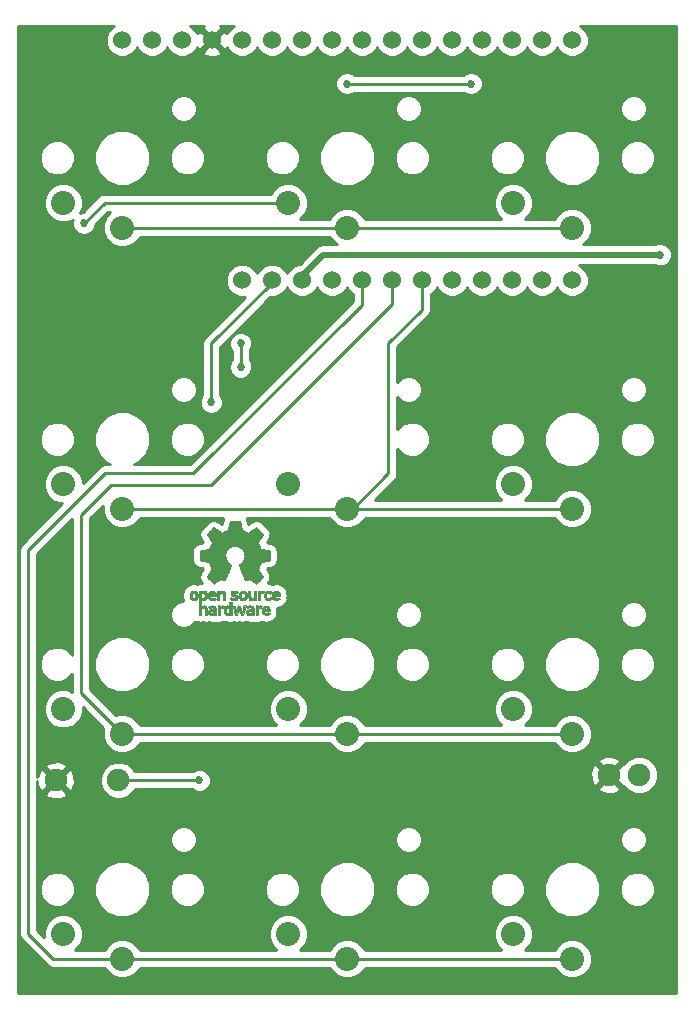
<source format=gtl>
G04 #@! TF.FileFunction,Copper,L1,Top,Signal*
%FSLAX46Y46*%
G04 Gerber Fmt 4.6, Leading zero omitted, Abs format (unit mm)*
G04 Created by KiCad (PCBNEW 4.0.7) date Tuesday, March 20, 2018 'PMt' 07:43:28 PM*
%MOMM*%
%LPD*%
G01*
G04 APERTURE LIST*
%ADD10C,0.100000*%
%ADD11C,0.010000*%
%ADD12C,1.524000*%
%ADD13C,2.032000*%
%ADD14C,1.905000*%
%ADD15C,0.685800*%
%ADD16C,0.254000*%
%ADD17C,0.508000*%
%ADD18C,0.250000*%
G04 APERTURE END LIST*
D10*
D11*
G36*
X87963360Y-100952468D02*
X87998592Y-100969874D01*
X88042040Y-101000206D01*
X88073706Y-101033283D01*
X88095394Y-101074817D01*
X88108903Y-101130522D01*
X88116038Y-101206111D01*
X88118600Y-101307296D01*
X88118750Y-101350797D01*
X88118312Y-101446135D01*
X88116496Y-101514271D01*
X88112545Y-101561418D01*
X88105702Y-101593790D01*
X88095211Y-101617600D01*
X88084296Y-101633843D01*
X88014619Y-101702952D01*
X87932566Y-101744521D01*
X87844050Y-101757023D01*
X87754981Y-101738934D01*
X87726763Y-101726142D01*
X87659210Y-101690931D01*
X87659210Y-102242700D01*
X87708512Y-102217205D01*
X87773473Y-102197480D01*
X87853320Y-102192427D01*
X87933052Y-102201756D01*
X87993265Y-102222714D01*
X88043208Y-102262627D01*
X88085881Y-102319741D01*
X88089090Y-102325605D01*
X88102622Y-102353227D01*
X88112505Y-102381068D01*
X88119309Y-102414794D01*
X88123601Y-102460071D01*
X88125951Y-102522562D01*
X88126928Y-102607935D01*
X88127105Y-102704010D01*
X88127105Y-103010526D01*
X87943289Y-103010526D01*
X87943289Y-102445339D01*
X87891875Y-102402077D01*
X87838466Y-102367472D01*
X87787888Y-102361180D01*
X87737030Y-102377372D01*
X87709925Y-102393227D01*
X87689751Y-102415810D01*
X87675403Y-102449940D01*
X87665776Y-102500434D01*
X87659763Y-102572111D01*
X87656260Y-102669788D01*
X87655026Y-102734802D01*
X87650855Y-103002171D01*
X87563125Y-103007222D01*
X87475394Y-103012273D01*
X87475394Y-101353101D01*
X87659210Y-101353101D01*
X87663896Y-101445600D01*
X87679688Y-101509809D01*
X87709183Y-101549759D01*
X87754980Y-101569480D01*
X87801250Y-101573421D01*
X87853628Y-101568892D01*
X87888390Y-101551069D01*
X87910128Y-101527519D01*
X87927240Y-101502189D01*
X87937427Y-101473969D01*
X87941960Y-101434431D01*
X87942109Y-101375142D01*
X87940584Y-101325498D01*
X87937081Y-101250710D01*
X87931867Y-101201611D01*
X87923087Y-101170467D01*
X87908886Y-101149545D01*
X87895484Y-101137452D01*
X87839487Y-101111081D01*
X87773211Y-101106822D01*
X87735156Y-101115906D01*
X87697477Y-101148196D01*
X87672519Y-101211006D01*
X87660422Y-101303894D01*
X87659210Y-101353101D01*
X87475394Y-101353101D01*
X87475394Y-100938421D01*
X87567302Y-100938421D01*
X87622483Y-100940603D01*
X87650952Y-100948351D01*
X87659206Y-100963468D01*
X87659210Y-100963916D01*
X87663040Y-100978720D01*
X87679933Y-100977039D01*
X87713519Y-100960772D01*
X87791778Y-100935887D01*
X87879827Y-100933271D01*
X87963360Y-100952468D01*
X87963360Y-100952468D01*
G37*
X87963360Y-100952468D02*
X87998592Y-100969874D01*
X88042040Y-101000206D01*
X88073706Y-101033283D01*
X88095394Y-101074817D01*
X88108903Y-101130522D01*
X88116038Y-101206111D01*
X88118600Y-101307296D01*
X88118750Y-101350797D01*
X88118312Y-101446135D01*
X88116496Y-101514271D01*
X88112545Y-101561418D01*
X88105702Y-101593790D01*
X88095211Y-101617600D01*
X88084296Y-101633843D01*
X88014619Y-101702952D01*
X87932566Y-101744521D01*
X87844050Y-101757023D01*
X87754981Y-101738934D01*
X87726763Y-101726142D01*
X87659210Y-101690931D01*
X87659210Y-102242700D01*
X87708512Y-102217205D01*
X87773473Y-102197480D01*
X87853320Y-102192427D01*
X87933052Y-102201756D01*
X87993265Y-102222714D01*
X88043208Y-102262627D01*
X88085881Y-102319741D01*
X88089090Y-102325605D01*
X88102622Y-102353227D01*
X88112505Y-102381068D01*
X88119309Y-102414794D01*
X88123601Y-102460071D01*
X88125951Y-102522562D01*
X88126928Y-102607935D01*
X88127105Y-102704010D01*
X88127105Y-103010526D01*
X87943289Y-103010526D01*
X87943289Y-102445339D01*
X87891875Y-102402077D01*
X87838466Y-102367472D01*
X87787888Y-102361180D01*
X87737030Y-102377372D01*
X87709925Y-102393227D01*
X87689751Y-102415810D01*
X87675403Y-102449940D01*
X87665776Y-102500434D01*
X87659763Y-102572111D01*
X87656260Y-102669788D01*
X87655026Y-102734802D01*
X87650855Y-103002171D01*
X87563125Y-103007222D01*
X87475394Y-103012273D01*
X87475394Y-101353101D01*
X87659210Y-101353101D01*
X87663896Y-101445600D01*
X87679688Y-101509809D01*
X87709183Y-101549759D01*
X87754980Y-101569480D01*
X87801250Y-101573421D01*
X87853628Y-101568892D01*
X87888390Y-101551069D01*
X87910128Y-101527519D01*
X87927240Y-101502189D01*
X87937427Y-101473969D01*
X87941960Y-101434431D01*
X87942109Y-101375142D01*
X87940584Y-101325498D01*
X87937081Y-101250710D01*
X87931867Y-101201611D01*
X87923087Y-101170467D01*
X87908886Y-101149545D01*
X87895484Y-101137452D01*
X87839487Y-101111081D01*
X87773211Y-101106822D01*
X87735156Y-101115906D01*
X87697477Y-101148196D01*
X87672519Y-101211006D01*
X87660422Y-101303894D01*
X87659210Y-101353101D01*
X87475394Y-101353101D01*
X87475394Y-100938421D01*
X87567302Y-100938421D01*
X87622483Y-100940603D01*
X87650952Y-100948351D01*
X87659206Y-100963468D01*
X87659210Y-100963916D01*
X87663040Y-100978720D01*
X87679933Y-100977039D01*
X87713519Y-100960772D01*
X87791778Y-100935887D01*
X87879827Y-100933271D01*
X87963360Y-100952468D01*
G36*
X88660457Y-102198184D02*
X88739070Y-102219160D01*
X88798916Y-102257180D01*
X88841147Y-102306978D01*
X88854275Y-102328230D01*
X88863968Y-102350492D01*
X88870744Y-102378970D01*
X88875123Y-102418871D01*
X88877624Y-102475401D01*
X88878768Y-102553767D01*
X88879072Y-102659176D01*
X88879078Y-102687142D01*
X88879078Y-103010526D01*
X88798868Y-103010526D01*
X88747706Y-103006943D01*
X88709877Y-102997866D01*
X88700399Y-102992268D01*
X88674488Y-102982606D01*
X88648024Y-102992268D01*
X88604452Y-103004330D01*
X88541160Y-103009185D01*
X88471010Y-103007078D01*
X88406860Y-102998256D01*
X88369407Y-102986937D01*
X88296933Y-102940412D01*
X88251640Y-102875846D01*
X88231278Y-102790000D01*
X88231088Y-102787796D01*
X88232875Y-102749713D01*
X88394473Y-102749713D01*
X88408601Y-102793030D01*
X88431612Y-102817408D01*
X88477804Y-102835845D01*
X88538775Y-102843205D01*
X88600949Y-102839583D01*
X88650751Y-102825074D01*
X88664703Y-102815765D01*
X88689085Y-102772753D01*
X88695263Y-102723857D01*
X88695263Y-102659605D01*
X88602818Y-102659605D01*
X88514995Y-102666366D01*
X88448418Y-102685520D01*
X88407002Y-102715376D01*
X88394473Y-102749713D01*
X88232875Y-102749713D01*
X88235490Y-102694004D01*
X88266424Y-102619847D01*
X88324581Y-102563767D01*
X88332620Y-102558665D01*
X88367163Y-102542055D01*
X88409918Y-102531996D01*
X88469686Y-102527107D01*
X88540690Y-102525983D01*
X88695263Y-102525921D01*
X88695263Y-102461125D01*
X88688706Y-102410850D01*
X88671975Y-102377169D01*
X88670016Y-102375376D01*
X88632783Y-102360642D01*
X88576580Y-102354931D01*
X88514467Y-102357737D01*
X88459510Y-102368556D01*
X88426899Y-102384782D01*
X88409228Y-102397780D01*
X88390569Y-102400262D01*
X88364819Y-102389613D01*
X88325873Y-102363218D01*
X88267630Y-102318465D01*
X88262284Y-102314273D01*
X88265023Y-102298760D01*
X88287876Y-102272960D01*
X88322609Y-102244289D01*
X88360990Y-102220166D01*
X88373048Y-102214470D01*
X88417034Y-102203103D01*
X88481487Y-102194995D01*
X88553497Y-102191743D01*
X88556864Y-102191736D01*
X88660457Y-102198184D01*
X88660457Y-102198184D01*
G37*
X88660457Y-102198184D02*
X88739070Y-102219160D01*
X88798916Y-102257180D01*
X88841147Y-102306978D01*
X88854275Y-102328230D01*
X88863968Y-102350492D01*
X88870744Y-102378970D01*
X88875123Y-102418871D01*
X88877624Y-102475401D01*
X88878768Y-102553767D01*
X88879072Y-102659176D01*
X88879078Y-102687142D01*
X88879078Y-103010526D01*
X88798868Y-103010526D01*
X88747706Y-103006943D01*
X88709877Y-102997866D01*
X88700399Y-102992268D01*
X88674488Y-102982606D01*
X88648024Y-102992268D01*
X88604452Y-103004330D01*
X88541160Y-103009185D01*
X88471010Y-103007078D01*
X88406860Y-102998256D01*
X88369407Y-102986937D01*
X88296933Y-102940412D01*
X88251640Y-102875846D01*
X88231278Y-102790000D01*
X88231088Y-102787796D01*
X88232875Y-102749713D01*
X88394473Y-102749713D01*
X88408601Y-102793030D01*
X88431612Y-102817408D01*
X88477804Y-102835845D01*
X88538775Y-102843205D01*
X88600949Y-102839583D01*
X88650751Y-102825074D01*
X88664703Y-102815765D01*
X88689085Y-102772753D01*
X88695263Y-102723857D01*
X88695263Y-102659605D01*
X88602818Y-102659605D01*
X88514995Y-102666366D01*
X88448418Y-102685520D01*
X88407002Y-102715376D01*
X88394473Y-102749713D01*
X88232875Y-102749713D01*
X88235490Y-102694004D01*
X88266424Y-102619847D01*
X88324581Y-102563767D01*
X88332620Y-102558665D01*
X88367163Y-102542055D01*
X88409918Y-102531996D01*
X88469686Y-102527107D01*
X88540690Y-102525983D01*
X88695263Y-102525921D01*
X88695263Y-102461125D01*
X88688706Y-102410850D01*
X88671975Y-102377169D01*
X88670016Y-102375376D01*
X88632783Y-102360642D01*
X88576580Y-102354931D01*
X88514467Y-102357737D01*
X88459510Y-102368556D01*
X88426899Y-102384782D01*
X88409228Y-102397780D01*
X88390569Y-102400262D01*
X88364819Y-102389613D01*
X88325873Y-102363218D01*
X88267630Y-102318465D01*
X88262284Y-102314273D01*
X88265023Y-102298760D01*
X88287876Y-102272960D01*
X88322609Y-102244289D01*
X88360990Y-102220166D01*
X88373048Y-102214470D01*
X88417034Y-102203103D01*
X88481487Y-102194995D01*
X88553497Y-102191743D01*
X88556864Y-102191736D01*
X88660457Y-102198184D01*
G36*
X89179881Y-102193486D02*
X89204888Y-102200982D01*
X89212950Y-102217451D01*
X89213289Y-102224886D01*
X89214736Y-102245594D01*
X89224698Y-102248845D01*
X89251612Y-102234648D01*
X89267598Y-102224948D01*
X89318033Y-102204175D01*
X89378272Y-102193904D01*
X89441434Y-102193114D01*
X89500637Y-102200786D01*
X89549002Y-102215898D01*
X89579646Y-102237432D01*
X89585689Y-102264366D01*
X89582639Y-102271660D01*
X89560406Y-102301937D01*
X89525930Y-102339175D01*
X89519694Y-102345195D01*
X89486833Y-102372875D01*
X89458480Y-102381818D01*
X89418827Y-102375576D01*
X89402942Y-102371429D01*
X89353509Y-102361467D01*
X89318752Y-102365947D01*
X89289400Y-102381746D01*
X89262513Y-102402949D01*
X89242710Y-102429614D01*
X89228948Y-102466827D01*
X89220184Y-102519673D01*
X89215374Y-102593237D01*
X89213474Y-102692605D01*
X89213289Y-102752601D01*
X89213289Y-103010526D01*
X89046184Y-103010526D01*
X89046184Y-102191710D01*
X89129736Y-102191710D01*
X89179881Y-102193486D01*
X89179881Y-102193486D01*
G37*
X89179881Y-102193486D02*
X89204888Y-102200982D01*
X89212950Y-102217451D01*
X89213289Y-102224886D01*
X89214736Y-102245594D01*
X89224698Y-102248845D01*
X89251612Y-102234648D01*
X89267598Y-102224948D01*
X89318033Y-102204175D01*
X89378272Y-102193904D01*
X89441434Y-102193114D01*
X89500637Y-102200786D01*
X89549002Y-102215898D01*
X89579646Y-102237432D01*
X89585689Y-102264366D01*
X89582639Y-102271660D01*
X89560406Y-102301937D01*
X89525930Y-102339175D01*
X89519694Y-102345195D01*
X89486833Y-102372875D01*
X89458480Y-102381818D01*
X89418827Y-102375576D01*
X89402942Y-102371429D01*
X89353509Y-102361467D01*
X89318752Y-102365947D01*
X89289400Y-102381746D01*
X89262513Y-102402949D01*
X89242710Y-102429614D01*
X89228948Y-102466827D01*
X89220184Y-102519673D01*
X89215374Y-102593237D01*
X89213474Y-102692605D01*
X89213289Y-102752601D01*
X89213289Y-103010526D01*
X89046184Y-103010526D01*
X89046184Y-102191710D01*
X89129736Y-102191710D01*
X89179881Y-102193486D01*
G36*
X90232631Y-103010526D02*
X90140723Y-103010526D01*
X90087377Y-103008962D01*
X90059593Y-103002485D01*
X90049590Y-102988418D01*
X90048815Y-102978906D01*
X90047128Y-102959832D01*
X90036490Y-102956174D01*
X90008535Y-102967932D01*
X89986795Y-102978906D01*
X89903332Y-103004911D01*
X89812604Y-103006416D01*
X89738842Y-102987021D01*
X89670154Y-102940165D01*
X89617794Y-102871004D01*
X89589122Y-102789427D01*
X89588392Y-102784866D01*
X89584132Y-102735101D01*
X89582014Y-102663659D01*
X89582184Y-102609626D01*
X89764720Y-102609626D01*
X89768949Y-102681441D01*
X89778568Y-102740634D01*
X89791590Y-102774060D01*
X89840856Y-102819740D01*
X89899350Y-102836115D01*
X89959671Y-102822873D01*
X90011217Y-102783373D01*
X90030738Y-102756807D01*
X90042152Y-102725106D01*
X90047498Y-102678832D01*
X90048815Y-102609328D01*
X90046458Y-102540499D01*
X90040233Y-102480026D01*
X90031408Y-102439556D01*
X90029937Y-102435929D01*
X89994347Y-102392802D01*
X89942400Y-102369124D01*
X89884278Y-102365301D01*
X89830160Y-102381738D01*
X89790226Y-102418840D01*
X89786083Y-102426222D01*
X89773116Y-102471239D01*
X89766052Y-102535967D01*
X89764720Y-102609626D01*
X89582184Y-102609626D01*
X89582271Y-102582230D01*
X89583472Y-102538405D01*
X89591645Y-102429988D01*
X89608630Y-102348588D01*
X89636887Y-102288412D01*
X89678872Y-102243666D01*
X89719632Y-102217400D01*
X89776581Y-102198935D01*
X89847411Y-102192602D01*
X89919941Y-102197760D01*
X89981986Y-102213769D01*
X90014768Y-102232920D01*
X90048815Y-102263732D01*
X90048815Y-101874210D01*
X90232631Y-101874210D01*
X90232631Y-103010526D01*
X90232631Y-103010526D01*
G37*
X90232631Y-103010526D02*
X90140723Y-103010526D01*
X90087377Y-103008962D01*
X90059593Y-103002485D01*
X90049590Y-102988418D01*
X90048815Y-102978906D01*
X90047128Y-102959832D01*
X90036490Y-102956174D01*
X90008535Y-102967932D01*
X89986795Y-102978906D01*
X89903332Y-103004911D01*
X89812604Y-103006416D01*
X89738842Y-102987021D01*
X89670154Y-102940165D01*
X89617794Y-102871004D01*
X89589122Y-102789427D01*
X89588392Y-102784866D01*
X89584132Y-102735101D01*
X89582014Y-102663659D01*
X89582184Y-102609626D01*
X89764720Y-102609626D01*
X89768949Y-102681441D01*
X89778568Y-102740634D01*
X89791590Y-102774060D01*
X89840856Y-102819740D01*
X89899350Y-102836115D01*
X89959671Y-102822873D01*
X90011217Y-102783373D01*
X90030738Y-102756807D01*
X90042152Y-102725106D01*
X90047498Y-102678832D01*
X90048815Y-102609328D01*
X90046458Y-102540499D01*
X90040233Y-102480026D01*
X90031408Y-102439556D01*
X90029937Y-102435929D01*
X89994347Y-102392802D01*
X89942400Y-102369124D01*
X89884278Y-102365301D01*
X89830160Y-102381738D01*
X89790226Y-102418840D01*
X89786083Y-102426222D01*
X89773116Y-102471239D01*
X89766052Y-102535967D01*
X89764720Y-102609626D01*
X89582184Y-102609626D01*
X89582271Y-102582230D01*
X89583472Y-102538405D01*
X89591645Y-102429988D01*
X89608630Y-102348588D01*
X89636887Y-102288412D01*
X89678872Y-102243666D01*
X89719632Y-102217400D01*
X89776581Y-102198935D01*
X89847411Y-102192602D01*
X89919941Y-102197760D01*
X89981986Y-102213769D01*
X90014768Y-102232920D01*
X90048815Y-102263732D01*
X90048815Y-101874210D01*
X90232631Y-101874210D01*
X90232631Y-103010526D01*
G36*
X90874130Y-102195104D02*
X90940220Y-102200066D01*
X91026626Y-102459079D01*
X91113031Y-102718092D01*
X91140124Y-102626184D01*
X91156428Y-102569384D01*
X91177875Y-102492625D01*
X91201035Y-102408251D01*
X91213280Y-102362993D01*
X91259344Y-102191710D01*
X91449387Y-102191710D01*
X91392582Y-102371349D01*
X91364607Y-102459704D01*
X91330813Y-102566281D01*
X91295520Y-102677454D01*
X91264013Y-102776579D01*
X91192250Y-103002171D01*
X91037286Y-103012253D01*
X90995270Y-102873528D01*
X90969359Y-102787351D01*
X90941083Y-102692347D01*
X90916369Y-102608441D01*
X90915394Y-102605102D01*
X90896935Y-102548248D01*
X90880649Y-102509456D01*
X90869242Y-102494787D01*
X90866898Y-102496483D01*
X90858671Y-102519225D01*
X90843038Y-102567940D01*
X90821904Y-102636502D01*
X90797170Y-102718785D01*
X90783787Y-102764046D01*
X90711311Y-103010526D01*
X90557495Y-103010526D01*
X90434531Y-102622006D01*
X90399988Y-102513022D01*
X90368521Y-102414048D01*
X90341616Y-102329736D01*
X90320759Y-102264734D01*
X90307438Y-102223692D01*
X90303388Y-102211701D01*
X90306594Y-102199423D01*
X90331765Y-102194046D01*
X90384146Y-102194584D01*
X90392345Y-102194990D01*
X90489482Y-102200066D01*
X90553100Y-102434013D01*
X90576484Y-102519333D01*
X90597381Y-102594335D01*
X90613951Y-102652507D01*
X90624354Y-102687337D01*
X90626276Y-102693016D01*
X90634241Y-102686486D01*
X90650304Y-102652654D01*
X90672621Y-102596127D01*
X90699345Y-102521510D01*
X90721937Y-102454107D01*
X90808041Y-102190143D01*
X90874130Y-102195104D01*
X90874130Y-102195104D01*
G37*
X90874130Y-102195104D02*
X90940220Y-102200066D01*
X91026626Y-102459079D01*
X91113031Y-102718092D01*
X91140124Y-102626184D01*
X91156428Y-102569384D01*
X91177875Y-102492625D01*
X91201035Y-102408251D01*
X91213280Y-102362993D01*
X91259344Y-102191710D01*
X91449387Y-102191710D01*
X91392582Y-102371349D01*
X91364607Y-102459704D01*
X91330813Y-102566281D01*
X91295520Y-102677454D01*
X91264013Y-102776579D01*
X91192250Y-103002171D01*
X91037286Y-103012253D01*
X90995270Y-102873528D01*
X90969359Y-102787351D01*
X90941083Y-102692347D01*
X90916369Y-102608441D01*
X90915394Y-102605102D01*
X90896935Y-102548248D01*
X90880649Y-102509456D01*
X90869242Y-102494787D01*
X90866898Y-102496483D01*
X90858671Y-102519225D01*
X90843038Y-102567940D01*
X90821904Y-102636502D01*
X90797170Y-102718785D01*
X90783787Y-102764046D01*
X90711311Y-103010526D01*
X90557495Y-103010526D01*
X90434531Y-102622006D01*
X90399988Y-102513022D01*
X90368521Y-102414048D01*
X90341616Y-102329736D01*
X90320759Y-102264734D01*
X90307438Y-102223692D01*
X90303388Y-102211701D01*
X90306594Y-102199423D01*
X90331765Y-102194046D01*
X90384146Y-102194584D01*
X90392345Y-102194990D01*
X90489482Y-102200066D01*
X90553100Y-102434013D01*
X90576484Y-102519333D01*
X90597381Y-102594335D01*
X90613951Y-102652507D01*
X90624354Y-102687337D01*
X90626276Y-102693016D01*
X90634241Y-102686486D01*
X90650304Y-102652654D01*
X90672621Y-102596127D01*
X90699345Y-102521510D01*
X90721937Y-102454107D01*
X90808041Y-102190143D01*
X90874130Y-102195104D01*
G36*
X91879992Y-102196673D02*
X91950427Y-102213780D01*
X91970787Y-102222844D01*
X92010253Y-102246583D01*
X92040541Y-102273321D01*
X92062952Y-102307699D01*
X92078786Y-102354360D01*
X92089343Y-102417946D01*
X92095924Y-102503099D01*
X92099828Y-102614462D01*
X92101310Y-102688849D01*
X92106765Y-103010526D01*
X92013580Y-103010526D01*
X91957047Y-103008156D01*
X91927922Y-103000055D01*
X91920394Y-102986451D01*
X91916420Y-102971741D01*
X91898652Y-102974554D01*
X91874440Y-102986348D01*
X91813828Y-103004427D01*
X91735929Y-103009299D01*
X91653995Y-103001330D01*
X91581281Y-102980889D01*
X91574759Y-102978051D01*
X91508302Y-102931365D01*
X91464491Y-102866464D01*
X91444332Y-102790600D01*
X91445872Y-102763344D01*
X91610345Y-102763344D01*
X91624837Y-102800024D01*
X91667805Y-102826309D01*
X91737129Y-102840417D01*
X91774177Y-102842290D01*
X91835919Y-102837494D01*
X91876960Y-102818858D01*
X91886973Y-102810000D01*
X91914100Y-102761806D01*
X91920394Y-102718092D01*
X91920394Y-102659605D01*
X91838930Y-102659605D01*
X91744234Y-102664432D01*
X91677813Y-102679613D01*
X91635846Y-102706200D01*
X91626449Y-102718052D01*
X91610345Y-102763344D01*
X91445872Y-102763344D01*
X91448829Y-102711026D01*
X91478985Y-102634995D01*
X91520131Y-102583612D01*
X91545052Y-102561397D01*
X91569448Y-102546798D01*
X91601191Y-102537897D01*
X91648152Y-102532775D01*
X91718204Y-102529515D01*
X91745990Y-102528577D01*
X91920394Y-102522879D01*
X91920138Y-102470091D01*
X91913384Y-102414603D01*
X91888964Y-102381052D01*
X91839630Y-102359618D01*
X91838306Y-102359236D01*
X91768360Y-102350808D01*
X91699914Y-102361816D01*
X91649047Y-102388585D01*
X91628637Y-102401803D01*
X91606654Y-102399974D01*
X91572826Y-102380824D01*
X91552961Y-102367308D01*
X91514106Y-102338432D01*
X91490038Y-102316786D01*
X91486176Y-102310589D01*
X91502079Y-102278519D01*
X91549065Y-102240219D01*
X91569473Y-102227297D01*
X91628143Y-102205041D01*
X91707212Y-102192432D01*
X91795041Y-102189600D01*
X91879992Y-102196673D01*
X91879992Y-102196673D01*
G37*
X91879992Y-102196673D02*
X91950427Y-102213780D01*
X91970787Y-102222844D01*
X92010253Y-102246583D01*
X92040541Y-102273321D01*
X92062952Y-102307699D01*
X92078786Y-102354360D01*
X92089343Y-102417946D01*
X92095924Y-102503099D01*
X92099828Y-102614462D01*
X92101310Y-102688849D01*
X92106765Y-103010526D01*
X92013580Y-103010526D01*
X91957047Y-103008156D01*
X91927922Y-103000055D01*
X91920394Y-102986451D01*
X91916420Y-102971741D01*
X91898652Y-102974554D01*
X91874440Y-102986348D01*
X91813828Y-103004427D01*
X91735929Y-103009299D01*
X91653995Y-103001330D01*
X91581281Y-102980889D01*
X91574759Y-102978051D01*
X91508302Y-102931365D01*
X91464491Y-102866464D01*
X91444332Y-102790600D01*
X91445872Y-102763344D01*
X91610345Y-102763344D01*
X91624837Y-102800024D01*
X91667805Y-102826309D01*
X91737129Y-102840417D01*
X91774177Y-102842290D01*
X91835919Y-102837494D01*
X91876960Y-102818858D01*
X91886973Y-102810000D01*
X91914100Y-102761806D01*
X91920394Y-102718092D01*
X91920394Y-102659605D01*
X91838930Y-102659605D01*
X91744234Y-102664432D01*
X91677813Y-102679613D01*
X91635846Y-102706200D01*
X91626449Y-102718052D01*
X91610345Y-102763344D01*
X91445872Y-102763344D01*
X91448829Y-102711026D01*
X91478985Y-102634995D01*
X91520131Y-102583612D01*
X91545052Y-102561397D01*
X91569448Y-102546798D01*
X91601191Y-102537897D01*
X91648152Y-102532775D01*
X91718204Y-102529515D01*
X91745990Y-102528577D01*
X91920394Y-102522879D01*
X91920138Y-102470091D01*
X91913384Y-102414603D01*
X91888964Y-102381052D01*
X91839630Y-102359618D01*
X91838306Y-102359236D01*
X91768360Y-102350808D01*
X91699914Y-102361816D01*
X91649047Y-102388585D01*
X91628637Y-102401803D01*
X91606654Y-102399974D01*
X91572826Y-102380824D01*
X91552961Y-102367308D01*
X91514106Y-102338432D01*
X91490038Y-102316786D01*
X91486176Y-102310589D01*
X91502079Y-102278519D01*
X91549065Y-102240219D01*
X91569473Y-102227297D01*
X91628143Y-102205041D01*
X91707212Y-102192432D01*
X91795041Y-102189600D01*
X91879992Y-102196673D01*
G36*
X92673167Y-102191447D02*
X92737408Y-102204112D01*
X92773980Y-102222864D01*
X92812453Y-102254017D01*
X92757717Y-102323127D01*
X92723969Y-102364979D01*
X92701053Y-102385398D01*
X92678279Y-102388517D01*
X92644956Y-102378472D01*
X92629314Y-102372789D01*
X92565542Y-102364404D01*
X92507140Y-102382378D01*
X92464264Y-102422982D01*
X92457299Y-102435929D01*
X92449713Y-102470224D01*
X92443859Y-102533427D01*
X92440011Y-102621060D01*
X92438443Y-102728640D01*
X92438421Y-102743944D01*
X92438421Y-103010526D01*
X92254605Y-103010526D01*
X92254605Y-102191710D01*
X92346513Y-102191710D01*
X92399507Y-102193094D01*
X92427115Y-102199252D01*
X92437324Y-102213194D01*
X92438421Y-102226344D01*
X92438421Y-102260978D01*
X92482450Y-102226344D01*
X92532937Y-102202716D01*
X92600760Y-102191033D01*
X92673167Y-102191447D01*
X92673167Y-102191447D01*
G37*
X92673167Y-102191447D02*
X92737408Y-102204112D01*
X92773980Y-102222864D01*
X92812453Y-102254017D01*
X92757717Y-102323127D01*
X92723969Y-102364979D01*
X92701053Y-102385398D01*
X92678279Y-102388517D01*
X92644956Y-102378472D01*
X92629314Y-102372789D01*
X92565542Y-102364404D01*
X92507140Y-102382378D01*
X92464264Y-102422982D01*
X92457299Y-102435929D01*
X92449713Y-102470224D01*
X92443859Y-102533427D01*
X92440011Y-102621060D01*
X92438443Y-102728640D01*
X92438421Y-102743944D01*
X92438421Y-103010526D01*
X92254605Y-103010526D01*
X92254605Y-102191710D01*
X92346513Y-102191710D01*
X92399507Y-102193094D01*
X92427115Y-102199252D01*
X92437324Y-102213194D01*
X92438421Y-102226344D01*
X92438421Y-102260978D01*
X92482450Y-102226344D01*
X92532937Y-102202716D01*
X92600760Y-102191033D01*
X92673167Y-102191447D01*
G36*
X93201193Y-102196078D02*
X93281068Y-102216845D01*
X93347962Y-102259705D01*
X93380351Y-102291723D01*
X93433445Y-102367413D01*
X93463873Y-102455216D01*
X93474327Y-102563150D01*
X93474380Y-102571875D01*
X93474473Y-102659605D01*
X92969534Y-102659605D01*
X92980298Y-102705559D01*
X92999732Y-102747178D01*
X93033745Y-102790544D01*
X93040860Y-102797467D01*
X93102003Y-102834935D01*
X93171729Y-102841289D01*
X93251987Y-102816638D01*
X93265592Y-102810000D01*
X93307319Y-102789819D01*
X93335268Y-102778321D01*
X93340145Y-102777258D01*
X93357168Y-102787583D01*
X93389633Y-102812845D01*
X93406114Y-102826650D01*
X93440264Y-102858361D01*
X93451478Y-102879299D01*
X93443695Y-102898560D01*
X93439535Y-102903827D01*
X93411357Y-102926878D01*
X93364862Y-102954892D01*
X93332434Y-102971246D01*
X93240385Y-103000059D01*
X93138476Y-103009395D01*
X93041963Y-102998332D01*
X93014934Y-102990412D01*
X92931276Y-102945581D01*
X92869266Y-102876598D01*
X92828545Y-102782794D01*
X92808755Y-102663498D01*
X92806582Y-102601118D01*
X92812926Y-102510298D01*
X92973157Y-102510298D01*
X92988655Y-102517012D01*
X93030312Y-102522280D01*
X93090876Y-102525389D01*
X93131907Y-102525921D01*
X93205711Y-102525408D01*
X93252293Y-102523006D01*
X93277848Y-102517422D01*
X93288569Y-102507361D01*
X93290657Y-102492763D01*
X93276331Y-102447796D01*
X93240262Y-102403353D01*
X93192815Y-102369242D01*
X93145349Y-102355288D01*
X93080879Y-102367666D01*
X93025070Y-102403452D01*
X92986374Y-102455033D01*
X92973157Y-102510298D01*
X92812926Y-102510298D01*
X92815821Y-102468866D01*
X92844336Y-102363498D01*
X92892729Y-102284178D01*
X92961604Y-102230071D01*
X93051565Y-102200343D01*
X93100300Y-102194618D01*
X93201193Y-102196078D01*
X93201193Y-102196078D01*
G37*
X93201193Y-102196078D02*
X93281068Y-102216845D01*
X93347962Y-102259705D01*
X93380351Y-102291723D01*
X93433445Y-102367413D01*
X93463873Y-102455216D01*
X93474327Y-102563150D01*
X93474380Y-102571875D01*
X93474473Y-102659605D01*
X92969534Y-102659605D01*
X92980298Y-102705559D01*
X92999732Y-102747178D01*
X93033745Y-102790544D01*
X93040860Y-102797467D01*
X93102003Y-102834935D01*
X93171729Y-102841289D01*
X93251987Y-102816638D01*
X93265592Y-102810000D01*
X93307319Y-102789819D01*
X93335268Y-102778321D01*
X93340145Y-102777258D01*
X93357168Y-102787583D01*
X93389633Y-102812845D01*
X93406114Y-102826650D01*
X93440264Y-102858361D01*
X93451478Y-102879299D01*
X93443695Y-102898560D01*
X93439535Y-102903827D01*
X93411357Y-102926878D01*
X93364862Y-102954892D01*
X93332434Y-102971246D01*
X93240385Y-103000059D01*
X93138476Y-103009395D01*
X93041963Y-102998332D01*
X93014934Y-102990412D01*
X92931276Y-102945581D01*
X92869266Y-102876598D01*
X92828545Y-102782794D01*
X92808755Y-102663498D01*
X92806582Y-102601118D01*
X92812926Y-102510298D01*
X92973157Y-102510298D01*
X92988655Y-102517012D01*
X93030312Y-102522280D01*
X93090876Y-102525389D01*
X93131907Y-102525921D01*
X93205711Y-102525408D01*
X93252293Y-102523006D01*
X93277848Y-102517422D01*
X93288569Y-102507361D01*
X93290657Y-102492763D01*
X93276331Y-102447796D01*
X93240262Y-102403353D01*
X93192815Y-102369242D01*
X93145349Y-102355288D01*
X93080879Y-102367666D01*
X93025070Y-102403452D01*
X92986374Y-102455033D01*
X92973157Y-102510298D01*
X92812926Y-102510298D01*
X92815821Y-102468866D01*
X92844336Y-102363498D01*
X92892729Y-102284178D01*
X92961604Y-102230071D01*
X93051565Y-102200343D01*
X93100300Y-102194618D01*
X93201193Y-102196078D01*
G36*
X87126784Y-100947104D02*
X87214205Y-100985754D01*
X87280570Y-101050290D01*
X87325976Y-101140812D01*
X87350518Y-101257418D01*
X87352277Y-101275624D01*
X87353656Y-101403984D01*
X87335784Y-101516496D01*
X87299750Y-101607688D01*
X87280455Y-101637022D01*
X87213245Y-101699106D01*
X87127650Y-101739316D01*
X87031890Y-101756003D01*
X86934187Y-101747517D01*
X86859917Y-101721380D01*
X86796047Y-101677335D01*
X86743846Y-101619587D01*
X86742943Y-101618236D01*
X86721744Y-101582593D01*
X86707967Y-101546752D01*
X86699624Y-101501519D01*
X86694727Y-101437701D01*
X86692569Y-101385368D01*
X86691671Y-101337910D01*
X86858743Y-101337910D01*
X86860376Y-101385154D01*
X86866304Y-101448046D01*
X86876761Y-101488407D01*
X86895619Y-101517122D01*
X86913281Y-101533896D01*
X86975894Y-101569016D01*
X87041408Y-101573710D01*
X87102421Y-101548440D01*
X87132928Y-101520124D01*
X87154911Y-101491589D01*
X87167769Y-101464284D01*
X87173412Y-101428750D01*
X87173751Y-101375524D01*
X87172012Y-101326506D01*
X87168271Y-101256482D01*
X87162341Y-101211064D01*
X87151653Y-101181440D01*
X87133639Y-101158797D01*
X87119363Y-101145855D01*
X87059651Y-101111860D01*
X86995234Y-101110165D01*
X86941219Y-101130301D01*
X86895140Y-101172352D01*
X86867689Y-101241428D01*
X86858743Y-101337910D01*
X86691671Y-101337910D01*
X86690599Y-101281299D01*
X86693964Y-101203468D01*
X86704045Y-101144930D01*
X86722226Y-101098737D01*
X86749890Y-101057942D01*
X86760146Y-101045828D01*
X86824278Y-100985474D01*
X86893066Y-100950220D01*
X86977189Y-100935450D01*
X87018209Y-100934243D01*
X87126784Y-100947104D01*
X87126784Y-100947104D01*
G37*
X87126784Y-100947104D02*
X87214205Y-100985754D01*
X87280570Y-101050290D01*
X87325976Y-101140812D01*
X87350518Y-101257418D01*
X87352277Y-101275624D01*
X87353656Y-101403984D01*
X87335784Y-101516496D01*
X87299750Y-101607688D01*
X87280455Y-101637022D01*
X87213245Y-101699106D01*
X87127650Y-101739316D01*
X87031890Y-101756003D01*
X86934187Y-101747517D01*
X86859917Y-101721380D01*
X86796047Y-101677335D01*
X86743846Y-101619587D01*
X86742943Y-101618236D01*
X86721744Y-101582593D01*
X86707967Y-101546752D01*
X86699624Y-101501519D01*
X86694727Y-101437701D01*
X86692569Y-101385368D01*
X86691671Y-101337910D01*
X86858743Y-101337910D01*
X86860376Y-101385154D01*
X86866304Y-101448046D01*
X86876761Y-101488407D01*
X86895619Y-101517122D01*
X86913281Y-101533896D01*
X86975894Y-101569016D01*
X87041408Y-101573710D01*
X87102421Y-101548440D01*
X87132928Y-101520124D01*
X87154911Y-101491589D01*
X87167769Y-101464284D01*
X87173412Y-101428750D01*
X87173751Y-101375524D01*
X87172012Y-101326506D01*
X87168271Y-101256482D01*
X87162341Y-101211064D01*
X87151653Y-101181440D01*
X87133639Y-101158797D01*
X87119363Y-101145855D01*
X87059651Y-101111860D01*
X86995234Y-101110165D01*
X86941219Y-101130301D01*
X86895140Y-101172352D01*
X86867689Y-101241428D01*
X86858743Y-101337910D01*
X86691671Y-101337910D01*
X86690599Y-101281299D01*
X86693964Y-101203468D01*
X86704045Y-101144930D01*
X86722226Y-101098737D01*
X86749890Y-101057942D01*
X86760146Y-101045828D01*
X86824278Y-100985474D01*
X86893066Y-100950220D01*
X86977189Y-100935450D01*
X87018209Y-100934243D01*
X87126784Y-100947104D01*
G36*
X88697018Y-100957027D02*
X88713670Y-100964866D01*
X88771305Y-101007086D01*
X88825805Y-101068700D01*
X88866499Y-101136543D01*
X88878074Y-101167734D01*
X88888634Y-101223449D01*
X88894931Y-101290781D01*
X88895696Y-101318585D01*
X88895789Y-101406316D01*
X88390850Y-101406316D01*
X88401613Y-101452270D01*
X88428033Y-101506620D01*
X88474222Y-101553591D01*
X88529172Y-101583848D01*
X88564189Y-101590131D01*
X88611677Y-101582506D01*
X88668335Y-101563383D01*
X88687582Y-101554584D01*
X88758759Y-101519036D01*
X88819502Y-101565367D01*
X88854552Y-101596703D01*
X88873202Y-101622567D01*
X88874147Y-101630158D01*
X88857485Y-101648556D01*
X88820970Y-101676515D01*
X88787828Y-101698327D01*
X88698393Y-101737537D01*
X88598129Y-101755285D01*
X88498754Y-101750670D01*
X88419539Y-101726551D01*
X88337880Y-101674884D01*
X88279849Y-101606856D01*
X88243546Y-101518843D01*
X88227072Y-101407216D01*
X88225611Y-101356138D01*
X88231457Y-101239091D01*
X88232175Y-101235686D01*
X88399489Y-101235686D01*
X88404097Y-101246662D01*
X88423036Y-101252715D01*
X88462098Y-101255310D01*
X88527077Y-101255910D01*
X88552097Y-101255921D01*
X88628221Y-101255014D01*
X88676496Y-101251720D01*
X88702460Y-101245181D01*
X88711648Y-101234537D01*
X88711973Y-101231119D01*
X88701487Y-101203956D01*
X88675242Y-101165903D01*
X88663959Y-101152579D01*
X88622072Y-101114896D01*
X88578409Y-101100080D01*
X88554885Y-101098842D01*
X88491243Y-101114329D01*
X88437873Y-101155930D01*
X88404019Y-101216353D01*
X88403419Y-101218322D01*
X88399489Y-101235686D01*
X88232175Y-101235686D01*
X88250899Y-101146928D01*
X88285922Y-101073190D01*
X88328756Y-101020848D01*
X88407948Y-100964092D01*
X88501040Y-100933762D01*
X88600055Y-100931021D01*
X88697018Y-100957027D01*
X88697018Y-100957027D01*
G37*
X88697018Y-100957027D02*
X88713670Y-100964866D01*
X88771305Y-101007086D01*
X88825805Y-101068700D01*
X88866499Y-101136543D01*
X88878074Y-101167734D01*
X88888634Y-101223449D01*
X88894931Y-101290781D01*
X88895696Y-101318585D01*
X88895789Y-101406316D01*
X88390850Y-101406316D01*
X88401613Y-101452270D01*
X88428033Y-101506620D01*
X88474222Y-101553591D01*
X88529172Y-101583848D01*
X88564189Y-101590131D01*
X88611677Y-101582506D01*
X88668335Y-101563383D01*
X88687582Y-101554584D01*
X88758759Y-101519036D01*
X88819502Y-101565367D01*
X88854552Y-101596703D01*
X88873202Y-101622567D01*
X88874147Y-101630158D01*
X88857485Y-101648556D01*
X88820970Y-101676515D01*
X88787828Y-101698327D01*
X88698393Y-101737537D01*
X88598129Y-101755285D01*
X88498754Y-101750670D01*
X88419539Y-101726551D01*
X88337880Y-101674884D01*
X88279849Y-101606856D01*
X88243546Y-101518843D01*
X88227072Y-101407216D01*
X88225611Y-101356138D01*
X88231457Y-101239091D01*
X88232175Y-101235686D01*
X88399489Y-101235686D01*
X88404097Y-101246662D01*
X88423036Y-101252715D01*
X88462098Y-101255310D01*
X88527077Y-101255910D01*
X88552097Y-101255921D01*
X88628221Y-101255014D01*
X88676496Y-101251720D01*
X88702460Y-101245181D01*
X88711648Y-101234537D01*
X88711973Y-101231119D01*
X88701487Y-101203956D01*
X88675242Y-101165903D01*
X88663959Y-101152579D01*
X88622072Y-101114896D01*
X88578409Y-101100080D01*
X88554885Y-101098842D01*
X88491243Y-101114329D01*
X88437873Y-101155930D01*
X88404019Y-101216353D01*
X88403419Y-101218322D01*
X88399489Y-101235686D01*
X88232175Y-101235686D01*
X88250899Y-101146928D01*
X88285922Y-101073190D01*
X88328756Y-101020848D01*
X88407948Y-100964092D01*
X88501040Y-100933762D01*
X88600055Y-100931021D01*
X88697018Y-100957027D01*
G36*
X90518628Y-100935547D02*
X90581908Y-100947548D01*
X90647557Y-100972648D01*
X90654572Y-100975848D01*
X90704356Y-101002026D01*
X90738834Y-101026353D01*
X90749978Y-101041937D01*
X90739366Y-101067353D01*
X90713588Y-101104853D01*
X90702146Y-101118852D01*
X90654992Y-101173954D01*
X90594201Y-101138086D01*
X90536347Y-101114192D01*
X90469500Y-101101420D01*
X90405394Y-101100613D01*
X90355764Y-101112615D01*
X90343854Y-101120105D01*
X90321172Y-101154450D01*
X90318416Y-101194013D01*
X90335388Y-101224920D01*
X90345427Y-101230913D01*
X90375510Y-101238357D01*
X90428389Y-101247106D01*
X90493575Y-101255467D01*
X90505600Y-101256778D01*
X90610297Y-101274888D01*
X90686232Y-101305651D01*
X90736592Y-101351907D01*
X90764564Y-101416497D01*
X90773278Y-101495387D01*
X90761240Y-101585065D01*
X90722151Y-101655486D01*
X90655855Y-101706777D01*
X90562194Y-101739067D01*
X90458223Y-101751807D01*
X90373438Y-101751654D01*
X90304665Y-101740083D01*
X90257697Y-101724109D01*
X90198350Y-101696275D01*
X90143506Y-101663973D01*
X90124013Y-101649755D01*
X90073881Y-101608835D01*
X90194803Y-101486477D01*
X90263543Y-101531967D01*
X90332488Y-101566133D01*
X90406111Y-101584004D01*
X90476883Y-101585889D01*
X90537274Y-101572101D01*
X90579757Y-101542949D01*
X90593474Y-101518352D01*
X90591417Y-101478904D01*
X90557330Y-101448737D01*
X90491308Y-101427906D01*
X90418974Y-101418279D01*
X90307652Y-101399910D01*
X90224952Y-101365254D01*
X90169765Y-101313297D01*
X90140988Y-101243023D01*
X90137001Y-101159707D01*
X90156693Y-101072681D01*
X90201589Y-101006902D01*
X90272091Y-100962068D01*
X90368601Y-100937879D01*
X90440100Y-100933137D01*
X90518628Y-100935547D01*
X90518628Y-100935547D01*
G37*
X90518628Y-100935547D02*
X90581908Y-100947548D01*
X90647557Y-100972648D01*
X90654572Y-100975848D01*
X90704356Y-101002026D01*
X90738834Y-101026353D01*
X90749978Y-101041937D01*
X90739366Y-101067353D01*
X90713588Y-101104853D01*
X90702146Y-101118852D01*
X90654992Y-101173954D01*
X90594201Y-101138086D01*
X90536347Y-101114192D01*
X90469500Y-101101420D01*
X90405394Y-101100613D01*
X90355764Y-101112615D01*
X90343854Y-101120105D01*
X90321172Y-101154450D01*
X90318416Y-101194013D01*
X90335388Y-101224920D01*
X90345427Y-101230913D01*
X90375510Y-101238357D01*
X90428389Y-101247106D01*
X90493575Y-101255467D01*
X90505600Y-101256778D01*
X90610297Y-101274888D01*
X90686232Y-101305651D01*
X90736592Y-101351907D01*
X90764564Y-101416497D01*
X90773278Y-101495387D01*
X90761240Y-101585065D01*
X90722151Y-101655486D01*
X90655855Y-101706777D01*
X90562194Y-101739067D01*
X90458223Y-101751807D01*
X90373438Y-101751654D01*
X90304665Y-101740083D01*
X90257697Y-101724109D01*
X90198350Y-101696275D01*
X90143506Y-101663973D01*
X90124013Y-101649755D01*
X90073881Y-101608835D01*
X90194803Y-101486477D01*
X90263543Y-101531967D01*
X90332488Y-101566133D01*
X90406111Y-101584004D01*
X90476883Y-101585889D01*
X90537274Y-101572101D01*
X90579757Y-101542949D01*
X90593474Y-101518352D01*
X90591417Y-101478904D01*
X90557330Y-101448737D01*
X90491308Y-101427906D01*
X90418974Y-101418279D01*
X90307652Y-101399910D01*
X90224952Y-101365254D01*
X90169765Y-101313297D01*
X90140988Y-101243023D01*
X90137001Y-101159707D01*
X90156693Y-101072681D01*
X90201589Y-101006902D01*
X90272091Y-100962068D01*
X90368601Y-100937879D01*
X90440100Y-100933137D01*
X90518628Y-100935547D01*
G36*
X91311669Y-100948310D02*
X91396192Y-100994340D01*
X91462321Y-101067006D01*
X91493478Y-101126106D01*
X91506855Y-101178305D01*
X91515522Y-101252719D01*
X91519237Y-101338442D01*
X91517754Y-101424569D01*
X91510831Y-101500193D01*
X91502745Y-101540584D01*
X91475465Y-101595840D01*
X91428220Y-101654530D01*
X91371282Y-101705852D01*
X91314924Y-101739005D01*
X91313550Y-101739531D01*
X91243616Y-101754018D01*
X91160737Y-101754377D01*
X91081977Y-101741188D01*
X91051566Y-101730617D01*
X90973239Y-101686201D01*
X90917143Y-101628007D01*
X90880286Y-101550965D01*
X90859680Y-101450001D01*
X90855018Y-101397116D01*
X90855613Y-101330663D01*
X91034736Y-101330663D01*
X91040770Y-101427630D01*
X91058138Y-101501523D01*
X91085740Y-101548736D01*
X91105404Y-101562237D01*
X91155787Y-101571651D01*
X91215673Y-101568864D01*
X91267449Y-101555316D01*
X91281027Y-101547862D01*
X91316849Y-101504451D01*
X91340493Y-101438014D01*
X91350558Y-101357161D01*
X91345642Y-101270502D01*
X91334655Y-101218349D01*
X91303109Y-101157951D01*
X91253311Y-101120197D01*
X91193337Y-101107143D01*
X91131264Y-101120849D01*
X91083582Y-101154372D01*
X91058525Y-101182031D01*
X91043900Y-101209294D01*
X91036929Y-101246190D01*
X91034833Y-101302750D01*
X91034736Y-101330663D01*
X90855613Y-101330663D01*
X90856282Y-101255994D01*
X90879265Y-101140271D01*
X90923972Y-101049941D01*
X90990405Y-100985000D01*
X91078565Y-100945445D01*
X91097495Y-100940858D01*
X91211266Y-100930090D01*
X91311669Y-100948310D01*
X91311669Y-100948310D01*
G37*
X91311669Y-100948310D02*
X91396192Y-100994340D01*
X91462321Y-101067006D01*
X91493478Y-101126106D01*
X91506855Y-101178305D01*
X91515522Y-101252719D01*
X91519237Y-101338442D01*
X91517754Y-101424569D01*
X91510831Y-101500193D01*
X91502745Y-101540584D01*
X91475465Y-101595840D01*
X91428220Y-101654530D01*
X91371282Y-101705852D01*
X91314924Y-101739005D01*
X91313550Y-101739531D01*
X91243616Y-101754018D01*
X91160737Y-101754377D01*
X91081977Y-101741188D01*
X91051566Y-101730617D01*
X90973239Y-101686201D01*
X90917143Y-101628007D01*
X90880286Y-101550965D01*
X90859680Y-101450001D01*
X90855018Y-101397116D01*
X90855613Y-101330663D01*
X91034736Y-101330663D01*
X91040770Y-101427630D01*
X91058138Y-101501523D01*
X91085740Y-101548736D01*
X91105404Y-101562237D01*
X91155787Y-101571651D01*
X91215673Y-101568864D01*
X91267449Y-101555316D01*
X91281027Y-101547862D01*
X91316849Y-101504451D01*
X91340493Y-101438014D01*
X91350558Y-101357161D01*
X91345642Y-101270502D01*
X91334655Y-101218349D01*
X91303109Y-101157951D01*
X91253311Y-101120197D01*
X91193337Y-101107143D01*
X91131264Y-101120849D01*
X91083582Y-101154372D01*
X91058525Y-101182031D01*
X91043900Y-101209294D01*
X91036929Y-101246190D01*
X91034833Y-101302750D01*
X91034736Y-101330663D01*
X90855613Y-101330663D01*
X90856282Y-101255994D01*
X90879265Y-101140271D01*
X90923972Y-101049941D01*
X90990405Y-100985000D01*
X91078565Y-100945445D01*
X91097495Y-100940858D01*
X91211266Y-100930090D01*
X91311669Y-100948310D01*
G36*
X91820131Y-101198533D02*
X91821710Y-101321089D01*
X91827481Y-101414179D01*
X91838991Y-101481651D01*
X91857790Y-101527355D01*
X91885426Y-101555139D01*
X91923448Y-101568854D01*
X91970526Y-101572358D01*
X92019832Y-101568432D01*
X92057283Y-101554089D01*
X92084428Y-101525478D01*
X92102815Y-101478751D01*
X92113993Y-101410058D01*
X92119511Y-101315550D01*
X92120921Y-101198533D01*
X92120921Y-100938421D01*
X92304736Y-100938421D01*
X92304736Y-101740526D01*
X92212828Y-101740526D01*
X92157422Y-101738281D01*
X92128891Y-101730396D01*
X92120921Y-101715428D01*
X92116120Y-101702097D01*
X92097014Y-101704917D01*
X92058504Y-101723783D01*
X91970239Y-101752887D01*
X91876623Y-101750825D01*
X91786921Y-101719221D01*
X91744204Y-101694257D01*
X91711621Y-101667226D01*
X91687817Y-101633405D01*
X91671439Y-101588068D01*
X91661131Y-101526489D01*
X91655541Y-101443943D01*
X91653312Y-101335705D01*
X91653026Y-101252004D01*
X91653026Y-100938421D01*
X91820131Y-100938421D01*
X91820131Y-101198533D01*
X91820131Y-101198533D01*
G37*
X91820131Y-101198533D02*
X91821710Y-101321089D01*
X91827481Y-101414179D01*
X91838991Y-101481651D01*
X91857790Y-101527355D01*
X91885426Y-101555139D01*
X91923448Y-101568854D01*
X91970526Y-101572358D01*
X92019832Y-101568432D01*
X92057283Y-101554089D01*
X92084428Y-101525478D01*
X92102815Y-101478751D01*
X92113993Y-101410058D01*
X92119511Y-101315550D01*
X92120921Y-101198533D01*
X92120921Y-100938421D01*
X92304736Y-100938421D01*
X92304736Y-101740526D01*
X92212828Y-101740526D01*
X92157422Y-101738281D01*
X92128891Y-101730396D01*
X92120921Y-101715428D01*
X92116120Y-101702097D01*
X92097014Y-101704917D01*
X92058504Y-101723783D01*
X91970239Y-101752887D01*
X91876623Y-101750825D01*
X91786921Y-101719221D01*
X91744204Y-101694257D01*
X91711621Y-101667226D01*
X91687817Y-101633405D01*
X91671439Y-101588068D01*
X91661131Y-101526489D01*
X91655541Y-101443943D01*
X91653312Y-101335705D01*
X91653026Y-101252004D01*
X91653026Y-100938421D01*
X91820131Y-100938421D01*
X91820131Y-101198533D01*
G36*
X93446576Y-100945419D02*
X93543395Y-100986549D01*
X93573890Y-101006571D01*
X93612865Y-101037340D01*
X93637331Y-101061533D01*
X93641578Y-101069413D01*
X93629584Y-101086899D01*
X93598887Y-101116570D01*
X93574312Y-101137279D01*
X93507046Y-101191336D01*
X93453930Y-101146642D01*
X93412884Y-101117789D01*
X93372863Y-101107829D01*
X93327059Y-101110261D01*
X93254324Y-101128345D01*
X93204256Y-101165881D01*
X93173829Y-101226562D01*
X93160017Y-101314081D01*
X93160013Y-101314136D01*
X93161208Y-101411958D01*
X93179772Y-101483730D01*
X93216804Y-101532595D01*
X93242050Y-101549143D01*
X93309097Y-101569749D01*
X93380709Y-101569762D01*
X93443015Y-101549768D01*
X93457763Y-101540000D01*
X93494750Y-101515047D01*
X93523668Y-101510958D01*
X93554856Y-101529530D01*
X93589336Y-101562887D01*
X93643912Y-101619196D01*
X93583318Y-101669142D01*
X93489698Y-101725513D01*
X93384125Y-101753293D01*
X93273798Y-101751282D01*
X93201343Y-101732862D01*
X93116656Y-101687310D01*
X93048927Y-101615650D01*
X93018157Y-101565066D01*
X92993236Y-101492488D01*
X92980766Y-101400569D01*
X92980670Y-101300948D01*
X92992870Y-101205267D01*
X93017290Y-101125169D01*
X93021136Y-101116956D01*
X93078093Y-101036413D01*
X93155209Y-100977771D01*
X93246390Y-100942247D01*
X93345543Y-100931057D01*
X93446576Y-100945419D01*
X93446576Y-100945419D01*
G37*
X93446576Y-100945419D02*
X93543395Y-100986549D01*
X93573890Y-101006571D01*
X93612865Y-101037340D01*
X93637331Y-101061533D01*
X93641578Y-101069413D01*
X93629584Y-101086899D01*
X93598887Y-101116570D01*
X93574312Y-101137279D01*
X93507046Y-101191336D01*
X93453930Y-101146642D01*
X93412884Y-101117789D01*
X93372863Y-101107829D01*
X93327059Y-101110261D01*
X93254324Y-101128345D01*
X93204256Y-101165881D01*
X93173829Y-101226562D01*
X93160017Y-101314081D01*
X93160013Y-101314136D01*
X93161208Y-101411958D01*
X93179772Y-101483730D01*
X93216804Y-101532595D01*
X93242050Y-101549143D01*
X93309097Y-101569749D01*
X93380709Y-101569762D01*
X93443015Y-101549768D01*
X93457763Y-101540000D01*
X93494750Y-101515047D01*
X93523668Y-101510958D01*
X93554856Y-101529530D01*
X93589336Y-101562887D01*
X93643912Y-101619196D01*
X93583318Y-101669142D01*
X93489698Y-101725513D01*
X93384125Y-101753293D01*
X93273798Y-101751282D01*
X93201343Y-101732862D01*
X93116656Y-101687310D01*
X93048927Y-101615650D01*
X93018157Y-101565066D01*
X92993236Y-101492488D01*
X92980766Y-101400569D01*
X92980670Y-101300948D01*
X92992870Y-101205267D01*
X93017290Y-101125169D01*
X93021136Y-101116956D01*
X93078093Y-101036413D01*
X93155209Y-100977771D01*
X93246390Y-100942247D01*
X93345543Y-100931057D01*
X93446576Y-100945419D01*
G36*
X94058784Y-100935554D02*
X94101574Y-100945949D01*
X94183609Y-100984013D01*
X94253757Y-101042149D01*
X94302305Y-101111852D01*
X94308975Y-101127502D01*
X94318124Y-101168496D01*
X94324529Y-101229138D01*
X94326710Y-101290430D01*
X94326710Y-101406316D01*
X94084407Y-101406316D01*
X93984471Y-101406693D01*
X93914069Y-101408987D01*
X93869313Y-101414938D01*
X93846315Y-101426285D01*
X93841189Y-101444771D01*
X93850048Y-101472136D01*
X93865917Y-101504155D01*
X93910184Y-101557592D01*
X93971699Y-101584215D01*
X94046885Y-101583347D01*
X94132053Y-101554371D01*
X94205659Y-101518611D01*
X94266734Y-101566904D01*
X94327810Y-101615197D01*
X94270351Y-101668285D01*
X94193641Y-101718445D01*
X94099302Y-101748688D01*
X93997827Y-101757151D01*
X93899711Y-101741974D01*
X93883881Y-101736824D01*
X93797647Y-101691791D01*
X93733501Y-101624652D01*
X93690091Y-101533405D01*
X93666064Y-101416044D01*
X93665784Y-101413529D01*
X93663633Y-101285627D01*
X93672329Y-101239997D01*
X93842105Y-101239997D01*
X93857697Y-101247013D01*
X93900029Y-101252388D01*
X93962434Y-101255457D01*
X94001981Y-101255921D01*
X94075728Y-101255630D01*
X94121840Y-101253783D01*
X94146100Y-101248912D01*
X94154294Y-101239555D01*
X94152206Y-101224245D01*
X94150455Y-101218322D01*
X94120560Y-101162668D01*
X94073542Y-101117815D01*
X94032049Y-101098105D01*
X93976926Y-101099295D01*
X93921068Y-101123875D01*
X93874212Y-101164570D01*
X93846094Y-101214108D01*
X93842105Y-101239997D01*
X93672329Y-101239997D01*
X93685074Y-101173133D01*
X93727611Y-101078727D01*
X93788747Y-101005088D01*
X93865985Y-100954893D01*
X93956830Y-100930822D01*
X94058784Y-100935554D01*
X94058784Y-100935554D01*
G37*
X94058784Y-100935554D02*
X94101574Y-100945949D01*
X94183609Y-100984013D01*
X94253757Y-101042149D01*
X94302305Y-101111852D01*
X94308975Y-101127502D01*
X94318124Y-101168496D01*
X94324529Y-101229138D01*
X94326710Y-101290430D01*
X94326710Y-101406316D01*
X94084407Y-101406316D01*
X93984471Y-101406693D01*
X93914069Y-101408987D01*
X93869313Y-101414938D01*
X93846315Y-101426285D01*
X93841189Y-101444771D01*
X93850048Y-101472136D01*
X93865917Y-101504155D01*
X93910184Y-101557592D01*
X93971699Y-101584215D01*
X94046885Y-101583347D01*
X94132053Y-101554371D01*
X94205659Y-101518611D01*
X94266734Y-101566904D01*
X94327810Y-101615197D01*
X94270351Y-101668285D01*
X94193641Y-101718445D01*
X94099302Y-101748688D01*
X93997827Y-101757151D01*
X93899711Y-101741974D01*
X93883881Y-101736824D01*
X93797647Y-101691791D01*
X93733501Y-101624652D01*
X93690091Y-101533405D01*
X93666064Y-101416044D01*
X93665784Y-101413529D01*
X93663633Y-101285627D01*
X93672329Y-101239997D01*
X93842105Y-101239997D01*
X93857697Y-101247013D01*
X93900029Y-101252388D01*
X93962434Y-101255457D01*
X94001981Y-101255921D01*
X94075728Y-101255630D01*
X94121840Y-101253783D01*
X94146100Y-101248912D01*
X94154294Y-101239555D01*
X94152206Y-101224245D01*
X94150455Y-101218322D01*
X94120560Y-101162668D01*
X94073542Y-101117815D01*
X94032049Y-101098105D01*
X93976926Y-101099295D01*
X93921068Y-101123875D01*
X93874212Y-101164570D01*
X93846094Y-101214108D01*
X93842105Y-101239997D01*
X93672329Y-101239997D01*
X93685074Y-101173133D01*
X93727611Y-101078727D01*
X93788747Y-101005088D01*
X93865985Y-100954893D01*
X93956830Y-100930822D01*
X94058784Y-100935554D01*
G36*
X89497957Y-100952226D02*
X89539546Y-100972090D01*
X89579825Y-101000784D01*
X89610510Y-101033809D01*
X89632861Y-101075931D01*
X89648136Y-101131915D01*
X89657592Y-101206528D01*
X89662487Y-101304535D01*
X89664081Y-101430702D01*
X89664106Y-101443914D01*
X89664473Y-101740526D01*
X89480657Y-101740526D01*
X89480657Y-101467081D01*
X89480527Y-101365777D01*
X89479621Y-101292353D01*
X89477173Y-101241271D01*
X89472414Y-101206990D01*
X89464574Y-101183971D01*
X89452885Y-101166673D01*
X89436602Y-101149581D01*
X89379634Y-101112857D01*
X89317445Y-101106042D01*
X89258199Y-101129261D01*
X89237595Y-101146543D01*
X89222470Y-101162791D01*
X89211610Y-101180191D01*
X89204310Y-101204212D01*
X89199863Y-101240322D01*
X89197564Y-101293988D01*
X89196704Y-101370680D01*
X89196578Y-101464043D01*
X89196578Y-101740526D01*
X89012763Y-101740526D01*
X89012763Y-100938421D01*
X89104671Y-100938421D01*
X89159851Y-100940603D01*
X89188320Y-100948351D01*
X89196575Y-100963468D01*
X89196578Y-100963916D01*
X89200408Y-100978720D01*
X89217301Y-100977040D01*
X89250888Y-100960773D01*
X89327063Y-100936840D01*
X89414200Y-100934178D01*
X89497957Y-100952226D01*
X89497957Y-100952226D01*
G37*
X89497957Y-100952226D02*
X89539546Y-100972090D01*
X89579825Y-101000784D01*
X89610510Y-101033809D01*
X89632861Y-101075931D01*
X89648136Y-101131915D01*
X89657592Y-101206528D01*
X89662487Y-101304535D01*
X89664081Y-101430702D01*
X89664106Y-101443914D01*
X89664473Y-101740526D01*
X89480657Y-101740526D01*
X89480657Y-101467081D01*
X89480527Y-101365777D01*
X89479621Y-101292353D01*
X89477173Y-101241271D01*
X89472414Y-101206990D01*
X89464574Y-101183971D01*
X89452885Y-101166673D01*
X89436602Y-101149581D01*
X89379634Y-101112857D01*
X89317445Y-101106042D01*
X89258199Y-101129261D01*
X89237595Y-101146543D01*
X89222470Y-101162791D01*
X89211610Y-101180191D01*
X89204310Y-101204212D01*
X89199863Y-101240322D01*
X89197564Y-101293988D01*
X89196704Y-101370680D01*
X89196578Y-101464043D01*
X89196578Y-101740526D01*
X89012763Y-101740526D01*
X89012763Y-100938421D01*
X89104671Y-100938421D01*
X89159851Y-100940603D01*
X89188320Y-100948351D01*
X89196575Y-100963468D01*
X89196578Y-100963916D01*
X89200408Y-100978720D01*
X89217301Y-100977040D01*
X89250888Y-100960773D01*
X89327063Y-100936840D01*
X89414200Y-100934178D01*
X89497957Y-100952226D01*
G36*
X92891388Y-100937645D02*
X92948865Y-100955206D01*
X92985872Y-100977395D01*
X92997927Y-100994942D01*
X92994609Y-101015742D01*
X92973079Y-101048419D01*
X92954874Y-101071562D01*
X92917344Y-101113402D01*
X92889148Y-101131005D01*
X92865111Y-101129856D01*
X92793808Y-101111710D01*
X92741442Y-101112534D01*
X92698918Y-101133098D01*
X92684642Y-101145134D01*
X92638947Y-101187483D01*
X92638947Y-101740526D01*
X92455131Y-101740526D01*
X92455131Y-100938421D01*
X92547039Y-100938421D01*
X92602219Y-100940603D01*
X92630688Y-100948351D01*
X92638943Y-100963468D01*
X92638947Y-100963916D01*
X92642845Y-100979749D01*
X92660474Y-100977684D01*
X92684901Y-100966261D01*
X92735350Y-100945005D01*
X92776316Y-100932216D01*
X92829028Y-100928938D01*
X92891388Y-100937645D01*
X92891388Y-100937645D01*
G37*
X92891388Y-100937645D02*
X92948865Y-100955206D01*
X92985872Y-100977395D01*
X92997927Y-100994942D01*
X92994609Y-101015742D01*
X92973079Y-101048419D01*
X92954874Y-101071562D01*
X92917344Y-101113402D01*
X92889148Y-101131005D01*
X92865111Y-101129856D01*
X92793808Y-101111710D01*
X92741442Y-101112534D01*
X92698918Y-101133098D01*
X92684642Y-101145134D01*
X92638947Y-101187483D01*
X92638947Y-101740526D01*
X92455131Y-101740526D01*
X92455131Y-100938421D01*
X92547039Y-100938421D01*
X92602219Y-100940603D01*
X92630688Y-100948351D01*
X92638943Y-100963468D01*
X92638947Y-100963916D01*
X92642845Y-100979749D01*
X92660474Y-100977684D01*
X92684901Y-100966261D01*
X92735350Y-100945005D01*
X92776316Y-100932216D01*
X92829028Y-100928938D01*
X92891388Y-100937645D01*
G36*
X91000964Y-95398576D02*
X91076513Y-95799322D01*
X91634041Y-96029154D01*
X91968465Y-95801748D01*
X92062122Y-95738431D01*
X92146782Y-95681896D01*
X92218495Y-95634727D01*
X92273311Y-95599502D01*
X92307280Y-95578805D01*
X92316530Y-95574342D01*
X92333195Y-95585820D01*
X92368806Y-95617551D01*
X92419371Y-95665483D01*
X92480900Y-95725562D01*
X92549399Y-95793733D01*
X92620879Y-95865945D01*
X92691347Y-95938142D01*
X92756811Y-96006273D01*
X92813280Y-96066283D01*
X92856763Y-96114119D01*
X92883268Y-96145727D01*
X92889605Y-96156305D01*
X92880486Y-96175806D01*
X92854920Y-96218531D01*
X92815597Y-96280298D01*
X92765203Y-96356931D01*
X92706427Y-96444248D01*
X92672368Y-96494052D01*
X92610289Y-96584993D01*
X92555126Y-96667059D01*
X92509554Y-96736163D01*
X92476250Y-96788222D01*
X92457890Y-96819150D01*
X92455131Y-96825650D01*
X92461385Y-96844121D01*
X92478434Y-96887172D01*
X92503703Y-96948749D01*
X92534622Y-97022799D01*
X92568618Y-97103270D01*
X92603118Y-97184107D01*
X92635551Y-97259258D01*
X92663343Y-97322671D01*
X92683923Y-97368293D01*
X92694719Y-97390069D01*
X92695356Y-97390926D01*
X92712307Y-97395084D01*
X92757451Y-97404361D01*
X92826110Y-97417844D01*
X92913602Y-97434621D01*
X93015250Y-97453781D01*
X93074556Y-97464830D01*
X93183172Y-97485510D01*
X93281277Y-97505189D01*
X93363909Y-97522789D01*
X93426104Y-97537233D01*
X93462899Y-97547446D01*
X93470296Y-97550686D01*
X93477540Y-97572617D01*
X93483385Y-97622147D01*
X93487835Y-97693485D01*
X93490893Y-97780839D01*
X93492565Y-97878417D01*
X93492853Y-97980426D01*
X93491761Y-98081075D01*
X93489294Y-98174572D01*
X93485456Y-98255125D01*
X93480250Y-98316942D01*
X93473681Y-98354230D01*
X93469741Y-98361993D01*
X93446188Y-98371298D01*
X93396282Y-98384600D01*
X93326623Y-98400337D01*
X93243813Y-98416946D01*
X93214905Y-98422319D01*
X93075531Y-98447848D01*
X92965436Y-98468408D01*
X92880982Y-98484815D01*
X92818530Y-98497887D01*
X92774444Y-98508441D01*
X92745085Y-98517294D01*
X92726815Y-98525263D01*
X92715998Y-98533165D01*
X92714485Y-98534727D01*
X92699377Y-98559886D01*
X92676329Y-98608850D01*
X92647644Y-98675621D01*
X92615622Y-98754205D01*
X92582565Y-98838607D01*
X92550773Y-98922830D01*
X92522549Y-99000879D01*
X92500193Y-99066759D01*
X92486007Y-99114473D01*
X92482293Y-99138027D01*
X92482602Y-99138852D01*
X92495189Y-99158104D01*
X92523744Y-99200463D01*
X92565267Y-99261521D01*
X92616756Y-99336868D01*
X92675211Y-99422096D01*
X92691858Y-99446315D01*
X92751215Y-99534123D01*
X92803447Y-99614238D01*
X92845708Y-99682062D01*
X92875153Y-99732993D01*
X92888937Y-99762431D01*
X92889605Y-99766048D01*
X92878024Y-99785057D01*
X92846024Y-99822714D01*
X92797718Y-99874973D01*
X92737220Y-99937786D01*
X92668644Y-100007106D01*
X92596104Y-100078885D01*
X92523712Y-100149077D01*
X92455584Y-100213635D01*
X92395832Y-100268510D01*
X92348571Y-100309656D01*
X92317913Y-100333026D01*
X92309432Y-100336842D01*
X92289691Y-100327855D01*
X92249274Y-100303616D01*
X92194763Y-100268209D01*
X92152823Y-100239711D01*
X92076829Y-100187418D01*
X91986834Y-100125845D01*
X91896564Y-100064370D01*
X91848032Y-100031469D01*
X91683762Y-99920359D01*
X91545869Y-99994916D01*
X91483049Y-100027578D01*
X91429629Y-100052966D01*
X91393484Y-100067446D01*
X91384284Y-100069460D01*
X91373221Y-100054584D01*
X91351394Y-100012547D01*
X91320434Y-99947227D01*
X91281970Y-99862500D01*
X91237632Y-99762245D01*
X91189047Y-99650339D01*
X91137846Y-99530659D01*
X91085659Y-99407084D01*
X91034113Y-99283491D01*
X90984840Y-99163757D01*
X90939467Y-99051759D01*
X90899625Y-98951377D01*
X90866942Y-98866486D01*
X90843049Y-98800965D01*
X90829574Y-98758690D01*
X90827406Y-98744172D01*
X90844583Y-98725653D01*
X90882190Y-98695590D01*
X90932366Y-98660232D01*
X90936578Y-98657434D01*
X91066264Y-98553625D01*
X91170834Y-98432515D01*
X91249381Y-98297976D01*
X91300999Y-98153882D01*
X91324782Y-98004105D01*
X91319823Y-97852517D01*
X91285217Y-97702992D01*
X91220057Y-97559400D01*
X91200886Y-97527984D01*
X91101174Y-97401125D01*
X90983377Y-97299255D01*
X90851571Y-97222904D01*
X90709833Y-97172602D01*
X90562242Y-97148879D01*
X90412873Y-97152265D01*
X90265803Y-97183288D01*
X90125111Y-97242480D01*
X89994873Y-97330369D01*
X89954586Y-97366042D01*
X89852055Y-97477706D01*
X89777341Y-97595257D01*
X89726090Y-97727020D01*
X89697546Y-97857507D01*
X89690500Y-98004216D01*
X89713996Y-98151653D01*
X89765649Y-98294834D01*
X89843071Y-98428777D01*
X89943875Y-98548498D01*
X90065676Y-98649014D01*
X90081684Y-98659609D01*
X90132398Y-98694306D01*
X90170950Y-98724370D01*
X90189381Y-98743565D01*
X90189649Y-98744172D01*
X90185692Y-98764936D01*
X90170007Y-98812062D01*
X90144222Y-98881673D01*
X90109969Y-98969893D01*
X90068877Y-99072844D01*
X90022576Y-99186650D01*
X89972696Y-99307435D01*
X89920867Y-99431321D01*
X89868719Y-99554432D01*
X89817882Y-99672891D01*
X89769987Y-99782823D01*
X89726662Y-99880349D01*
X89689538Y-99961593D01*
X89660244Y-100022679D01*
X89640412Y-100059730D01*
X89632426Y-100069460D01*
X89608021Y-100061883D01*
X89562358Y-100041560D01*
X89503310Y-100012125D01*
X89470840Y-99994916D01*
X89332947Y-99920359D01*
X89168677Y-100031469D01*
X89084821Y-100088390D01*
X88993013Y-100151030D01*
X88906980Y-100210011D01*
X88863887Y-100239711D01*
X88803277Y-100280410D01*
X88751955Y-100312663D01*
X88716615Y-100332384D01*
X88705137Y-100336554D01*
X88688430Y-100325307D01*
X88651454Y-100293911D01*
X88597795Y-100245624D01*
X88531038Y-100183708D01*
X88454766Y-100111421D01*
X88406527Y-100065008D01*
X88322133Y-99982087D01*
X88249197Y-99907920D01*
X88190669Y-99845680D01*
X88149497Y-99798541D01*
X88128628Y-99769673D01*
X88126626Y-99763815D01*
X88135917Y-99741532D01*
X88161591Y-99696477D01*
X88200800Y-99633211D01*
X88250697Y-99556295D01*
X88308433Y-99470292D01*
X88324851Y-99446315D01*
X88384677Y-99359170D01*
X88438350Y-99280710D01*
X88482870Y-99215345D01*
X88515235Y-99167484D01*
X88532445Y-99141535D01*
X88534107Y-99138852D01*
X88531621Y-99118172D01*
X88518423Y-99072704D01*
X88496814Y-99008444D01*
X88469096Y-98931387D01*
X88437570Y-98847529D01*
X88404537Y-98762866D01*
X88372299Y-98683392D01*
X88343157Y-98615104D01*
X88319412Y-98563997D01*
X88303365Y-98536067D01*
X88302225Y-98534727D01*
X88292412Y-98526745D01*
X88275839Y-98518851D01*
X88248868Y-98510229D01*
X88207861Y-98500062D01*
X88149180Y-98487531D01*
X88069187Y-98471821D01*
X87964245Y-98452113D01*
X87830715Y-98427592D01*
X87801804Y-98422319D01*
X87716118Y-98405764D01*
X87641418Y-98389569D01*
X87584306Y-98375296D01*
X87551383Y-98364508D01*
X87546969Y-98361993D01*
X87539694Y-98339696D01*
X87533781Y-98289869D01*
X87529234Y-98218304D01*
X87526055Y-98130793D01*
X87524251Y-98033128D01*
X87523823Y-97931101D01*
X87524777Y-97830503D01*
X87527116Y-97737127D01*
X87530844Y-97656765D01*
X87535966Y-97595209D01*
X87542484Y-97558250D01*
X87546414Y-97550686D01*
X87568292Y-97543056D01*
X87618109Y-97530642D01*
X87690903Y-97514522D01*
X87781711Y-97495773D01*
X87885569Y-97475471D01*
X87942154Y-97464830D01*
X88049514Y-97444760D01*
X88145254Y-97426580D01*
X88224694Y-97411199D01*
X88283154Y-97399531D01*
X88315955Y-97392488D01*
X88321354Y-97390926D01*
X88330478Y-97373322D01*
X88349765Y-97330918D01*
X88376645Y-97269772D01*
X88408546Y-97195943D01*
X88442898Y-97115489D01*
X88477129Y-97034468D01*
X88508669Y-96958937D01*
X88534946Y-96894955D01*
X88553389Y-96848580D01*
X88561429Y-96825869D01*
X88561578Y-96824876D01*
X88552465Y-96806961D01*
X88526914Y-96765733D01*
X88487612Y-96705291D01*
X88437243Y-96629731D01*
X88378494Y-96543152D01*
X88344342Y-96493421D01*
X88282110Y-96402236D01*
X88226836Y-96319449D01*
X88181218Y-96249249D01*
X88147952Y-96195824D01*
X88129736Y-96163361D01*
X88127105Y-96156083D01*
X88138414Y-96139145D01*
X88169681Y-96102978D01*
X88216910Y-96051635D01*
X88276108Y-95989167D01*
X88343281Y-95919626D01*
X88414434Y-95847065D01*
X88485574Y-95775535D01*
X88552707Y-95709087D01*
X88611839Y-95651774D01*
X88658975Y-95607647D01*
X88690123Y-95580759D01*
X88700543Y-95574342D01*
X88717509Y-95583365D01*
X88758089Y-95608715D01*
X88818337Y-95647810D01*
X88894307Y-95698071D01*
X88982054Y-95756917D01*
X89048244Y-95801748D01*
X89382668Y-96029154D01*
X89661433Y-95914238D01*
X89940197Y-95799322D01*
X90015746Y-95398576D01*
X90091294Y-94997829D01*
X90925415Y-94997829D01*
X91000964Y-95398576D01*
X91000964Y-95398576D01*
G37*
X91000964Y-95398576D02*
X91076513Y-95799322D01*
X91634041Y-96029154D01*
X91968465Y-95801748D01*
X92062122Y-95738431D01*
X92146782Y-95681896D01*
X92218495Y-95634727D01*
X92273311Y-95599502D01*
X92307280Y-95578805D01*
X92316530Y-95574342D01*
X92333195Y-95585820D01*
X92368806Y-95617551D01*
X92419371Y-95665483D01*
X92480900Y-95725562D01*
X92549399Y-95793733D01*
X92620879Y-95865945D01*
X92691347Y-95938142D01*
X92756811Y-96006273D01*
X92813280Y-96066283D01*
X92856763Y-96114119D01*
X92883268Y-96145727D01*
X92889605Y-96156305D01*
X92880486Y-96175806D01*
X92854920Y-96218531D01*
X92815597Y-96280298D01*
X92765203Y-96356931D01*
X92706427Y-96444248D01*
X92672368Y-96494052D01*
X92610289Y-96584993D01*
X92555126Y-96667059D01*
X92509554Y-96736163D01*
X92476250Y-96788222D01*
X92457890Y-96819150D01*
X92455131Y-96825650D01*
X92461385Y-96844121D01*
X92478434Y-96887172D01*
X92503703Y-96948749D01*
X92534622Y-97022799D01*
X92568618Y-97103270D01*
X92603118Y-97184107D01*
X92635551Y-97259258D01*
X92663343Y-97322671D01*
X92683923Y-97368293D01*
X92694719Y-97390069D01*
X92695356Y-97390926D01*
X92712307Y-97395084D01*
X92757451Y-97404361D01*
X92826110Y-97417844D01*
X92913602Y-97434621D01*
X93015250Y-97453781D01*
X93074556Y-97464830D01*
X93183172Y-97485510D01*
X93281277Y-97505189D01*
X93363909Y-97522789D01*
X93426104Y-97537233D01*
X93462899Y-97547446D01*
X93470296Y-97550686D01*
X93477540Y-97572617D01*
X93483385Y-97622147D01*
X93487835Y-97693485D01*
X93490893Y-97780839D01*
X93492565Y-97878417D01*
X93492853Y-97980426D01*
X93491761Y-98081075D01*
X93489294Y-98174572D01*
X93485456Y-98255125D01*
X93480250Y-98316942D01*
X93473681Y-98354230D01*
X93469741Y-98361993D01*
X93446188Y-98371298D01*
X93396282Y-98384600D01*
X93326623Y-98400337D01*
X93243813Y-98416946D01*
X93214905Y-98422319D01*
X93075531Y-98447848D01*
X92965436Y-98468408D01*
X92880982Y-98484815D01*
X92818530Y-98497887D01*
X92774444Y-98508441D01*
X92745085Y-98517294D01*
X92726815Y-98525263D01*
X92715998Y-98533165D01*
X92714485Y-98534727D01*
X92699377Y-98559886D01*
X92676329Y-98608850D01*
X92647644Y-98675621D01*
X92615622Y-98754205D01*
X92582565Y-98838607D01*
X92550773Y-98922830D01*
X92522549Y-99000879D01*
X92500193Y-99066759D01*
X92486007Y-99114473D01*
X92482293Y-99138027D01*
X92482602Y-99138852D01*
X92495189Y-99158104D01*
X92523744Y-99200463D01*
X92565267Y-99261521D01*
X92616756Y-99336868D01*
X92675211Y-99422096D01*
X92691858Y-99446315D01*
X92751215Y-99534123D01*
X92803447Y-99614238D01*
X92845708Y-99682062D01*
X92875153Y-99732993D01*
X92888937Y-99762431D01*
X92889605Y-99766048D01*
X92878024Y-99785057D01*
X92846024Y-99822714D01*
X92797718Y-99874973D01*
X92737220Y-99937786D01*
X92668644Y-100007106D01*
X92596104Y-100078885D01*
X92523712Y-100149077D01*
X92455584Y-100213635D01*
X92395832Y-100268510D01*
X92348571Y-100309656D01*
X92317913Y-100333026D01*
X92309432Y-100336842D01*
X92289691Y-100327855D01*
X92249274Y-100303616D01*
X92194763Y-100268209D01*
X92152823Y-100239711D01*
X92076829Y-100187418D01*
X91986834Y-100125845D01*
X91896564Y-100064370D01*
X91848032Y-100031469D01*
X91683762Y-99920359D01*
X91545869Y-99994916D01*
X91483049Y-100027578D01*
X91429629Y-100052966D01*
X91393484Y-100067446D01*
X91384284Y-100069460D01*
X91373221Y-100054584D01*
X91351394Y-100012547D01*
X91320434Y-99947227D01*
X91281970Y-99862500D01*
X91237632Y-99762245D01*
X91189047Y-99650339D01*
X91137846Y-99530659D01*
X91085659Y-99407084D01*
X91034113Y-99283491D01*
X90984840Y-99163757D01*
X90939467Y-99051759D01*
X90899625Y-98951377D01*
X90866942Y-98866486D01*
X90843049Y-98800965D01*
X90829574Y-98758690D01*
X90827406Y-98744172D01*
X90844583Y-98725653D01*
X90882190Y-98695590D01*
X90932366Y-98660232D01*
X90936578Y-98657434D01*
X91066264Y-98553625D01*
X91170834Y-98432515D01*
X91249381Y-98297976D01*
X91300999Y-98153882D01*
X91324782Y-98004105D01*
X91319823Y-97852517D01*
X91285217Y-97702992D01*
X91220057Y-97559400D01*
X91200886Y-97527984D01*
X91101174Y-97401125D01*
X90983377Y-97299255D01*
X90851571Y-97222904D01*
X90709833Y-97172602D01*
X90562242Y-97148879D01*
X90412873Y-97152265D01*
X90265803Y-97183288D01*
X90125111Y-97242480D01*
X89994873Y-97330369D01*
X89954586Y-97366042D01*
X89852055Y-97477706D01*
X89777341Y-97595257D01*
X89726090Y-97727020D01*
X89697546Y-97857507D01*
X89690500Y-98004216D01*
X89713996Y-98151653D01*
X89765649Y-98294834D01*
X89843071Y-98428777D01*
X89943875Y-98548498D01*
X90065676Y-98649014D01*
X90081684Y-98659609D01*
X90132398Y-98694306D01*
X90170950Y-98724370D01*
X90189381Y-98743565D01*
X90189649Y-98744172D01*
X90185692Y-98764936D01*
X90170007Y-98812062D01*
X90144222Y-98881673D01*
X90109969Y-98969893D01*
X90068877Y-99072844D01*
X90022576Y-99186650D01*
X89972696Y-99307435D01*
X89920867Y-99431321D01*
X89868719Y-99554432D01*
X89817882Y-99672891D01*
X89769987Y-99782823D01*
X89726662Y-99880349D01*
X89689538Y-99961593D01*
X89660244Y-100022679D01*
X89640412Y-100059730D01*
X89632426Y-100069460D01*
X89608021Y-100061883D01*
X89562358Y-100041560D01*
X89503310Y-100012125D01*
X89470840Y-99994916D01*
X89332947Y-99920359D01*
X89168677Y-100031469D01*
X89084821Y-100088390D01*
X88993013Y-100151030D01*
X88906980Y-100210011D01*
X88863887Y-100239711D01*
X88803277Y-100280410D01*
X88751955Y-100312663D01*
X88716615Y-100332384D01*
X88705137Y-100336554D01*
X88688430Y-100325307D01*
X88651454Y-100293911D01*
X88597795Y-100245624D01*
X88531038Y-100183708D01*
X88454766Y-100111421D01*
X88406527Y-100065008D01*
X88322133Y-99982087D01*
X88249197Y-99907920D01*
X88190669Y-99845680D01*
X88149497Y-99798541D01*
X88128628Y-99769673D01*
X88126626Y-99763815D01*
X88135917Y-99741532D01*
X88161591Y-99696477D01*
X88200800Y-99633211D01*
X88250697Y-99556295D01*
X88308433Y-99470292D01*
X88324851Y-99446315D01*
X88384677Y-99359170D01*
X88438350Y-99280710D01*
X88482870Y-99215345D01*
X88515235Y-99167484D01*
X88532445Y-99141535D01*
X88534107Y-99138852D01*
X88531621Y-99118172D01*
X88518423Y-99072704D01*
X88496814Y-99008444D01*
X88469096Y-98931387D01*
X88437570Y-98847529D01*
X88404537Y-98762866D01*
X88372299Y-98683392D01*
X88343157Y-98615104D01*
X88319412Y-98563997D01*
X88303365Y-98536067D01*
X88302225Y-98534727D01*
X88292412Y-98526745D01*
X88275839Y-98518851D01*
X88248868Y-98510229D01*
X88207861Y-98500062D01*
X88149180Y-98487531D01*
X88069187Y-98471821D01*
X87964245Y-98452113D01*
X87830715Y-98427592D01*
X87801804Y-98422319D01*
X87716118Y-98405764D01*
X87641418Y-98389569D01*
X87584306Y-98375296D01*
X87551383Y-98364508D01*
X87546969Y-98361993D01*
X87539694Y-98339696D01*
X87533781Y-98289869D01*
X87529234Y-98218304D01*
X87526055Y-98130793D01*
X87524251Y-98033128D01*
X87523823Y-97931101D01*
X87524777Y-97830503D01*
X87527116Y-97737127D01*
X87530844Y-97656765D01*
X87535966Y-97595209D01*
X87542484Y-97558250D01*
X87546414Y-97550686D01*
X87568292Y-97543056D01*
X87618109Y-97530642D01*
X87690903Y-97514522D01*
X87781711Y-97495773D01*
X87885569Y-97475471D01*
X87942154Y-97464830D01*
X88049514Y-97444760D01*
X88145254Y-97426580D01*
X88224694Y-97411199D01*
X88283154Y-97399531D01*
X88315955Y-97392488D01*
X88321354Y-97390926D01*
X88330478Y-97373322D01*
X88349765Y-97330918D01*
X88376645Y-97269772D01*
X88408546Y-97195943D01*
X88442898Y-97115489D01*
X88477129Y-97034468D01*
X88508669Y-96958937D01*
X88534946Y-96894955D01*
X88553389Y-96848580D01*
X88561429Y-96825869D01*
X88561578Y-96824876D01*
X88552465Y-96806961D01*
X88526914Y-96765733D01*
X88487612Y-96705291D01*
X88437243Y-96629731D01*
X88378494Y-96543152D01*
X88344342Y-96493421D01*
X88282110Y-96402236D01*
X88226836Y-96319449D01*
X88181218Y-96249249D01*
X88147952Y-96195824D01*
X88129736Y-96163361D01*
X88127105Y-96156083D01*
X88138414Y-96139145D01*
X88169681Y-96102978D01*
X88216910Y-96051635D01*
X88276108Y-95989167D01*
X88343281Y-95919626D01*
X88414434Y-95847065D01*
X88485574Y-95775535D01*
X88552707Y-95709087D01*
X88611839Y-95651774D01*
X88658975Y-95607647D01*
X88690123Y-95580759D01*
X88700543Y-95574342D01*
X88717509Y-95583365D01*
X88758089Y-95608715D01*
X88818337Y-95647810D01*
X88894307Y-95698071D01*
X88982054Y-95756917D01*
X89048244Y-95801748D01*
X89382668Y-96029154D01*
X89661433Y-95914238D01*
X89940197Y-95799322D01*
X90015746Y-95398576D01*
X90091294Y-94997829D01*
X90925415Y-94997829D01*
X91000964Y-95398576D01*
D12*
X91110000Y-74660000D03*
X93650000Y-74660000D03*
X96190000Y-74660000D03*
X98730000Y-74660000D03*
X101270000Y-74660000D03*
X103810000Y-74660000D03*
X106350000Y-74660000D03*
X108890000Y-74660000D03*
X111430000Y-74660000D03*
X113970000Y-74660000D03*
X116510000Y-74660000D03*
X119050000Y-74660000D03*
X119050000Y-54340000D03*
X116510000Y-54340000D03*
X113970000Y-54340000D03*
X111430000Y-54340000D03*
X108890000Y-54340000D03*
X106350000Y-54340000D03*
X103810000Y-54340000D03*
X101270000Y-54340000D03*
X98730000Y-54340000D03*
X96190000Y-54340000D03*
X93650000Y-54340000D03*
X91110000Y-54340000D03*
X88570000Y-54340000D03*
X86030000Y-54340000D03*
X83490000Y-54340000D03*
X80950000Y-54340000D03*
D13*
X75962500Y-68093750D03*
X80962500Y-70193750D03*
X95012500Y-91906250D03*
X100012500Y-94006250D03*
X75962500Y-91906250D03*
X80962500Y-94006250D03*
X75962500Y-130006250D03*
X80962500Y-132106250D03*
X95012500Y-130006250D03*
X100012500Y-132106250D03*
X114062500Y-130006250D03*
X119062500Y-132106250D03*
X75962500Y-110956250D03*
X80962500Y-113056250D03*
X95012500Y-110956250D03*
X100012500Y-113056250D03*
X114062500Y-110956250D03*
X119062500Y-113056250D03*
X114062500Y-91906250D03*
X119062500Y-94006250D03*
X95012500Y-68093750D03*
X100012500Y-70193750D03*
X114062500Y-68093750D03*
X119062500Y-70193750D03*
D14*
X124740000Y-116540000D03*
X122200000Y-116540000D03*
X75350000Y-117000000D03*
X80650000Y-117000000D03*
D15*
X110500000Y-58000000D03*
X100000000Y-58000000D03*
X91000000Y-80000000D03*
X91000000Y-82000000D03*
X126500000Y-72500000D03*
X77724000Y-69850000D03*
X88500000Y-85000000D03*
X87500000Y-117000000D03*
D16*
X100000000Y-58000000D02*
X110500000Y-58000000D01*
X91000000Y-82000000D02*
X91000000Y-80000000D01*
D17*
X96190000Y-74660000D02*
X96190000Y-74310000D01*
X96190000Y-74310000D02*
X98000000Y-72500000D01*
X98000000Y-72500000D02*
X126500000Y-72500000D01*
D16*
X96202500Y-74453750D02*
X96202500Y-74003750D01*
X79480250Y-68093750D02*
X95012500Y-68093750D01*
X77724000Y-69850000D02*
X79480250Y-68093750D01*
X101270000Y-74660000D02*
X101270000Y-76730000D01*
X75106250Y-132106250D02*
X80962500Y-132106250D01*
X73000000Y-130000000D02*
X75106250Y-132106250D01*
X73000000Y-97500000D02*
X73000000Y-130000000D01*
X79500000Y-91000000D02*
X73000000Y-97500000D01*
X87000000Y-91000000D02*
X79500000Y-91000000D01*
X101270000Y-76730000D02*
X87000000Y-91000000D01*
D18*
X100012500Y-132106250D02*
X119062500Y-132106250D01*
X80962500Y-132106250D02*
X100012500Y-132106250D01*
D16*
X103810000Y-74660000D02*
X103810000Y-76690000D01*
X77500000Y-109593750D02*
X80962500Y-113056250D01*
X77500000Y-94500000D02*
X77500000Y-109593750D01*
X80000000Y-92000000D02*
X77500000Y-94500000D01*
X88500000Y-92000000D02*
X80000000Y-92000000D01*
X103810000Y-76690000D02*
X88500000Y-92000000D01*
D18*
X119062500Y-112712500D02*
X119062500Y-113056250D01*
X100012500Y-113056250D02*
X80962500Y-113056250D01*
X119062500Y-113056250D02*
X100012500Y-113056250D01*
D16*
X100012500Y-94006250D02*
X100493750Y-94006250D01*
X100493750Y-94006250D02*
X103500000Y-91000000D01*
X106350000Y-77150000D02*
X106350000Y-74660000D01*
X103500000Y-80000000D02*
X106350000Y-77150000D01*
X103500000Y-91000000D02*
X103500000Y-80000000D01*
D18*
X100012500Y-94006250D02*
X119062500Y-94006250D01*
D16*
X80962500Y-94006250D02*
X100012500Y-94006250D01*
X103822500Y-54822500D02*
X103822500Y-54133750D01*
D18*
X80962500Y-70193750D02*
X100012500Y-70193750D01*
X119062500Y-70193750D02*
X100012500Y-70193750D01*
D16*
X80650000Y-117000000D02*
X87500000Y-117000000D01*
X88500000Y-80000000D02*
X93650000Y-74850000D01*
X88500000Y-85000000D02*
X88500000Y-80000000D01*
X93650000Y-74850000D02*
X93650000Y-74660000D01*
X80650000Y-117000000D02*
X80650000Y-116650000D01*
G36*
X80159697Y-53154990D02*
X79766371Y-53547630D01*
X79553243Y-54060900D01*
X79552758Y-54616661D01*
X79764990Y-55130303D01*
X80157630Y-55523629D01*
X80670900Y-55736757D01*
X81226661Y-55737242D01*
X81740303Y-55525010D01*
X82133629Y-55132370D01*
X82219949Y-54924488D01*
X82304990Y-55130303D01*
X82697630Y-55523629D01*
X83210900Y-55736757D01*
X83766661Y-55737242D01*
X84280303Y-55525010D01*
X84673629Y-55132370D01*
X84759949Y-54924488D01*
X84844990Y-55130303D01*
X85237630Y-55523629D01*
X85750900Y-55736757D01*
X86306661Y-55737242D01*
X86820303Y-55525010D01*
X87025457Y-55320213D01*
X87769392Y-55320213D01*
X87838857Y-55562397D01*
X88362302Y-55749144D01*
X88917368Y-55721362D01*
X89301143Y-55562397D01*
X89370608Y-55320213D01*
X88570000Y-54519605D01*
X87769392Y-55320213D01*
X87025457Y-55320213D01*
X87213629Y-55132370D01*
X87293395Y-54940273D01*
X87347603Y-55071143D01*
X87589787Y-55140608D01*
X88390395Y-54340000D01*
X87589787Y-53539392D01*
X87347603Y-53608857D01*
X87297491Y-53749318D01*
X87215010Y-53549697D01*
X86822370Y-53156371D01*
X86680593Y-53097500D01*
X87887390Y-53097500D01*
X87838857Y-53117603D01*
X87769392Y-53359787D01*
X88570000Y-54160395D01*
X89370608Y-53359787D01*
X89301143Y-53117603D01*
X89244795Y-53097500D01*
X90458834Y-53097500D01*
X90319697Y-53154990D01*
X89926371Y-53547630D01*
X89846605Y-53739727D01*
X89792397Y-53608857D01*
X89550213Y-53539392D01*
X88749605Y-54340000D01*
X89550213Y-55140608D01*
X89792397Y-55071143D01*
X89842509Y-54930682D01*
X89924990Y-55130303D01*
X90317630Y-55523629D01*
X90830900Y-55736757D01*
X91386661Y-55737242D01*
X91900303Y-55525010D01*
X92293629Y-55132370D01*
X92379949Y-54924488D01*
X92464990Y-55130303D01*
X92857630Y-55523629D01*
X93370900Y-55736757D01*
X93926661Y-55737242D01*
X94440303Y-55525010D01*
X94833629Y-55132370D01*
X94919949Y-54924488D01*
X95004990Y-55130303D01*
X95397630Y-55523629D01*
X95910900Y-55736757D01*
X96466661Y-55737242D01*
X96980303Y-55525010D01*
X97373629Y-55132370D01*
X97459949Y-54924488D01*
X97544990Y-55130303D01*
X97937630Y-55523629D01*
X98450900Y-55736757D01*
X99006661Y-55737242D01*
X99520303Y-55525010D01*
X99913629Y-55132370D01*
X99999949Y-54924488D01*
X100084990Y-55130303D01*
X100477630Y-55523629D01*
X100990900Y-55736757D01*
X101546661Y-55737242D01*
X102060303Y-55525010D01*
X102453629Y-55132370D01*
X102539949Y-54924488D01*
X102624990Y-55130303D01*
X103017630Y-55523629D01*
X103530900Y-55736757D01*
X104086661Y-55737242D01*
X104600303Y-55525010D01*
X104993629Y-55132370D01*
X105079949Y-54924488D01*
X105164990Y-55130303D01*
X105557630Y-55523629D01*
X106070900Y-55736757D01*
X106626661Y-55737242D01*
X107140303Y-55525010D01*
X107533629Y-55132370D01*
X107619949Y-54924488D01*
X107704990Y-55130303D01*
X108097630Y-55523629D01*
X108610900Y-55736757D01*
X109166661Y-55737242D01*
X109680303Y-55525010D01*
X110073629Y-55132370D01*
X110159949Y-54924488D01*
X110244990Y-55130303D01*
X110637630Y-55523629D01*
X111150900Y-55736757D01*
X111706661Y-55737242D01*
X112220303Y-55525010D01*
X112613629Y-55132370D01*
X112699949Y-54924488D01*
X112784990Y-55130303D01*
X113177630Y-55523629D01*
X113690900Y-55736757D01*
X114246661Y-55737242D01*
X114760303Y-55525010D01*
X115153629Y-55132370D01*
X115239949Y-54924488D01*
X115324990Y-55130303D01*
X115717630Y-55523629D01*
X116230900Y-55736757D01*
X116786661Y-55737242D01*
X117300303Y-55525010D01*
X117693629Y-55132370D01*
X117779949Y-54924488D01*
X117864990Y-55130303D01*
X118257630Y-55523629D01*
X118770900Y-55736757D01*
X119326661Y-55737242D01*
X119840303Y-55525010D01*
X120233629Y-55132370D01*
X120446757Y-54619100D01*
X120447242Y-54063339D01*
X120235010Y-53549697D01*
X119842370Y-53156371D01*
X119700593Y-53097500D01*
X127877500Y-53097500D01*
X127877500Y-135021250D01*
X72147500Y-135021250D01*
X72147500Y-97500000D01*
X72238000Y-97500000D01*
X72238000Y-130000000D01*
X72296004Y-130291605D01*
X72405540Y-130455537D01*
X72461185Y-130538815D01*
X74567434Y-132645065D01*
X74811879Y-132808398D01*
X74814645Y-132810246D01*
X75106250Y-132868250D01*
X79490967Y-132868250D01*
X79562034Y-133040245D01*
X80026063Y-133505084D01*
X80632655Y-133756963D01*
X81289463Y-133757536D01*
X81896495Y-133506716D01*
X82361334Y-133042687D01*
X82434597Y-132866250D01*
X98540141Y-132866250D01*
X98612034Y-133040245D01*
X99076063Y-133505084D01*
X99682655Y-133756963D01*
X100339463Y-133757536D01*
X100946495Y-133506716D01*
X101411334Y-133042687D01*
X101484597Y-132866250D01*
X117590141Y-132866250D01*
X117662034Y-133040245D01*
X118126063Y-133505084D01*
X118732655Y-133756963D01*
X119389463Y-133757536D01*
X119996495Y-133506716D01*
X120461334Y-133042687D01*
X120713213Y-132436095D01*
X120713786Y-131779287D01*
X120462966Y-131172255D01*
X119998937Y-130707416D01*
X119392345Y-130455537D01*
X118735537Y-130454964D01*
X118128505Y-130705784D01*
X117663666Y-131169813D01*
X117590403Y-131346250D01*
X115057067Y-131346250D01*
X115461334Y-130942687D01*
X115713213Y-130336095D01*
X115713786Y-129679287D01*
X115462966Y-129072255D01*
X114998937Y-128607416D01*
X114392345Y-128355537D01*
X113735537Y-128354964D01*
X113128505Y-128605784D01*
X112663666Y-129069813D01*
X112411787Y-129676405D01*
X112411214Y-130333213D01*
X112662034Y-130940245D01*
X113067332Y-131346250D01*
X101484859Y-131346250D01*
X101412966Y-131172255D01*
X100948937Y-130707416D01*
X100342345Y-130455537D01*
X99685537Y-130454964D01*
X99078505Y-130705784D01*
X98613666Y-131169813D01*
X98540403Y-131346250D01*
X96007067Y-131346250D01*
X96411334Y-130942687D01*
X96663213Y-130336095D01*
X96663786Y-129679287D01*
X96412966Y-129072255D01*
X95948937Y-128607416D01*
X95342345Y-128355537D01*
X94685537Y-128354964D01*
X94078505Y-128605784D01*
X93613666Y-129069813D01*
X93361787Y-129676405D01*
X93361214Y-130333213D01*
X93612034Y-130940245D01*
X94017332Y-131346250D01*
X82434859Y-131346250D01*
X82362966Y-131172255D01*
X81898937Y-130707416D01*
X81292345Y-130455537D01*
X80635537Y-130454964D01*
X80028505Y-130705784D01*
X79563666Y-131169813D01*
X79491233Y-131344250D01*
X76959070Y-131344250D01*
X77361334Y-130942687D01*
X77613213Y-130336095D01*
X77613786Y-129679287D01*
X77362966Y-129072255D01*
X76898937Y-128607416D01*
X76292345Y-128355537D01*
X75635537Y-128354964D01*
X75028505Y-128605784D01*
X74563666Y-129069813D01*
X74311787Y-129676405D01*
X74311301Y-130233670D01*
X73762000Y-129684370D01*
X73762000Y-126500517D01*
X73976342Y-126500517D01*
X74202080Y-127046845D01*
X74619706Y-127465201D01*
X75165639Y-127691892D01*
X75756767Y-127692408D01*
X76303095Y-127466670D01*
X76721451Y-127049044D01*
X76878202Y-126671544D01*
X78612593Y-126671544D01*
X78969530Y-127535396D01*
X79629878Y-128196897D01*
X80493105Y-128555341D01*
X81427794Y-128556157D01*
X82291646Y-128199220D01*
X82953147Y-127538872D01*
X83311591Y-126675645D01*
X83311743Y-126500517D01*
X84976342Y-126500517D01*
X85202080Y-127046845D01*
X85619706Y-127465201D01*
X86165639Y-127691892D01*
X86756767Y-127692408D01*
X87303095Y-127466670D01*
X87721451Y-127049044D01*
X87948142Y-126503111D01*
X87948144Y-126500517D01*
X93026342Y-126500517D01*
X93252080Y-127046845D01*
X93669706Y-127465201D01*
X94215639Y-127691892D01*
X94806767Y-127692408D01*
X95353095Y-127466670D01*
X95771451Y-127049044D01*
X95928202Y-126671544D01*
X97662593Y-126671544D01*
X98019530Y-127535396D01*
X98679878Y-128196897D01*
X99543105Y-128555341D01*
X100477794Y-128556157D01*
X101341646Y-128199220D01*
X102003147Y-127538872D01*
X102361591Y-126675645D01*
X102361743Y-126500517D01*
X104026342Y-126500517D01*
X104252080Y-127046845D01*
X104669706Y-127465201D01*
X105215639Y-127691892D01*
X105806767Y-127692408D01*
X106353095Y-127466670D01*
X106771451Y-127049044D01*
X106998142Y-126503111D01*
X106998144Y-126500517D01*
X112076342Y-126500517D01*
X112302080Y-127046845D01*
X112719706Y-127465201D01*
X113265639Y-127691892D01*
X113856767Y-127692408D01*
X114403095Y-127466670D01*
X114821451Y-127049044D01*
X114978202Y-126671544D01*
X116712593Y-126671544D01*
X117069530Y-127535396D01*
X117729878Y-128196897D01*
X118593105Y-128555341D01*
X119527794Y-128556157D01*
X120391646Y-128199220D01*
X121053147Y-127538872D01*
X121411591Y-126675645D01*
X121411743Y-126500517D01*
X123076342Y-126500517D01*
X123302080Y-127046845D01*
X123719706Y-127465201D01*
X124265639Y-127691892D01*
X124856767Y-127692408D01*
X125403095Y-127466670D01*
X125821451Y-127049044D01*
X126048142Y-126503111D01*
X126048658Y-125911983D01*
X125822920Y-125365655D01*
X125405294Y-124947299D01*
X124859361Y-124720608D01*
X124268233Y-124720092D01*
X123721905Y-124945830D01*
X123303549Y-125363456D01*
X123076858Y-125909389D01*
X123076342Y-126500517D01*
X121411743Y-126500517D01*
X121412407Y-125740956D01*
X121055470Y-124877104D01*
X120395122Y-124215603D01*
X119531895Y-123857159D01*
X118597206Y-123856343D01*
X117733354Y-124213280D01*
X117071853Y-124873628D01*
X116713409Y-125736855D01*
X116712593Y-126671544D01*
X114978202Y-126671544D01*
X115048142Y-126503111D01*
X115048658Y-125911983D01*
X114822920Y-125365655D01*
X114405294Y-124947299D01*
X113859361Y-124720608D01*
X113268233Y-124720092D01*
X112721905Y-124945830D01*
X112303549Y-125363456D01*
X112076858Y-125909389D01*
X112076342Y-126500517D01*
X106998144Y-126500517D01*
X106998658Y-125911983D01*
X106772920Y-125365655D01*
X106355294Y-124947299D01*
X105809361Y-124720608D01*
X105218233Y-124720092D01*
X104671905Y-124945830D01*
X104253549Y-125363456D01*
X104026858Y-125909389D01*
X104026342Y-126500517D01*
X102361743Y-126500517D01*
X102362407Y-125740956D01*
X102005470Y-124877104D01*
X101345122Y-124215603D01*
X100481895Y-123857159D01*
X99547206Y-123856343D01*
X98683354Y-124213280D01*
X98021853Y-124873628D01*
X97663409Y-125736855D01*
X97662593Y-126671544D01*
X95928202Y-126671544D01*
X95998142Y-126503111D01*
X95998658Y-125911983D01*
X95772920Y-125365655D01*
X95355294Y-124947299D01*
X94809361Y-124720608D01*
X94218233Y-124720092D01*
X93671905Y-124945830D01*
X93253549Y-125363456D01*
X93026858Y-125909389D01*
X93026342Y-126500517D01*
X87948144Y-126500517D01*
X87948658Y-125911983D01*
X87722920Y-125365655D01*
X87305294Y-124947299D01*
X86759361Y-124720608D01*
X86168233Y-124720092D01*
X85621905Y-124945830D01*
X85203549Y-125363456D01*
X84976858Y-125909389D01*
X84976342Y-126500517D01*
X83311743Y-126500517D01*
X83312407Y-125740956D01*
X82955470Y-124877104D01*
X82295122Y-124215603D01*
X81431895Y-123857159D01*
X80497206Y-123856343D01*
X79633354Y-124213280D01*
X78971853Y-124873628D01*
X78613409Y-125736855D01*
X78612593Y-126671544D01*
X76878202Y-126671544D01*
X76948142Y-126503111D01*
X76948658Y-125911983D01*
X76722920Y-125365655D01*
X76305294Y-124947299D01*
X75759361Y-124720608D01*
X75168233Y-124720092D01*
X74621905Y-124945830D01*
X74203549Y-125363456D01*
X73976858Y-125909389D01*
X73976342Y-126500517D01*
X73762000Y-126500517D01*
X73762000Y-122230094D01*
X85052004Y-122230094D01*
X85223719Y-122645677D01*
X85541400Y-122963913D01*
X85956683Y-123136353D01*
X86406344Y-123136746D01*
X86821927Y-122965031D01*
X87140163Y-122647350D01*
X87312603Y-122232067D01*
X87312604Y-122230094D01*
X104102004Y-122230094D01*
X104273719Y-122645677D01*
X104591400Y-122963913D01*
X105006683Y-123136353D01*
X105456344Y-123136746D01*
X105871927Y-122965031D01*
X106190163Y-122647350D01*
X106362603Y-122232067D01*
X106362604Y-122230094D01*
X123152004Y-122230094D01*
X123323719Y-122645677D01*
X123641400Y-122963913D01*
X124056683Y-123136353D01*
X124506344Y-123136746D01*
X124921927Y-122965031D01*
X125240163Y-122647350D01*
X125412603Y-122232067D01*
X125412996Y-121782406D01*
X125241281Y-121366823D01*
X124923600Y-121048587D01*
X124508317Y-120876147D01*
X124058656Y-120875754D01*
X123643073Y-121047469D01*
X123324837Y-121365150D01*
X123152397Y-121780433D01*
X123152004Y-122230094D01*
X106362604Y-122230094D01*
X106362996Y-121782406D01*
X106191281Y-121366823D01*
X105873600Y-121048587D01*
X105458317Y-120876147D01*
X105008656Y-120875754D01*
X104593073Y-121047469D01*
X104274837Y-121365150D01*
X104102397Y-121780433D01*
X104102004Y-122230094D01*
X87312604Y-122230094D01*
X87312996Y-121782406D01*
X87141281Y-121366823D01*
X86823600Y-121048587D01*
X86408317Y-120876147D01*
X85958656Y-120875754D01*
X85543073Y-121047469D01*
X85224837Y-121365150D01*
X85052397Y-121780433D01*
X85052004Y-122230094D01*
X73762000Y-122230094D01*
X73762000Y-118118159D01*
X74411446Y-118118159D01*
X74504288Y-118380088D01*
X75096801Y-118598675D01*
X75727861Y-118573878D01*
X76195712Y-118380088D01*
X76288554Y-118118159D01*
X75350000Y-117179605D01*
X74411446Y-118118159D01*
X73762000Y-118118159D01*
X73762000Y-117018470D01*
X73776122Y-117377861D01*
X73969912Y-117845712D01*
X74231841Y-117938554D01*
X75170395Y-117000000D01*
X75529605Y-117000000D01*
X76468159Y-117938554D01*
X76730088Y-117845712D01*
X76926101Y-117314388D01*
X79062225Y-117314388D01*
X79303398Y-117898072D01*
X79749579Y-118345032D01*
X80332841Y-118587224D01*
X80964388Y-118587775D01*
X81548072Y-118346602D01*
X81995032Y-117900421D01*
X82052510Y-117762000D01*
X86878917Y-117762000D01*
X86945341Y-117828540D01*
X87304630Y-117977730D01*
X87693663Y-117978069D01*
X88053212Y-117829507D01*
X88224859Y-117658159D01*
X121261446Y-117658159D01*
X121354288Y-117920088D01*
X121946801Y-118138675D01*
X122577861Y-118113878D01*
X123045712Y-117920088D01*
X123138554Y-117658159D01*
X122200000Y-116719605D01*
X121261446Y-117658159D01*
X88224859Y-117658159D01*
X88328540Y-117554659D01*
X88477730Y-117195370D01*
X88478069Y-116806337D01*
X88329507Y-116446788D01*
X88169799Y-116286801D01*
X120601325Y-116286801D01*
X120626122Y-116917861D01*
X120819912Y-117385712D01*
X121081841Y-117478554D01*
X122020395Y-116540000D01*
X122379605Y-116540000D01*
X123318159Y-117478554D01*
X123403583Y-117448275D01*
X123839579Y-117885032D01*
X124422841Y-118127224D01*
X125054388Y-118127775D01*
X125638072Y-117886602D01*
X126085032Y-117440421D01*
X126327224Y-116857159D01*
X126327775Y-116225612D01*
X126086602Y-115641928D01*
X125640421Y-115194968D01*
X125057159Y-114952776D01*
X124425612Y-114952225D01*
X123841928Y-115193398D01*
X123403032Y-115631529D01*
X123318159Y-115601446D01*
X122379605Y-116540000D01*
X122020395Y-116540000D01*
X121081841Y-115601446D01*
X120819912Y-115694288D01*
X120601325Y-116286801D01*
X88169799Y-116286801D01*
X88054659Y-116171460D01*
X87695370Y-116022270D01*
X87306337Y-116021931D01*
X86946788Y-116170493D01*
X86879163Y-116238000D01*
X82052826Y-116238000D01*
X81996602Y-116101928D01*
X81550421Y-115654968D01*
X80988990Y-115421841D01*
X121261446Y-115421841D01*
X122200000Y-116360395D01*
X123138554Y-115421841D01*
X123045712Y-115159912D01*
X122453199Y-114941325D01*
X121822139Y-114966122D01*
X121354288Y-115159912D01*
X121261446Y-115421841D01*
X80988990Y-115421841D01*
X80967159Y-115412776D01*
X80335612Y-115412225D01*
X79751928Y-115653398D01*
X79304968Y-116099579D01*
X79062776Y-116682841D01*
X79062225Y-117314388D01*
X76926101Y-117314388D01*
X76948675Y-117253199D01*
X76923878Y-116622139D01*
X76730088Y-116154288D01*
X76468159Y-116061446D01*
X75529605Y-117000000D01*
X75170395Y-117000000D01*
X74231841Y-116061446D01*
X73969912Y-116154288D01*
X73762000Y-116717865D01*
X73762000Y-115881841D01*
X74411446Y-115881841D01*
X75350000Y-116820395D01*
X76288554Y-115881841D01*
X76195712Y-115619912D01*
X75603199Y-115401325D01*
X74972139Y-115426122D01*
X74504288Y-115619912D01*
X74411446Y-115881841D01*
X73762000Y-115881841D01*
X73762000Y-97815630D01*
X76738000Y-94839630D01*
X76738000Y-106352151D01*
X76722920Y-106315655D01*
X76305294Y-105897299D01*
X75759361Y-105670608D01*
X75168233Y-105670092D01*
X74621905Y-105895830D01*
X74203549Y-106313456D01*
X73976858Y-106859389D01*
X73976342Y-107450517D01*
X74202080Y-107996845D01*
X74619706Y-108415201D01*
X75165639Y-108641892D01*
X75756767Y-108642408D01*
X76303095Y-108416670D01*
X76721451Y-107999044D01*
X76738000Y-107959190D01*
X76738000Y-109490589D01*
X76292345Y-109305537D01*
X75635537Y-109304964D01*
X75028505Y-109555784D01*
X74563666Y-110019813D01*
X74311787Y-110626405D01*
X74311214Y-111283213D01*
X74562034Y-111890245D01*
X75026063Y-112355084D01*
X75632655Y-112606963D01*
X76289463Y-112607536D01*
X76896495Y-112356716D01*
X77361334Y-111892687D01*
X77613213Y-111286095D01*
X77613650Y-110785030D01*
X79383154Y-112554535D01*
X79311787Y-112726405D01*
X79311214Y-113383213D01*
X79562034Y-113990245D01*
X80026063Y-114455084D01*
X80632655Y-114706963D01*
X81289463Y-114707536D01*
X81896495Y-114456716D01*
X82361334Y-113992687D01*
X82434597Y-113816250D01*
X98540141Y-113816250D01*
X98612034Y-113990245D01*
X99076063Y-114455084D01*
X99682655Y-114706963D01*
X100339463Y-114707536D01*
X100946495Y-114456716D01*
X101411334Y-113992687D01*
X101484597Y-113816250D01*
X117590141Y-113816250D01*
X117662034Y-113990245D01*
X118126063Y-114455084D01*
X118732655Y-114706963D01*
X119389463Y-114707536D01*
X119996495Y-114456716D01*
X120461334Y-113992687D01*
X120713213Y-113386095D01*
X120713786Y-112729287D01*
X120462966Y-112122255D01*
X119998937Y-111657416D01*
X119392345Y-111405537D01*
X118735537Y-111404964D01*
X118128505Y-111655784D01*
X117663666Y-112119813D01*
X117590403Y-112296250D01*
X115057067Y-112296250D01*
X115461334Y-111892687D01*
X115713213Y-111286095D01*
X115713786Y-110629287D01*
X115462966Y-110022255D01*
X114998937Y-109557416D01*
X114392345Y-109305537D01*
X113735537Y-109304964D01*
X113128505Y-109555784D01*
X112663666Y-110019813D01*
X112411787Y-110626405D01*
X112411214Y-111283213D01*
X112662034Y-111890245D01*
X113067332Y-112296250D01*
X101484859Y-112296250D01*
X101412966Y-112122255D01*
X100948937Y-111657416D01*
X100342345Y-111405537D01*
X99685537Y-111404964D01*
X99078505Y-111655784D01*
X98613666Y-112119813D01*
X98540403Y-112296250D01*
X96007067Y-112296250D01*
X96411334Y-111892687D01*
X96663213Y-111286095D01*
X96663786Y-110629287D01*
X96412966Y-110022255D01*
X95948937Y-109557416D01*
X95342345Y-109305537D01*
X94685537Y-109304964D01*
X94078505Y-109555784D01*
X93613666Y-110019813D01*
X93361787Y-110626405D01*
X93361214Y-111283213D01*
X93612034Y-111890245D01*
X94017332Y-112296250D01*
X82434859Y-112296250D01*
X82362966Y-112122255D01*
X81898937Y-111657416D01*
X81292345Y-111405537D01*
X80635537Y-111404964D01*
X80460973Y-111477092D01*
X78262000Y-109278120D01*
X78262000Y-107621544D01*
X78612593Y-107621544D01*
X78969530Y-108485396D01*
X79629878Y-109146897D01*
X80493105Y-109505341D01*
X81427794Y-109506157D01*
X82291646Y-109149220D01*
X82953147Y-108488872D01*
X83311591Y-107625645D01*
X83311743Y-107450517D01*
X84976342Y-107450517D01*
X85202080Y-107996845D01*
X85619706Y-108415201D01*
X86165639Y-108641892D01*
X86756767Y-108642408D01*
X87303095Y-108416670D01*
X87721451Y-107999044D01*
X87948142Y-107453111D01*
X87948144Y-107450517D01*
X93026342Y-107450517D01*
X93252080Y-107996845D01*
X93669706Y-108415201D01*
X94215639Y-108641892D01*
X94806767Y-108642408D01*
X95353095Y-108416670D01*
X95771451Y-107999044D01*
X95928202Y-107621544D01*
X97662593Y-107621544D01*
X98019530Y-108485396D01*
X98679878Y-109146897D01*
X99543105Y-109505341D01*
X100477794Y-109506157D01*
X101341646Y-109149220D01*
X102003147Y-108488872D01*
X102361591Y-107625645D01*
X102361743Y-107450517D01*
X104026342Y-107450517D01*
X104252080Y-107996845D01*
X104669706Y-108415201D01*
X105215639Y-108641892D01*
X105806767Y-108642408D01*
X106353095Y-108416670D01*
X106771451Y-107999044D01*
X106998142Y-107453111D01*
X106998144Y-107450517D01*
X112076342Y-107450517D01*
X112302080Y-107996845D01*
X112719706Y-108415201D01*
X113265639Y-108641892D01*
X113856767Y-108642408D01*
X114403095Y-108416670D01*
X114821451Y-107999044D01*
X114978202Y-107621544D01*
X116712593Y-107621544D01*
X117069530Y-108485396D01*
X117729878Y-109146897D01*
X118593105Y-109505341D01*
X119527794Y-109506157D01*
X120391646Y-109149220D01*
X121053147Y-108488872D01*
X121411591Y-107625645D01*
X121411743Y-107450517D01*
X123076342Y-107450517D01*
X123302080Y-107996845D01*
X123719706Y-108415201D01*
X124265639Y-108641892D01*
X124856767Y-108642408D01*
X125403095Y-108416670D01*
X125821451Y-107999044D01*
X126048142Y-107453111D01*
X126048658Y-106861983D01*
X125822920Y-106315655D01*
X125405294Y-105897299D01*
X124859361Y-105670608D01*
X124268233Y-105670092D01*
X123721905Y-105895830D01*
X123303549Y-106313456D01*
X123076858Y-106859389D01*
X123076342Y-107450517D01*
X121411743Y-107450517D01*
X121412407Y-106690956D01*
X121055470Y-105827104D01*
X120395122Y-105165603D01*
X119531895Y-104807159D01*
X118597206Y-104806343D01*
X117733354Y-105163280D01*
X117071853Y-105823628D01*
X116713409Y-106686855D01*
X116712593Y-107621544D01*
X114978202Y-107621544D01*
X115048142Y-107453111D01*
X115048658Y-106861983D01*
X114822920Y-106315655D01*
X114405294Y-105897299D01*
X113859361Y-105670608D01*
X113268233Y-105670092D01*
X112721905Y-105895830D01*
X112303549Y-106313456D01*
X112076858Y-106859389D01*
X112076342Y-107450517D01*
X106998144Y-107450517D01*
X106998658Y-106861983D01*
X106772920Y-106315655D01*
X106355294Y-105897299D01*
X105809361Y-105670608D01*
X105218233Y-105670092D01*
X104671905Y-105895830D01*
X104253549Y-106313456D01*
X104026858Y-106859389D01*
X104026342Y-107450517D01*
X102361743Y-107450517D01*
X102362407Y-106690956D01*
X102005470Y-105827104D01*
X101345122Y-105165603D01*
X100481895Y-104807159D01*
X99547206Y-104806343D01*
X98683354Y-105163280D01*
X98021853Y-105823628D01*
X97663409Y-106686855D01*
X97662593Y-107621544D01*
X95928202Y-107621544D01*
X95998142Y-107453111D01*
X95998658Y-106861983D01*
X95772920Y-106315655D01*
X95355294Y-105897299D01*
X94809361Y-105670608D01*
X94218233Y-105670092D01*
X93671905Y-105895830D01*
X93253549Y-106313456D01*
X93026858Y-106859389D01*
X93026342Y-107450517D01*
X87948144Y-107450517D01*
X87948658Y-106861983D01*
X87722920Y-106315655D01*
X87305294Y-105897299D01*
X86759361Y-105670608D01*
X86168233Y-105670092D01*
X85621905Y-105895830D01*
X85203549Y-106313456D01*
X84976858Y-106859389D01*
X84976342Y-107450517D01*
X83311743Y-107450517D01*
X83312407Y-106690956D01*
X82955470Y-105827104D01*
X82295122Y-105165603D01*
X81431895Y-104807159D01*
X80497206Y-104806343D01*
X79633354Y-105163280D01*
X78971853Y-105823628D01*
X78613409Y-106686855D01*
X78612593Y-107621544D01*
X78262000Y-107621544D01*
X78262000Y-94815630D01*
X79311709Y-93765921D01*
X79311214Y-94333213D01*
X79562034Y-94940245D01*
X80026063Y-95405084D01*
X80632655Y-95656963D01*
X81289463Y-95657536D01*
X81896495Y-95406716D01*
X82361334Y-94942687D01*
X82433767Y-94768250D01*
X89496960Y-94768250D01*
X89487095Y-94817847D01*
X89462372Y-94879266D01*
X89390489Y-95260571D01*
X89340956Y-95227022D01*
X89339577Y-95226441D01*
X89338520Y-95225380D01*
X89250773Y-95166534D01*
X89248889Y-95165750D01*
X89247437Y-95164311D01*
X89171467Y-95114051D01*
X89168789Y-95112956D01*
X89166715Y-95110937D01*
X89106467Y-95071842D01*
X89101255Y-95069765D01*
X89097168Y-95065921D01*
X89056588Y-95040571D01*
X89035492Y-95032582D01*
X89018023Y-95018306D01*
X89001057Y-95009283D01*
X88922831Y-94985732D01*
X88848576Y-94951698D01*
X88804338Y-94950058D01*
X88761944Y-94937294D01*
X88680662Y-94945471D01*
X88599032Y-94942444D01*
X88557530Y-94957859D01*
X88513482Y-94962290D01*
X88494539Y-94972466D01*
X88489148Y-94973133D01*
X88437375Y-95002487D01*
X88364942Y-95029390D01*
X88354523Y-95035807D01*
X88324173Y-95063986D01*
X88293498Y-95080465D01*
X88288023Y-95087165D01*
X88271918Y-95096296D01*
X88240770Y-95123184D01*
X88232713Y-95133516D01*
X88221585Y-95140432D01*
X88174449Y-95184559D01*
X88171159Y-95189147D01*
X88166414Y-95192212D01*
X88107282Y-95249525D01*
X88105337Y-95252339D01*
X88102485Y-95254224D01*
X88035352Y-95320672D01*
X88033917Y-95322797D01*
X88031790Y-95324226D01*
X87960650Y-95395755D01*
X87959375Y-95397675D01*
X87957474Y-95398972D01*
X87886321Y-95471533D01*
X87884979Y-95473585D01*
X87882963Y-95474983D01*
X87815790Y-95544524D01*
X87814105Y-95547142D01*
X87811564Y-95548941D01*
X87752366Y-95611409D01*
X87749789Y-95615499D01*
X87745884Y-95618351D01*
X87698655Y-95669694D01*
X87693436Y-95678257D01*
X87685525Y-95684417D01*
X87654258Y-95720584D01*
X87634471Y-95755425D01*
X87606148Y-95783767D01*
X87594840Y-95800705D01*
X87576346Y-95845398D01*
X87547660Y-95884342D01*
X87537198Y-95926698D01*
X87530936Y-95937723D01*
X87527908Y-95962055D01*
X87513619Y-95990157D01*
X87512964Y-95998566D01*
X87499359Y-96031445D01*
X87499376Y-96079814D01*
X87487777Y-96126772D01*
X87497825Y-96193019D01*
X87494236Y-96239119D01*
X87499438Y-96255083D01*
X87499447Y-96281161D01*
X87517971Y-96325837D01*
X87525225Y-96373663D01*
X87527856Y-96380941D01*
X87555208Y-96426237D01*
X87571601Y-96476548D01*
X87589818Y-96509011D01*
X87599440Y-96520258D01*
X87604664Y-96534112D01*
X87637930Y-96587536D01*
X87642237Y-96592129D01*
X87644572Y-96597977D01*
X87690190Y-96668177D01*
X87693019Y-96671079D01*
X87694569Y-96674825D01*
X87749843Y-96757612D01*
X87752189Y-96759959D01*
X87753488Y-96763011D01*
X87805554Y-96839300D01*
X87767288Y-96846496D01*
X87765122Y-96847367D01*
X87762787Y-96847359D01*
X87658929Y-96867661D01*
X87655744Y-96868968D01*
X87652300Y-96868993D01*
X87561493Y-96887742D01*
X87557194Y-96889559D01*
X87552530Y-96889660D01*
X87479735Y-96905780D01*
X87471904Y-96909224D01*
X87463358Y-96909633D01*
X87413541Y-96922047D01*
X87386808Y-96934651D01*
X87357539Y-96938752D01*
X87335662Y-96946382D01*
X87235985Y-97005041D01*
X87226774Y-97010103D01*
X87187672Y-97028539D01*
X87187597Y-97028621D01*
X87175411Y-97033983D01*
X87166618Y-97043168D01*
X87134644Y-97060742D01*
X87128675Y-97068191D01*
X87120447Y-97073033D01*
X87055186Y-97159564D01*
X87002723Y-97214363D01*
X86994400Y-97235764D01*
X86978494Y-97255614D01*
X86974564Y-97263178D01*
X86973012Y-97268518D01*
X86970082Y-97272403D01*
X86955296Y-97329477D01*
X86947440Y-97356511D01*
X86912210Y-97447097D01*
X86905692Y-97484055D01*
X86906019Y-97499041D01*
X86904876Y-97502972D01*
X86906134Y-97514377D01*
X86898170Y-97542139D01*
X86893048Y-97603695D01*
X86894396Y-97615540D01*
X86891532Y-97627108D01*
X86887804Y-97707469D01*
X86888841Y-97714330D01*
X86887317Y-97721101D01*
X86884978Y-97814476D01*
X86885842Y-97819471D01*
X86884806Y-97824433D01*
X86883852Y-97925032D01*
X86884680Y-97929412D01*
X86883829Y-97933786D01*
X86884257Y-98035813D01*
X86885183Y-98040369D01*
X86884360Y-98044948D01*
X86886164Y-98142613D01*
X86887403Y-98148291D01*
X86886477Y-98154027D01*
X86889656Y-98241538D01*
X86891692Y-98250132D01*
X86890522Y-98258886D01*
X86895069Y-98330450D01*
X86899627Y-98347597D01*
X86898240Y-98365289D01*
X86904153Y-98415116D01*
X86923741Y-98475338D01*
X86928719Y-98516964D01*
X86929731Y-98531157D01*
X86930633Y-98532959D01*
X86931261Y-98538214D01*
X86938536Y-98560511D01*
X86969207Y-98615121D01*
X86972399Y-98624933D01*
X86980418Y-98653641D01*
X87009644Y-98690905D01*
X87041451Y-98754487D01*
X87053202Y-98764674D01*
X87060819Y-98778237D01*
X87106010Y-98813773D01*
X87134527Y-98850132D01*
X87183771Y-98877871D01*
X87230132Y-98918064D01*
X87234546Y-98920578D01*
X87247193Y-98924791D01*
X87257115Y-98932593D01*
X87304557Y-98945910D01*
X87352098Y-98972690D01*
X87385020Y-98983478D01*
X87408107Y-98986269D01*
X87429134Y-98996200D01*
X87486246Y-99010473D01*
X87496449Y-99010969D01*
X87505816Y-99015038D01*
X87580516Y-99031233D01*
X87587886Y-99031359D01*
X87594712Y-99034143D01*
X87680398Y-99050698D01*
X87683801Y-99050679D01*
X87686970Y-99051933D01*
X87715882Y-99057206D01*
X87804505Y-99073480D01*
X87797221Y-99084091D01*
X87797067Y-99084451D01*
X87796784Y-99084727D01*
X87780367Y-99108704D01*
X87779190Y-99111458D01*
X87777066Y-99113572D01*
X87719330Y-99199575D01*
X87717357Y-99204310D01*
X87713779Y-99207986D01*
X87663882Y-99284901D01*
X87661392Y-99291152D01*
X87656801Y-99296068D01*
X87617592Y-99359334D01*
X87613386Y-99370559D01*
X87605535Y-99379615D01*
X87579861Y-99424671D01*
X87567538Y-99461657D01*
X87552046Y-99481934D01*
X87550675Y-99487093D01*
X87545208Y-99495234D01*
X87535917Y-99517516D01*
X87516085Y-99616017D01*
X87496748Y-99668050D01*
X87497460Y-99687341D01*
X87487911Y-99723274D01*
X87490537Y-99742905D01*
X87486628Y-99762319D01*
X87503371Y-99847534D01*
X87505957Y-99917596D01*
X87517178Y-99942089D01*
X87521016Y-99970785D01*
X87523018Y-99976643D01*
X87531670Y-99991558D01*
X87534773Y-100007349D01*
X87574345Y-100066874D01*
X87609963Y-100144622D01*
X87630832Y-100173490D01*
X87644660Y-100186333D01*
X87648321Y-100192645D01*
X87654893Y-100197666D01*
X87667470Y-100219552D01*
X87708642Y-100266691D01*
X87718104Y-100273982D01*
X87724431Y-100284111D01*
X87742349Y-100303166D01*
X87698403Y-100313272D01*
X87647770Y-100301103D01*
X87592589Y-100298921D01*
X87579902Y-100300927D01*
X87567302Y-100298421D01*
X87475394Y-100298421D01*
X87280783Y-100337132D01*
X87202067Y-100311547D01*
X87093492Y-100298686D01*
X87046181Y-100302405D01*
X86999386Y-100294520D01*
X86958365Y-100295727D01*
X86913024Y-100306141D01*
X86866513Y-100305092D01*
X86782390Y-100319862D01*
X86693192Y-100354475D01*
X86601167Y-100380663D01*
X86532379Y-100415917D01*
X86461903Y-100471746D01*
X86385666Y-100519406D01*
X86321534Y-100579760D01*
X86300307Y-100609532D01*
X86271692Y-100632292D01*
X86261436Y-100644405D01*
X86244728Y-100674544D01*
X86220195Y-100698744D01*
X86192531Y-100739539D01*
X86167835Y-100798026D01*
X86162906Y-100803216D01*
X86158326Y-100815134D01*
X86126693Y-100864343D01*
X86108512Y-100910536D01*
X86099687Y-100959416D01*
X86095393Y-100969586D01*
X86095328Y-100979066D01*
X86073329Y-101036312D01*
X86063248Y-101094851D01*
X86064308Y-101135916D01*
X86054561Y-101175823D01*
X86051196Y-101253655D01*
X86054271Y-101273577D01*
X86050714Y-101293416D01*
X86051786Y-101350018D01*
X86052684Y-101397475D01*
X86054234Y-101404563D01*
X86053112Y-101411737D01*
X86055270Y-101464069D01*
X86057977Y-101475249D01*
X86056603Y-101486667D01*
X86061500Y-101550485D01*
X86070717Y-101583414D01*
X86070240Y-101617606D01*
X86078583Y-101662839D01*
X86100511Y-101717940D01*
X86110581Y-101776382D01*
X86124358Y-101812224D01*
X86133000Y-101825906D01*
X85958656Y-101825754D01*
X85543073Y-101997469D01*
X85224837Y-102315150D01*
X85052397Y-102730433D01*
X85052004Y-103180094D01*
X85223719Y-103595677D01*
X85541400Y-103913913D01*
X85956683Y-104086353D01*
X86406344Y-104086746D01*
X86821927Y-103915031D01*
X87140163Y-103597350D01*
X87157761Y-103554969D01*
X87230477Y-103603556D01*
X87248781Y-103607197D01*
X87264868Y-103616656D01*
X87370645Y-103631437D01*
X87475394Y-103652273D01*
X87493697Y-103648632D01*
X87512180Y-103651215D01*
X87599911Y-103646164D01*
X87599912Y-103646164D01*
X87687641Y-103641113D01*
X87778045Y-103617657D01*
X87943289Y-103650526D01*
X88127105Y-103650526D01*
X88282836Y-103619549D01*
X88319667Y-103632289D01*
X88383817Y-103641111D01*
X88418215Y-103639055D01*
X88451796Y-103646790D01*
X88521946Y-103648897D01*
X88555916Y-103643194D01*
X88590109Y-103647310D01*
X88653401Y-103642455D01*
X88672586Y-103637085D01*
X88702995Y-103645379D01*
X88754156Y-103648962D01*
X88776639Y-103646104D01*
X88798868Y-103650526D01*
X88879078Y-103650526D01*
X88962631Y-103633906D01*
X89046184Y-103650526D01*
X89213289Y-103650526D01*
X89458206Y-103601809D01*
X89504313Y-103571001D01*
X89576092Y-103605982D01*
X89649854Y-103625377D01*
X89737162Y-103630689D01*
X89823219Y-103646328D01*
X89913946Y-103644823D01*
X89968097Y-103633115D01*
X89968330Y-103633108D01*
X90006145Y-103634344D01*
X90068622Y-103648687D01*
X90121968Y-103650251D01*
X90131370Y-103648666D01*
X90140723Y-103650526D01*
X90232631Y-103650526D01*
X90395063Y-103618216D01*
X90408501Y-103620889D01*
X90502408Y-103648150D01*
X90530132Y-103645083D01*
X90557495Y-103650526D01*
X90711311Y-103650526D01*
X90745134Y-103643798D01*
X90779479Y-103646885D01*
X90859373Y-103621902D01*
X90904045Y-103627805D01*
X90974279Y-103649144D01*
X91026658Y-103644008D01*
X91078837Y-103650903D01*
X91233801Y-103640821D01*
X91240012Y-103639160D01*
X91246400Y-103639876D01*
X91360383Y-103606969D01*
X91404480Y-103595176D01*
X91408081Y-103597007D01*
X91480795Y-103617448D01*
X91537547Y-103621866D01*
X91592040Y-103638324D01*
X91673975Y-103646293D01*
X91725028Y-103641202D01*
X91775878Y-103648051D01*
X91853777Y-103643179D01*
X91881662Y-103635796D01*
X91930240Y-103647594D01*
X91986774Y-103649964D01*
X92000226Y-103647870D01*
X92013580Y-103650526D01*
X92106765Y-103650526D01*
X92112182Y-103649448D01*
X92117617Y-103650434D01*
X92182973Y-103636278D01*
X92254605Y-103650526D01*
X92438421Y-103650526D01*
X92683338Y-103601809D01*
X92741128Y-103563195D01*
X92776137Y-103573855D01*
X92834969Y-103604588D01*
X92861997Y-103612508D01*
X92916744Y-103617376D01*
X92969079Y-103634168D01*
X93065592Y-103645231D01*
X93131297Y-103639817D01*
X93196863Y-103646726D01*
X93298772Y-103637390D01*
X93363969Y-103618097D01*
X93431569Y-103610836D01*
X93523618Y-103582023D01*
X93569859Y-103556779D01*
X93620623Y-103542689D01*
X93653050Y-103526335D01*
X93672238Y-103511337D01*
X93695153Y-103503078D01*
X93741648Y-103475064D01*
X93775809Y-103443959D01*
X93816590Y-103422243D01*
X93844768Y-103399192D01*
X93871598Y-103366604D01*
X93900154Y-103347163D01*
X93916766Y-103321828D01*
X93941775Y-103300508D01*
X93945935Y-103295240D01*
X93971387Y-103245400D01*
X94003489Y-103206409D01*
X94011516Y-103180094D01*
X104102004Y-103180094D01*
X104273719Y-103595677D01*
X104591400Y-103913913D01*
X105006683Y-104086353D01*
X105456344Y-104086746D01*
X105871927Y-103915031D01*
X106190163Y-103597350D01*
X106362603Y-103182067D01*
X106362604Y-103180094D01*
X123152004Y-103180094D01*
X123323719Y-103595677D01*
X123641400Y-103913913D01*
X124056683Y-104086353D01*
X124506344Y-104086746D01*
X124921927Y-103915031D01*
X125240163Y-103597350D01*
X125412603Y-103182067D01*
X125412996Y-102732406D01*
X125241281Y-102316823D01*
X124923600Y-101998587D01*
X124508317Y-101826147D01*
X124058656Y-101825754D01*
X123643073Y-101997469D01*
X123324837Y-102315150D01*
X123152397Y-102730433D01*
X123152004Y-103180094D01*
X106362604Y-103180094D01*
X106362996Y-102732406D01*
X106191281Y-102316823D01*
X105873600Y-101998587D01*
X105458317Y-101826147D01*
X105008656Y-101825754D01*
X104593073Y-101997469D01*
X104274837Y-102315150D01*
X104102397Y-102730433D01*
X104102004Y-103180094D01*
X94011516Y-103180094D01*
X94013097Y-103174914D01*
X94037081Y-103138336D01*
X94044864Y-103119075D01*
X94050172Y-103091126D01*
X94056090Y-103079538D01*
X94064074Y-103064572D01*
X94072227Y-102981086D01*
X94076353Y-102967560D01*
X94075436Y-102958093D01*
X94091454Y-102873744D01*
X94085503Y-102845128D01*
X94088344Y-102816038D01*
X94085344Y-102806179D01*
X94090256Y-102781352D01*
X94114473Y-102659605D01*
X94114406Y-102659267D01*
X94114473Y-102658927D01*
X94114380Y-102571197D01*
X94114059Y-102569592D01*
X94114368Y-102567987D01*
X94114315Y-102559262D01*
X94108429Y-102530583D01*
X94111346Y-102501451D01*
X94100892Y-102393517D01*
X94100086Y-102390845D01*
X94152493Y-102386474D01*
X94222410Y-102366403D01*
X94294678Y-102358137D01*
X94389017Y-102327894D01*
X94464170Y-102286193D01*
X94543898Y-102254094D01*
X94620608Y-102203934D01*
X94658918Y-102166379D01*
X94704666Y-102138360D01*
X94762126Y-102085271D01*
X94791629Y-102044684D01*
X94829835Y-102012150D01*
X94864364Y-101944626D01*
X94908955Y-101883284D01*
X94920681Y-101834493D01*
X94943527Y-101789817D01*
X94949587Y-101714223D01*
X94967310Y-101640482D01*
X94959472Y-101590916D01*
X94963482Y-101540900D01*
X94948907Y-101495818D01*
X94966710Y-101406316D01*
X94966710Y-101290430D01*
X94964454Y-101279087D01*
X94966305Y-101267671D01*
X94964124Y-101206379D01*
X94958934Y-101184404D01*
X94960989Y-101161915D01*
X94954584Y-101101273D01*
X94943615Y-101066010D01*
X94942757Y-101029092D01*
X94933608Y-100988097D01*
X94909811Y-100934221D01*
X94897733Y-100876575D01*
X94891063Y-100860925D01*
X94853877Y-100806481D01*
X94827476Y-100746072D01*
X94778928Y-100676368D01*
X94716647Y-100616449D01*
X94662144Y-100549381D01*
X94591996Y-100491245D01*
X94519520Y-100452056D01*
X94452983Y-100403463D01*
X94370947Y-100365399D01*
X94309762Y-100350550D01*
X94252656Y-100324037D01*
X94209865Y-100313642D01*
X94148286Y-100311056D01*
X94088457Y-100296242D01*
X93986502Y-100291510D01*
X93890155Y-100306069D01*
X93792907Y-100312171D01*
X93702062Y-100336242D01*
X93671661Y-100351129D01*
X93615256Y-100339380D01*
X93536648Y-100311789D01*
X93435615Y-100297427D01*
X93354612Y-100301898D01*
X93280397Y-100295652D01*
X93315998Y-100257138D01*
X93323087Y-100245570D01*
X93333719Y-100237145D01*
X93365719Y-100199489D01*
X93390332Y-100155281D01*
X93395858Y-100149272D01*
X93416815Y-100128882D01*
X93418757Y-100124370D01*
X93424579Y-100118039D01*
X93436160Y-100099030D01*
X93462567Y-100026874D01*
X93490686Y-99980370D01*
X93496137Y-99944580D01*
X93515535Y-99899508D01*
X93515783Y-99881468D01*
X93521983Y-99864526D01*
X93519038Y-99794209D01*
X93528283Y-99733501D01*
X93518366Y-99693249D01*
X93518962Y-99649816D01*
X93518294Y-99646199D01*
X93512196Y-99630887D01*
X93511532Y-99615029D01*
X93485023Y-99557916D01*
X93468545Y-99491036D01*
X93454761Y-99461598D01*
X93438212Y-99439103D01*
X93429221Y-99412667D01*
X93399776Y-99361736D01*
X93392686Y-99353661D01*
X93388891Y-99343606D01*
X93346630Y-99275782D01*
X93342058Y-99270909D01*
X93339570Y-99264706D01*
X93287338Y-99184591D01*
X93283540Y-99180706D01*
X93281435Y-99175701D01*
X93222079Y-99087893D01*
X93220280Y-99086113D01*
X93219281Y-99083789D01*
X93212185Y-99073465D01*
X93330215Y-99051845D01*
X93331004Y-99051532D01*
X93331856Y-99051543D01*
X93360764Y-99046170D01*
X93365053Y-99044456D01*
X93369670Y-99044449D01*
X93452480Y-99027840D01*
X93459765Y-99024809D01*
X93467654Y-99024605D01*
X93537313Y-99008868D01*
X93548689Y-99003808D01*
X93561114Y-99003010D01*
X93611019Y-98989708D01*
X93644555Y-98973224D01*
X93668474Y-98970355D01*
X93672378Y-98968161D01*
X93681344Y-98966530D01*
X93704897Y-98957225D01*
X93793874Y-98899868D01*
X93794371Y-98899588D01*
X93807960Y-98892909D01*
X93840850Y-98878431D01*
X93851141Y-98867678D01*
X93886157Y-98847995D01*
X93898285Y-98832560D01*
X93914782Y-98821926D01*
X93966701Y-98746925D01*
X94013504Y-98698019D01*
X94022803Y-98674095D01*
X94040444Y-98651645D01*
X94044384Y-98643882D01*
X94048707Y-98628461D01*
X94056914Y-98616605D01*
X94071639Y-98548458D01*
X94103975Y-98465268D01*
X94110544Y-98427981D01*
X94110134Y-98409331D01*
X94111787Y-98403435D01*
X94110835Y-98395503D01*
X94117992Y-98370650D01*
X94123198Y-98308833D01*
X94121871Y-98297072D01*
X94124731Y-98285584D01*
X94128569Y-98205031D01*
X94127544Y-98198193D01*
X94129071Y-98191453D01*
X94131538Y-98097956D01*
X94130682Y-98092969D01*
X94131723Y-98088018D01*
X94132815Y-97987369D01*
X94131993Y-97982990D01*
X94132850Y-97978619D01*
X94132562Y-97876610D01*
X94131640Y-97872041D01*
X94132471Y-97867452D01*
X94130799Y-97769874D01*
X94129567Y-97764189D01*
X94130501Y-97758449D01*
X94127443Y-97671094D01*
X94125406Y-97662445D01*
X94126593Y-97653640D01*
X94122143Y-97582302D01*
X94117564Y-97564994D01*
X94118975Y-97547142D01*
X94113130Y-97497612D01*
X94093161Y-97436083D01*
X94085246Y-97371886D01*
X94078002Y-97349955D01*
X94069437Y-97334834D01*
X94066391Y-97317728D01*
X94042752Y-97280760D01*
X94036045Y-97260092D01*
X94024756Y-97246865D01*
X94019996Y-97232419D01*
X93994959Y-97203349D01*
X93954927Y-97132676D01*
X93941227Y-97121984D01*
X93931867Y-97107345D01*
X93882771Y-97073090D01*
X93857034Y-97043207D01*
X93809719Y-97019345D01*
X93758071Y-96979035D01*
X93741325Y-96974400D01*
X93727073Y-96964456D01*
X93719677Y-96961216D01*
X93674952Y-96951379D01*
X93634069Y-96930761D01*
X93597274Y-96920548D01*
X93583484Y-96919520D01*
X93570883Y-96913824D01*
X93508688Y-96899380D01*
X93502721Y-96899190D01*
X93497234Y-96896830D01*
X93414602Y-96879230D01*
X93410726Y-96879178D01*
X93407148Y-96877689D01*
X93309043Y-96858010D01*
X93305843Y-96858005D01*
X93302875Y-96856804D01*
X93211532Y-96839413D01*
X93234710Y-96805520D01*
X93235650Y-96803317D01*
X93237349Y-96801630D01*
X93296125Y-96714313D01*
X93297479Y-96711075D01*
X93299942Y-96708576D01*
X93350336Y-96631943D01*
X93352146Y-96627481D01*
X93355474Y-96624002D01*
X93394797Y-96562235D01*
X93398060Y-96553837D01*
X93404106Y-96547156D01*
X93429672Y-96504431D01*
X93440738Y-96473431D01*
X93460232Y-96446905D01*
X93469351Y-96427404D01*
X93484051Y-96367608D01*
X93510390Y-96311951D01*
X93512316Y-96272924D01*
X93513627Y-96269252D01*
X93513059Y-96257865D01*
X93513569Y-96247536D01*
X93528965Y-96184909D01*
X93519664Y-96124042D01*
X93522699Y-96062538D01*
X93500985Y-96001808D01*
X93493983Y-95955992D01*
X93493708Y-95953470D01*
X93493555Y-95953192D01*
X93491243Y-95938059D01*
X93459357Y-95885384D01*
X93438625Y-95827402D01*
X93432288Y-95816824D01*
X93398126Y-95779116D01*
X93373668Y-95734500D01*
X93347163Y-95702892D01*
X93337038Y-95694761D01*
X93330346Y-95683632D01*
X93286863Y-95635796D01*
X93282348Y-95632458D01*
X93279371Y-95627695D01*
X93222902Y-95567685D01*
X93220133Y-95565711D01*
X93218302Y-95562848D01*
X93152838Y-95494716D01*
X93150740Y-95493253D01*
X93149346Y-95491111D01*
X93078878Y-95418914D01*
X93076990Y-95417619D01*
X93075727Y-95415708D01*
X93004247Y-95343496D01*
X93002222Y-95342128D01*
X93000860Y-95340100D01*
X92932361Y-95271929D01*
X92929777Y-95270211D01*
X92928021Y-95267650D01*
X92866492Y-95207571D01*
X92862450Y-95204940D01*
X92859665Y-95201003D01*
X92809100Y-95153071D01*
X92800615Y-95147724D01*
X92794574Y-95139721D01*
X92758963Y-95107990D01*
X92744771Y-95099646D01*
X92742638Y-95096816D01*
X92720649Y-95083867D01*
X92696220Y-95058740D01*
X92679555Y-95047263D01*
X92601084Y-95013456D01*
X92527461Y-94970101D01*
X92487385Y-94964473D01*
X92450217Y-94948461D01*
X92364782Y-94947257D01*
X92280171Y-94935376D01*
X92240992Y-94945513D01*
X92200526Y-94944943D01*
X92121134Y-94976526D01*
X92038417Y-94997928D01*
X92029168Y-95002391D01*
X92003943Y-95021404D01*
X91974277Y-95032262D01*
X91940308Y-95052959D01*
X91934573Y-95058234D01*
X91927322Y-95061086D01*
X91872506Y-95096311D01*
X91870009Y-95098720D01*
X91866796Y-95100024D01*
X91795083Y-95147193D01*
X91793463Y-95148789D01*
X91791360Y-95149660D01*
X91706701Y-95206195D01*
X91705390Y-95207506D01*
X91703677Y-95208226D01*
X91626224Y-95260588D01*
X91554337Y-94879264D01*
X91529614Y-94817845D01*
X91519749Y-94768250D01*
X98540967Y-94768250D01*
X98612034Y-94940245D01*
X99076063Y-95405084D01*
X99682655Y-95656963D01*
X100339463Y-95657536D01*
X100946495Y-95406716D01*
X101411334Y-94942687D01*
X101484597Y-94766250D01*
X117590141Y-94766250D01*
X117662034Y-94940245D01*
X118126063Y-95405084D01*
X118732655Y-95656963D01*
X119389463Y-95657536D01*
X119996495Y-95406716D01*
X120461334Y-94942687D01*
X120713213Y-94336095D01*
X120713786Y-93679287D01*
X120462966Y-93072255D01*
X119998937Y-92607416D01*
X119392345Y-92355537D01*
X118735537Y-92354964D01*
X118128505Y-92605784D01*
X117663666Y-93069813D01*
X117590403Y-93246250D01*
X115057067Y-93246250D01*
X115461334Y-92842687D01*
X115713213Y-92236095D01*
X115713786Y-91579287D01*
X115462966Y-90972255D01*
X114998937Y-90507416D01*
X114392345Y-90255537D01*
X113735537Y-90254964D01*
X113128505Y-90505784D01*
X112663666Y-90969813D01*
X112411787Y-91576405D01*
X112411214Y-92233213D01*
X112662034Y-92840245D01*
X113067332Y-93246250D01*
X102331380Y-93246250D01*
X104038816Y-91538815D01*
X104203997Y-91291604D01*
X104262000Y-91000000D01*
X104262000Y-88956782D01*
X104669706Y-89365201D01*
X105215639Y-89591892D01*
X105806767Y-89592408D01*
X106353095Y-89366670D01*
X106771451Y-88949044D01*
X106998142Y-88403111D01*
X106998144Y-88400517D01*
X112076342Y-88400517D01*
X112302080Y-88946845D01*
X112719706Y-89365201D01*
X113265639Y-89591892D01*
X113856767Y-89592408D01*
X114403095Y-89366670D01*
X114821451Y-88949044D01*
X114978202Y-88571544D01*
X116712593Y-88571544D01*
X117069530Y-89435396D01*
X117729878Y-90096897D01*
X118593105Y-90455341D01*
X119527794Y-90456157D01*
X120391646Y-90099220D01*
X121053147Y-89438872D01*
X121411591Y-88575645D01*
X121411743Y-88400517D01*
X123076342Y-88400517D01*
X123302080Y-88946845D01*
X123719706Y-89365201D01*
X124265639Y-89591892D01*
X124856767Y-89592408D01*
X125403095Y-89366670D01*
X125821451Y-88949044D01*
X126048142Y-88403111D01*
X126048658Y-87811983D01*
X125822920Y-87265655D01*
X125405294Y-86847299D01*
X124859361Y-86620608D01*
X124268233Y-86620092D01*
X123721905Y-86845830D01*
X123303549Y-87263456D01*
X123076858Y-87809389D01*
X123076342Y-88400517D01*
X121411743Y-88400517D01*
X121412407Y-87640956D01*
X121055470Y-86777104D01*
X120395122Y-86115603D01*
X119531895Y-85757159D01*
X118597206Y-85756343D01*
X117733354Y-86113280D01*
X117071853Y-86773628D01*
X116713409Y-87636855D01*
X116712593Y-88571544D01*
X114978202Y-88571544D01*
X115048142Y-88403111D01*
X115048658Y-87811983D01*
X114822920Y-87265655D01*
X114405294Y-86847299D01*
X113859361Y-86620608D01*
X113268233Y-86620092D01*
X112721905Y-86845830D01*
X112303549Y-87263456D01*
X112076858Y-87809389D01*
X112076342Y-88400517D01*
X106998144Y-88400517D01*
X106998658Y-87811983D01*
X106772920Y-87265655D01*
X106355294Y-86847299D01*
X105809361Y-86620608D01*
X105218233Y-86620092D01*
X104671905Y-86845830D01*
X104262000Y-87255020D01*
X104262000Y-84517315D01*
X104273719Y-84545677D01*
X104591400Y-84863913D01*
X105006683Y-85036353D01*
X105456344Y-85036746D01*
X105871927Y-84865031D01*
X106190163Y-84547350D01*
X106362603Y-84132067D01*
X106362604Y-84130094D01*
X123152004Y-84130094D01*
X123323719Y-84545677D01*
X123641400Y-84863913D01*
X124056683Y-85036353D01*
X124506344Y-85036746D01*
X124921927Y-84865031D01*
X125240163Y-84547350D01*
X125412603Y-84132067D01*
X125412996Y-83682406D01*
X125241281Y-83266823D01*
X124923600Y-82948587D01*
X124508317Y-82776147D01*
X124058656Y-82775754D01*
X123643073Y-82947469D01*
X123324837Y-83265150D01*
X123152397Y-83680433D01*
X123152004Y-84130094D01*
X106362604Y-84130094D01*
X106362996Y-83682406D01*
X106191281Y-83266823D01*
X105873600Y-82948587D01*
X105458317Y-82776147D01*
X105008656Y-82775754D01*
X104593073Y-82947469D01*
X104274837Y-83265150D01*
X104262000Y-83296065D01*
X104262000Y-80315630D01*
X106888816Y-77688815D01*
X107047050Y-77452000D01*
X107053996Y-77441605D01*
X107112000Y-77150000D01*
X107112000Y-75856705D01*
X107140303Y-75845010D01*
X107533629Y-75452370D01*
X107619949Y-75244488D01*
X107704990Y-75450303D01*
X108097630Y-75843629D01*
X108610900Y-76056757D01*
X109166661Y-76057242D01*
X109680303Y-75845010D01*
X110073629Y-75452370D01*
X110159949Y-75244488D01*
X110244990Y-75450303D01*
X110637630Y-75843629D01*
X111150900Y-76056757D01*
X111706661Y-76057242D01*
X112220303Y-75845010D01*
X112613629Y-75452370D01*
X112699949Y-75244488D01*
X112784990Y-75450303D01*
X113177630Y-75843629D01*
X113690900Y-76056757D01*
X114246661Y-76057242D01*
X114760303Y-75845010D01*
X115153629Y-75452370D01*
X115239949Y-75244488D01*
X115324990Y-75450303D01*
X115717630Y-75843629D01*
X116230900Y-76056757D01*
X116786661Y-76057242D01*
X117300303Y-75845010D01*
X117693629Y-75452370D01*
X117779949Y-75244488D01*
X117864990Y-75450303D01*
X118257630Y-75843629D01*
X118770900Y-76056757D01*
X119326661Y-76057242D01*
X119840303Y-75845010D01*
X120233629Y-75452370D01*
X120446757Y-74939100D01*
X120447242Y-74383339D01*
X120235010Y-73869697D01*
X119842370Y-73476371D01*
X119631957Y-73389000D01*
X126090945Y-73389000D01*
X126304630Y-73477730D01*
X126693663Y-73478069D01*
X127053212Y-73329507D01*
X127328540Y-73054659D01*
X127477730Y-72695370D01*
X127478069Y-72306337D01*
X127329507Y-71946788D01*
X127054659Y-71671460D01*
X126695370Y-71522270D01*
X126306337Y-71521931D01*
X126090773Y-71611000D01*
X119955875Y-71611000D01*
X119996495Y-71594216D01*
X120461334Y-71130187D01*
X120713213Y-70523595D01*
X120713786Y-69866787D01*
X120462966Y-69259755D01*
X119998937Y-68794916D01*
X119392345Y-68543037D01*
X118735537Y-68542464D01*
X118128505Y-68793284D01*
X117663666Y-69257313D01*
X117590403Y-69433750D01*
X115057067Y-69433750D01*
X115461334Y-69030187D01*
X115713213Y-68423595D01*
X115713786Y-67766787D01*
X115462966Y-67159755D01*
X114998937Y-66694916D01*
X114392345Y-66443037D01*
X113735537Y-66442464D01*
X113128505Y-66693284D01*
X112663666Y-67157313D01*
X112411787Y-67763905D01*
X112411214Y-68420713D01*
X112662034Y-69027745D01*
X113067332Y-69433750D01*
X101484859Y-69433750D01*
X101412966Y-69259755D01*
X100948937Y-68794916D01*
X100342345Y-68543037D01*
X99685537Y-68542464D01*
X99078505Y-68793284D01*
X98613666Y-69257313D01*
X98540403Y-69433750D01*
X96007067Y-69433750D01*
X96411334Y-69030187D01*
X96663213Y-68423595D01*
X96663786Y-67766787D01*
X96412966Y-67159755D01*
X95948937Y-66694916D01*
X95342345Y-66443037D01*
X94685537Y-66442464D01*
X94078505Y-66693284D01*
X93613666Y-67157313D01*
X93541233Y-67331750D01*
X79480250Y-67331750D01*
X79188646Y-67389753D01*
X78941435Y-67554934D01*
X77624357Y-68872013D01*
X77530337Y-68871931D01*
X77405656Y-68923448D01*
X77613213Y-68423595D01*
X77613786Y-67766787D01*
X77362966Y-67159755D01*
X76898937Y-66694916D01*
X76292345Y-66443037D01*
X75635537Y-66442464D01*
X75028505Y-66693284D01*
X74563666Y-67157313D01*
X74311787Y-67763905D01*
X74311214Y-68420713D01*
X74562034Y-69027745D01*
X75026063Y-69492584D01*
X75632655Y-69744463D01*
X76289463Y-69745036D01*
X76795563Y-69535920D01*
X76746270Y-69654630D01*
X76745931Y-70043663D01*
X76894493Y-70403212D01*
X77169341Y-70678540D01*
X77528630Y-70827730D01*
X77917663Y-70828069D01*
X78277212Y-70679507D01*
X78552540Y-70404659D01*
X78701730Y-70045370D01*
X78701813Y-69949817D01*
X79795881Y-68855750D01*
X79965930Y-68855750D01*
X79563666Y-69257313D01*
X79311787Y-69863905D01*
X79311214Y-70520713D01*
X79562034Y-71127745D01*
X80026063Y-71592584D01*
X80632655Y-71844463D01*
X81289463Y-71845036D01*
X81896495Y-71594216D01*
X82361334Y-71130187D01*
X82434597Y-70953750D01*
X98540141Y-70953750D01*
X98612034Y-71127745D01*
X99076063Y-71592584D01*
X99120414Y-71611000D01*
X98000000Y-71611000D01*
X97659795Y-71678670D01*
X97371382Y-71871382D01*
X95979948Y-73262816D01*
X95913339Y-73262758D01*
X95399697Y-73474990D01*
X95006371Y-73867630D01*
X94920051Y-74075512D01*
X94835010Y-73869697D01*
X94442370Y-73476371D01*
X93929100Y-73263243D01*
X93373339Y-73262758D01*
X92859697Y-73474990D01*
X92466371Y-73867630D01*
X92380051Y-74075512D01*
X92295010Y-73869697D01*
X91902370Y-73476371D01*
X91389100Y-73263243D01*
X90833339Y-73262758D01*
X90319697Y-73474990D01*
X89926371Y-73867630D01*
X89713243Y-74380900D01*
X89712758Y-74936661D01*
X89924990Y-75450303D01*
X90317630Y-75843629D01*
X90830900Y-76056757D01*
X91365147Y-76057223D01*
X87961185Y-79461185D01*
X87796004Y-79708395D01*
X87738000Y-80000000D01*
X87738000Y-84378917D01*
X87671460Y-84445341D01*
X87522270Y-84804630D01*
X87521931Y-85193663D01*
X87670493Y-85553212D01*
X87945341Y-85828540D01*
X88304630Y-85977730D01*
X88693663Y-85978069D01*
X89053212Y-85829507D01*
X89328540Y-85554659D01*
X89477730Y-85195370D01*
X89478069Y-84806337D01*
X89329507Y-84446788D01*
X89262000Y-84379163D01*
X89262000Y-80315630D01*
X89383967Y-80193663D01*
X90021931Y-80193663D01*
X90170493Y-80553212D01*
X90238000Y-80620837D01*
X90238000Y-81378917D01*
X90171460Y-81445341D01*
X90022270Y-81804630D01*
X90021931Y-82193663D01*
X90170493Y-82553212D01*
X90445341Y-82828540D01*
X90804630Y-82977730D01*
X91193663Y-82978069D01*
X91553212Y-82829507D01*
X91828540Y-82554659D01*
X91977730Y-82195370D01*
X91978069Y-81806337D01*
X91829507Y-81446788D01*
X91762000Y-81379163D01*
X91762000Y-80621083D01*
X91828540Y-80554659D01*
X91977730Y-80195370D01*
X91978069Y-79806337D01*
X91829507Y-79446788D01*
X91554659Y-79171460D01*
X91195370Y-79022270D01*
X90806337Y-79021931D01*
X90446788Y-79170493D01*
X90171460Y-79445341D01*
X90022270Y-79804630D01*
X90021931Y-80193663D01*
X89383967Y-80193663D01*
X93520742Y-76056888D01*
X93926661Y-76057242D01*
X94440303Y-75845010D01*
X94833629Y-75452370D01*
X94919949Y-75244488D01*
X95004990Y-75450303D01*
X95397630Y-75843629D01*
X95910900Y-76056757D01*
X96466661Y-76057242D01*
X96980303Y-75845010D01*
X97373629Y-75452370D01*
X97459949Y-75244488D01*
X97544990Y-75450303D01*
X97937630Y-75843629D01*
X98450900Y-76056757D01*
X99006661Y-76057242D01*
X99520303Y-75845010D01*
X99913629Y-75452370D01*
X99999949Y-75244488D01*
X100084990Y-75450303D01*
X100477630Y-75843629D01*
X100508000Y-75856240D01*
X100508000Y-76414369D01*
X86684370Y-90238000D01*
X81955773Y-90238000D01*
X82291646Y-90099220D01*
X82953147Y-89438872D01*
X83311591Y-88575645D01*
X83311743Y-88400517D01*
X84976342Y-88400517D01*
X85202080Y-88946845D01*
X85619706Y-89365201D01*
X86165639Y-89591892D01*
X86756767Y-89592408D01*
X87303095Y-89366670D01*
X87721451Y-88949044D01*
X87948142Y-88403111D01*
X87948658Y-87811983D01*
X87722920Y-87265655D01*
X87305294Y-86847299D01*
X86759361Y-86620608D01*
X86168233Y-86620092D01*
X85621905Y-86845830D01*
X85203549Y-87263456D01*
X84976858Y-87809389D01*
X84976342Y-88400517D01*
X83311743Y-88400517D01*
X83312407Y-87640956D01*
X82955470Y-86777104D01*
X82295122Y-86115603D01*
X81431895Y-85757159D01*
X80497206Y-85756343D01*
X79633354Y-86113280D01*
X78971853Y-86773628D01*
X78613409Y-87636855D01*
X78612593Y-88571544D01*
X78969530Y-89435396D01*
X79629878Y-90096897D01*
X79969691Y-90238000D01*
X79500000Y-90238000D01*
X79208400Y-90296003D01*
X79208395Y-90296004D01*
X78961185Y-90461185D01*
X77613586Y-91808784D01*
X77613786Y-91579287D01*
X77362966Y-90972255D01*
X76898937Y-90507416D01*
X76292345Y-90255537D01*
X75635537Y-90254964D01*
X75028505Y-90505784D01*
X74563666Y-90969813D01*
X74311787Y-91576405D01*
X74311214Y-92233213D01*
X74562034Y-92840245D01*
X75026063Y-93305084D01*
X75632655Y-93556963D01*
X75865204Y-93557166D01*
X72461185Y-96961185D01*
X72296004Y-97208395D01*
X72238000Y-97500000D01*
X72147500Y-97500000D01*
X72147500Y-88400517D01*
X73976342Y-88400517D01*
X74202080Y-88946845D01*
X74619706Y-89365201D01*
X75165639Y-89591892D01*
X75756767Y-89592408D01*
X76303095Y-89366670D01*
X76721451Y-88949044D01*
X76948142Y-88403111D01*
X76948658Y-87811983D01*
X76722920Y-87265655D01*
X76305294Y-86847299D01*
X75759361Y-86620608D01*
X75168233Y-86620092D01*
X74621905Y-86845830D01*
X74203549Y-87263456D01*
X73976858Y-87809389D01*
X73976342Y-88400517D01*
X72147500Y-88400517D01*
X72147500Y-84130094D01*
X85052004Y-84130094D01*
X85223719Y-84545677D01*
X85541400Y-84863913D01*
X85956683Y-85036353D01*
X86406344Y-85036746D01*
X86821927Y-84865031D01*
X87140163Y-84547350D01*
X87312603Y-84132067D01*
X87312996Y-83682406D01*
X87141281Y-83266823D01*
X86823600Y-82948587D01*
X86408317Y-82776147D01*
X85958656Y-82775754D01*
X85543073Y-82947469D01*
X85224837Y-83265150D01*
X85052397Y-83680433D01*
X85052004Y-84130094D01*
X72147500Y-84130094D01*
X72147500Y-64588017D01*
X73976342Y-64588017D01*
X74202080Y-65134345D01*
X74619706Y-65552701D01*
X75165639Y-65779392D01*
X75756767Y-65779908D01*
X76303095Y-65554170D01*
X76721451Y-65136544D01*
X76878202Y-64759044D01*
X78612593Y-64759044D01*
X78969530Y-65622896D01*
X79629878Y-66284397D01*
X80493105Y-66642841D01*
X81427794Y-66643657D01*
X82291646Y-66286720D01*
X82953147Y-65626372D01*
X83311591Y-64763145D01*
X83311743Y-64588017D01*
X84976342Y-64588017D01*
X85202080Y-65134345D01*
X85619706Y-65552701D01*
X86165639Y-65779392D01*
X86756767Y-65779908D01*
X87303095Y-65554170D01*
X87721451Y-65136544D01*
X87948142Y-64590611D01*
X87948144Y-64588017D01*
X93026342Y-64588017D01*
X93252080Y-65134345D01*
X93669706Y-65552701D01*
X94215639Y-65779392D01*
X94806767Y-65779908D01*
X95353095Y-65554170D01*
X95771451Y-65136544D01*
X95928202Y-64759044D01*
X97662593Y-64759044D01*
X98019530Y-65622896D01*
X98679878Y-66284397D01*
X99543105Y-66642841D01*
X100477794Y-66643657D01*
X101341646Y-66286720D01*
X102003147Y-65626372D01*
X102361591Y-64763145D01*
X102361743Y-64588017D01*
X104026342Y-64588017D01*
X104252080Y-65134345D01*
X104669706Y-65552701D01*
X105215639Y-65779392D01*
X105806767Y-65779908D01*
X106353095Y-65554170D01*
X106771451Y-65136544D01*
X106998142Y-64590611D01*
X106998144Y-64588017D01*
X112076342Y-64588017D01*
X112302080Y-65134345D01*
X112719706Y-65552701D01*
X113265639Y-65779392D01*
X113856767Y-65779908D01*
X114403095Y-65554170D01*
X114821451Y-65136544D01*
X114978202Y-64759044D01*
X116712593Y-64759044D01*
X117069530Y-65622896D01*
X117729878Y-66284397D01*
X118593105Y-66642841D01*
X119527794Y-66643657D01*
X120391646Y-66286720D01*
X121053147Y-65626372D01*
X121411591Y-64763145D01*
X121411743Y-64588017D01*
X123076342Y-64588017D01*
X123302080Y-65134345D01*
X123719706Y-65552701D01*
X124265639Y-65779392D01*
X124856767Y-65779908D01*
X125403095Y-65554170D01*
X125821451Y-65136544D01*
X126048142Y-64590611D01*
X126048658Y-63999483D01*
X125822920Y-63453155D01*
X125405294Y-63034799D01*
X124859361Y-62808108D01*
X124268233Y-62807592D01*
X123721905Y-63033330D01*
X123303549Y-63450956D01*
X123076858Y-63996889D01*
X123076342Y-64588017D01*
X121411743Y-64588017D01*
X121412407Y-63828456D01*
X121055470Y-62964604D01*
X120395122Y-62303103D01*
X119531895Y-61944659D01*
X118597206Y-61943843D01*
X117733354Y-62300780D01*
X117071853Y-62961128D01*
X116713409Y-63824355D01*
X116712593Y-64759044D01*
X114978202Y-64759044D01*
X115048142Y-64590611D01*
X115048658Y-63999483D01*
X114822920Y-63453155D01*
X114405294Y-63034799D01*
X113859361Y-62808108D01*
X113268233Y-62807592D01*
X112721905Y-63033330D01*
X112303549Y-63450956D01*
X112076858Y-63996889D01*
X112076342Y-64588017D01*
X106998144Y-64588017D01*
X106998658Y-63999483D01*
X106772920Y-63453155D01*
X106355294Y-63034799D01*
X105809361Y-62808108D01*
X105218233Y-62807592D01*
X104671905Y-63033330D01*
X104253549Y-63450956D01*
X104026858Y-63996889D01*
X104026342Y-64588017D01*
X102361743Y-64588017D01*
X102362407Y-63828456D01*
X102005470Y-62964604D01*
X101345122Y-62303103D01*
X100481895Y-61944659D01*
X99547206Y-61943843D01*
X98683354Y-62300780D01*
X98021853Y-62961128D01*
X97663409Y-63824355D01*
X97662593Y-64759044D01*
X95928202Y-64759044D01*
X95998142Y-64590611D01*
X95998658Y-63999483D01*
X95772920Y-63453155D01*
X95355294Y-63034799D01*
X94809361Y-62808108D01*
X94218233Y-62807592D01*
X93671905Y-63033330D01*
X93253549Y-63450956D01*
X93026858Y-63996889D01*
X93026342Y-64588017D01*
X87948144Y-64588017D01*
X87948658Y-63999483D01*
X87722920Y-63453155D01*
X87305294Y-63034799D01*
X86759361Y-62808108D01*
X86168233Y-62807592D01*
X85621905Y-63033330D01*
X85203549Y-63450956D01*
X84976858Y-63996889D01*
X84976342Y-64588017D01*
X83311743Y-64588017D01*
X83312407Y-63828456D01*
X82955470Y-62964604D01*
X82295122Y-62303103D01*
X81431895Y-61944659D01*
X80497206Y-61943843D01*
X79633354Y-62300780D01*
X78971853Y-62961128D01*
X78613409Y-63824355D01*
X78612593Y-64759044D01*
X76878202Y-64759044D01*
X76948142Y-64590611D01*
X76948658Y-63999483D01*
X76722920Y-63453155D01*
X76305294Y-63034799D01*
X75759361Y-62808108D01*
X75168233Y-62807592D01*
X74621905Y-63033330D01*
X74203549Y-63450956D01*
X73976858Y-63996889D01*
X73976342Y-64588017D01*
X72147500Y-64588017D01*
X72147500Y-60317594D01*
X85052004Y-60317594D01*
X85223719Y-60733177D01*
X85541400Y-61051413D01*
X85956683Y-61223853D01*
X86406344Y-61224246D01*
X86821927Y-61052531D01*
X87140163Y-60734850D01*
X87312603Y-60319567D01*
X87312604Y-60317594D01*
X104102004Y-60317594D01*
X104273719Y-60733177D01*
X104591400Y-61051413D01*
X105006683Y-61223853D01*
X105456344Y-61224246D01*
X105871927Y-61052531D01*
X106190163Y-60734850D01*
X106362603Y-60319567D01*
X106362604Y-60317594D01*
X123152004Y-60317594D01*
X123323719Y-60733177D01*
X123641400Y-61051413D01*
X124056683Y-61223853D01*
X124506344Y-61224246D01*
X124921927Y-61052531D01*
X125240163Y-60734850D01*
X125412603Y-60319567D01*
X125412996Y-59869906D01*
X125241281Y-59454323D01*
X124923600Y-59136087D01*
X124508317Y-58963647D01*
X124058656Y-58963254D01*
X123643073Y-59134969D01*
X123324837Y-59452650D01*
X123152397Y-59867933D01*
X123152004Y-60317594D01*
X106362604Y-60317594D01*
X106362996Y-59869906D01*
X106191281Y-59454323D01*
X105873600Y-59136087D01*
X105458317Y-58963647D01*
X105008656Y-58963254D01*
X104593073Y-59134969D01*
X104274837Y-59452650D01*
X104102397Y-59867933D01*
X104102004Y-60317594D01*
X87312604Y-60317594D01*
X87312996Y-59869906D01*
X87141281Y-59454323D01*
X86823600Y-59136087D01*
X86408317Y-58963647D01*
X85958656Y-58963254D01*
X85543073Y-59134969D01*
X85224837Y-59452650D01*
X85052397Y-59867933D01*
X85052004Y-60317594D01*
X72147500Y-60317594D01*
X72147500Y-58193663D01*
X99021931Y-58193663D01*
X99170493Y-58553212D01*
X99445341Y-58828540D01*
X99804630Y-58977730D01*
X100193663Y-58978069D01*
X100553212Y-58829507D01*
X100620837Y-58762000D01*
X109878917Y-58762000D01*
X109945341Y-58828540D01*
X110304630Y-58977730D01*
X110693663Y-58978069D01*
X111053212Y-58829507D01*
X111328540Y-58554659D01*
X111477730Y-58195370D01*
X111478069Y-57806337D01*
X111329507Y-57446788D01*
X111054659Y-57171460D01*
X110695370Y-57022270D01*
X110306337Y-57021931D01*
X109946788Y-57170493D01*
X109879163Y-57238000D01*
X100621083Y-57238000D01*
X100554659Y-57171460D01*
X100195370Y-57022270D01*
X99806337Y-57021931D01*
X99446788Y-57170493D01*
X99171460Y-57445341D01*
X99022270Y-57804630D01*
X99021931Y-58193663D01*
X72147500Y-58193663D01*
X72147500Y-53097500D01*
X80298834Y-53097500D01*
X80159697Y-53154990D01*
X80159697Y-53154990D01*
G37*
X80159697Y-53154990D02*
X79766371Y-53547630D01*
X79553243Y-54060900D01*
X79552758Y-54616661D01*
X79764990Y-55130303D01*
X80157630Y-55523629D01*
X80670900Y-55736757D01*
X81226661Y-55737242D01*
X81740303Y-55525010D01*
X82133629Y-55132370D01*
X82219949Y-54924488D01*
X82304990Y-55130303D01*
X82697630Y-55523629D01*
X83210900Y-55736757D01*
X83766661Y-55737242D01*
X84280303Y-55525010D01*
X84673629Y-55132370D01*
X84759949Y-54924488D01*
X84844990Y-55130303D01*
X85237630Y-55523629D01*
X85750900Y-55736757D01*
X86306661Y-55737242D01*
X86820303Y-55525010D01*
X87025457Y-55320213D01*
X87769392Y-55320213D01*
X87838857Y-55562397D01*
X88362302Y-55749144D01*
X88917368Y-55721362D01*
X89301143Y-55562397D01*
X89370608Y-55320213D01*
X88570000Y-54519605D01*
X87769392Y-55320213D01*
X87025457Y-55320213D01*
X87213629Y-55132370D01*
X87293395Y-54940273D01*
X87347603Y-55071143D01*
X87589787Y-55140608D01*
X88390395Y-54340000D01*
X87589787Y-53539392D01*
X87347603Y-53608857D01*
X87297491Y-53749318D01*
X87215010Y-53549697D01*
X86822370Y-53156371D01*
X86680593Y-53097500D01*
X87887390Y-53097500D01*
X87838857Y-53117603D01*
X87769392Y-53359787D01*
X88570000Y-54160395D01*
X89370608Y-53359787D01*
X89301143Y-53117603D01*
X89244795Y-53097500D01*
X90458834Y-53097500D01*
X90319697Y-53154990D01*
X89926371Y-53547630D01*
X89846605Y-53739727D01*
X89792397Y-53608857D01*
X89550213Y-53539392D01*
X88749605Y-54340000D01*
X89550213Y-55140608D01*
X89792397Y-55071143D01*
X89842509Y-54930682D01*
X89924990Y-55130303D01*
X90317630Y-55523629D01*
X90830900Y-55736757D01*
X91386661Y-55737242D01*
X91900303Y-55525010D01*
X92293629Y-55132370D01*
X92379949Y-54924488D01*
X92464990Y-55130303D01*
X92857630Y-55523629D01*
X93370900Y-55736757D01*
X93926661Y-55737242D01*
X94440303Y-55525010D01*
X94833629Y-55132370D01*
X94919949Y-54924488D01*
X95004990Y-55130303D01*
X95397630Y-55523629D01*
X95910900Y-55736757D01*
X96466661Y-55737242D01*
X96980303Y-55525010D01*
X97373629Y-55132370D01*
X97459949Y-54924488D01*
X97544990Y-55130303D01*
X97937630Y-55523629D01*
X98450900Y-55736757D01*
X99006661Y-55737242D01*
X99520303Y-55525010D01*
X99913629Y-55132370D01*
X99999949Y-54924488D01*
X100084990Y-55130303D01*
X100477630Y-55523629D01*
X100990900Y-55736757D01*
X101546661Y-55737242D01*
X102060303Y-55525010D01*
X102453629Y-55132370D01*
X102539949Y-54924488D01*
X102624990Y-55130303D01*
X103017630Y-55523629D01*
X103530900Y-55736757D01*
X104086661Y-55737242D01*
X104600303Y-55525010D01*
X104993629Y-55132370D01*
X105079949Y-54924488D01*
X105164990Y-55130303D01*
X105557630Y-55523629D01*
X106070900Y-55736757D01*
X106626661Y-55737242D01*
X107140303Y-55525010D01*
X107533629Y-55132370D01*
X107619949Y-54924488D01*
X107704990Y-55130303D01*
X108097630Y-55523629D01*
X108610900Y-55736757D01*
X109166661Y-55737242D01*
X109680303Y-55525010D01*
X110073629Y-55132370D01*
X110159949Y-54924488D01*
X110244990Y-55130303D01*
X110637630Y-55523629D01*
X111150900Y-55736757D01*
X111706661Y-55737242D01*
X112220303Y-55525010D01*
X112613629Y-55132370D01*
X112699949Y-54924488D01*
X112784990Y-55130303D01*
X113177630Y-55523629D01*
X113690900Y-55736757D01*
X114246661Y-55737242D01*
X114760303Y-55525010D01*
X115153629Y-55132370D01*
X115239949Y-54924488D01*
X115324990Y-55130303D01*
X115717630Y-55523629D01*
X116230900Y-55736757D01*
X116786661Y-55737242D01*
X117300303Y-55525010D01*
X117693629Y-55132370D01*
X117779949Y-54924488D01*
X117864990Y-55130303D01*
X118257630Y-55523629D01*
X118770900Y-55736757D01*
X119326661Y-55737242D01*
X119840303Y-55525010D01*
X120233629Y-55132370D01*
X120446757Y-54619100D01*
X120447242Y-54063339D01*
X120235010Y-53549697D01*
X119842370Y-53156371D01*
X119700593Y-53097500D01*
X127877500Y-53097500D01*
X127877500Y-135021250D01*
X72147500Y-135021250D01*
X72147500Y-97500000D01*
X72238000Y-97500000D01*
X72238000Y-130000000D01*
X72296004Y-130291605D01*
X72405540Y-130455537D01*
X72461185Y-130538815D01*
X74567434Y-132645065D01*
X74811879Y-132808398D01*
X74814645Y-132810246D01*
X75106250Y-132868250D01*
X79490967Y-132868250D01*
X79562034Y-133040245D01*
X80026063Y-133505084D01*
X80632655Y-133756963D01*
X81289463Y-133757536D01*
X81896495Y-133506716D01*
X82361334Y-133042687D01*
X82434597Y-132866250D01*
X98540141Y-132866250D01*
X98612034Y-133040245D01*
X99076063Y-133505084D01*
X99682655Y-133756963D01*
X100339463Y-133757536D01*
X100946495Y-133506716D01*
X101411334Y-133042687D01*
X101484597Y-132866250D01*
X117590141Y-132866250D01*
X117662034Y-133040245D01*
X118126063Y-133505084D01*
X118732655Y-133756963D01*
X119389463Y-133757536D01*
X119996495Y-133506716D01*
X120461334Y-133042687D01*
X120713213Y-132436095D01*
X120713786Y-131779287D01*
X120462966Y-131172255D01*
X119998937Y-130707416D01*
X119392345Y-130455537D01*
X118735537Y-130454964D01*
X118128505Y-130705784D01*
X117663666Y-131169813D01*
X117590403Y-131346250D01*
X115057067Y-131346250D01*
X115461334Y-130942687D01*
X115713213Y-130336095D01*
X115713786Y-129679287D01*
X115462966Y-129072255D01*
X114998937Y-128607416D01*
X114392345Y-128355537D01*
X113735537Y-128354964D01*
X113128505Y-128605784D01*
X112663666Y-129069813D01*
X112411787Y-129676405D01*
X112411214Y-130333213D01*
X112662034Y-130940245D01*
X113067332Y-131346250D01*
X101484859Y-131346250D01*
X101412966Y-131172255D01*
X100948937Y-130707416D01*
X100342345Y-130455537D01*
X99685537Y-130454964D01*
X99078505Y-130705784D01*
X98613666Y-131169813D01*
X98540403Y-131346250D01*
X96007067Y-131346250D01*
X96411334Y-130942687D01*
X96663213Y-130336095D01*
X96663786Y-129679287D01*
X96412966Y-129072255D01*
X95948937Y-128607416D01*
X95342345Y-128355537D01*
X94685537Y-128354964D01*
X94078505Y-128605784D01*
X93613666Y-129069813D01*
X93361787Y-129676405D01*
X93361214Y-130333213D01*
X93612034Y-130940245D01*
X94017332Y-131346250D01*
X82434859Y-131346250D01*
X82362966Y-131172255D01*
X81898937Y-130707416D01*
X81292345Y-130455537D01*
X80635537Y-130454964D01*
X80028505Y-130705784D01*
X79563666Y-131169813D01*
X79491233Y-131344250D01*
X76959070Y-131344250D01*
X77361334Y-130942687D01*
X77613213Y-130336095D01*
X77613786Y-129679287D01*
X77362966Y-129072255D01*
X76898937Y-128607416D01*
X76292345Y-128355537D01*
X75635537Y-128354964D01*
X75028505Y-128605784D01*
X74563666Y-129069813D01*
X74311787Y-129676405D01*
X74311301Y-130233670D01*
X73762000Y-129684370D01*
X73762000Y-126500517D01*
X73976342Y-126500517D01*
X74202080Y-127046845D01*
X74619706Y-127465201D01*
X75165639Y-127691892D01*
X75756767Y-127692408D01*
X76303095Y-127466670D01*
X76721451Y-127049044D01*
X76878202Y-126671544D01*
X78612593Y-126671544D01*
X78969530Y-127535396D01*
X79629878Y-128196897D01*
X80493105Y-128555341D01*
X81427794Y-128556157D01*
X82291646Y-128199220D01*
X82953147Y-127538872D01*
X83311591Y-126675645D01*
X83311743Y-126500517D01*
X84976342Y-126500517D01*
X85202080Y-127046845D01*
X85619706Y-127465201D01*
X86165639Y-127691892D01*
X86756767Y-127692408D01*
X87303095Y-127466670D01*
X87721451Y-127049044D01*
X87948142Y-126503111D01*
X87948144Y-126500517D01*
X93026342Y-126500517D01*
X93252080Y-127046845D01*
X93669706Y-127465201D01*
X94215639Y-127691892D01*
X94806767Y-127692408D01*
X95353095Y-127466670D01*
X95771451Y-127049044D01*
X95928202Y-126671544D01*
X97662593Y-126671544D01*
X98019530Y-127535396D01*
X98679878Y-128196897D01*
X99543105Y-128555341D01*
X100477794Y-128556157D01*
X101341646Y-128199220D01*
X102003147Y-127538872D01*
X102361591Y-126675645D01*
X102361743Y-126500517D01*
X104026342Y-126500517D01*
X104252080Y-127046845D01*
X104669706Y-127465201D01*
X105215639Y-127691892D01*
X105806767Y-127692408D01*
X106353095Y-127466670D01*
X106771451Y-127049044D01*
X106998142Y-126503111D01*
X106998144Y-126500517D01*
X112076342Y-126500517D01*
X112302080Y-127046845D01*
X112719706Y-127465201D01*
X113265639Y-127691892D01*
X113856767Y-127692408D01*
X114403095Y-127466670D01*
X114821451Y-127049044D01*
X114978202Y-126671544D01*
X116712593Y-126671544D01*
X117069530Y-127535396D01*
X117729878Y-128196897D01*
X118593105Y-128555341D01*
X119527794Y-128556157D01*
X120391646Y-128199220D01*
X121053147Y-127538872D01*
X121411591Y-126675645D01*
X121411743Y-126500517D01*
X123076342Y-126500517D01*
X123302080Y-127046845D01*
X123719706Y-127465201D01*
X124265639Y-127691892D01*
X124856767Y-127692408D01*
X125403095Y-127466670D01*
X125821451Y-127049044D01*
X126048142Y-126503111D01*
X126048658Y-125911983D01*
X125822920Y-125365655D01*
X125405294Y-124947299D01*
X124859361Y-124720608D01*
X124268233Y-124720092D01*
X123721905Y-124945830D01*
X123303549Y-125363456D01*
X123076858Y-125909389D01*
X123076342Y-126500517D01*
X121411743Y-126500517D01*
X121412407Y-125740956D01*
X121055470Y-124877104D01*
X120395122Y-124215603D01*
X119531895Y-123857159D01*
X118597206Y-123856343D01*
X117733354Y-124213280D01*
X117071853Y-124873628D01*
X116713409Y-125736855D01*
X116712593Y-126671544D01*
X114978202Y-126671544D01*
X115048142Y-126503111D01*
X115048658Y-125911983D01*
X114822920Y-125365655D01*
X114405294Y-124947299D01*
X113859361Y-124720608D01*
X113268233Y-124720092D01*
X112721905Y-124945830D01*
X112303549Y-125363456D01*
X112076858Y-125909389D01*
X112076342Y-126500517D01*
X106998144Y-126500517D01*
X106998658Y-125911983D01*
X106772920Y-125365655D01*
X106355294Y-124947299D01*
X105809361Y-124720608D01*
X105218233Y-124720092D01*
X104671905Y-124945830D01*
X104253549Y-125363456D01*
X104026858Y-125909389D01*
X104026342Y-126500517D01*
X102361743Y-126500517D01*
X102362407Y-125740956D01*
X102005470Y-124877104D01*
X101345122Y-124215603D01*
X100481895Y-123857159D01*
X99547206Y-123856343D01*
X98683354Y-124213280D01*
X98021853Y-124873628D01*
X97663409Y-125736855D01*
X97662593Y-126671544D01*
X95928202Y-126671544D01*
X95998142Y-126503111D01*
X95998658Y-125911983D01*
X95772920Y-125365655D01*
X95355294Y-124947299D01*
X94809361Y-124720608D01*
X94218233Y-124720092D01*
X93671905Y-124945830D01*
X93253549Y-125363456D01*
X93026858Y-125909389D01*
X93026342Y-126500517D01*
X87948144Y-126500517D01*
X87948658Y-125911983D01*
X87722920Y-125365655D01*
X87305294Y-124947299D01*
X86759361Y-124720608D01*
X86168233Y-124720092D01*
X85621905Y-124945830D01*
X85203549Y-125363456D01*
X84976858Y-125909389D01*
X84976342Y-126500517D01*
X83311743Y-126500517D01*
X83312407Y-125740956D01*
X82955470Y-124877104D01*
X82295122Y-124215603D01*
X81431895Y-123857159D01*
X80497206Y-123856343D01*
X79633354Y-124213280D01*
X78971853Y-124873628D01*
X78613409Y-125736855D01*
X78612593Y-126671544D01*
X76878202Y-126671544D01*
X76948142Y-126503111D01*
X76948658Y-125911983D01*
X76722920Y-125365655D01*
X76305294Y-124947299D01*
X75759361Y-124720608D01*
X75168233Y-124720092D01*
X74621905Y-124945830D01*
X74203549Y-125363456D01*
X73976858Y-125909389D01*
X73976342Y-126500517D01*
X73762000Y-126500517D01*
X73762000Y-122230094D01*
X85052004Y-122230094D01*
X85223719Y-122645677D01*
X85541400Y-122963913D01*
X85956683Y-123136353D01*
X86406344Y-123136746D01*
X86821927Y-122965031D01*
X87140163Y-122647350D01*
X87312603Y-122232067D01*
X87312604Y-122230094D01*
X104102004Y-122230094D01*
X104273719Y-122645677D01*
X104591400Y-122963913D01*
X105006683Y-123136353D01*
X105456344Y-123136746D01*
X105871927Y-122965031D01*
X106190163Y-122647350D01*
X106362603Y-122232067D01*
X106362604Y-122230094D01*
X123152004Y-122230094D01*
X123323719Y-122645677D01*
X123641400Y-122963913D01*
X124056683Y-123136353D01*
X124506344Y-123136746D01*
X124921927Y-122965031D01*
X125240163Y-122647350D01*
X125412603Y-122232067D01*
X125412996Y-121782406D01*
X125241281Y-121366823D01*
X124923600Y-121048587D01*
X124508317Y-120876147D01*
X124058656Y-120875754D01*
X123643073Y-121047469D01*
X123324837Y-121365150D01*
X123152397Y-121780433D01*
X123152004Y-122230094D01*
X106362604Y-122230094D01*
X106362996Y-121782406D01*
X106191281Y-121366823D01*
X105873600Y-121048587D01*
X105458317Y-120876147D01*
X105008656Y-120875754D01*
X104593073Y-121047469D01*
X104274837Y-121365150D01*
X104102397Y-121780433D01*
X104102004Y-122230094D01*
X87312604Y-122230094D01*
X87312996Y-121782406D01*
X87141281Y-121366823D01*
X86823600Y-121048587D01*
X86408317Y-120876147D01*
X85958656Y-120875754D01*
X85543073Y-121047469D01*
X85224837Y-121365150D01*
X85052397Y-121780433D01*
X85052004Y-122230094D01*
X73762000Y-122230094D01*
X73762000Y-118118159D01*
X74411446Y-118118159D01*
X74504288Y-118380088D01*
X75096801Y-118598675D01*
X75727861Y-118573878D01*
X76195712Y-118380088D01*
X76288554Y-118118159D01*
X75350000Y-117179605D01*
X74411446Y-118118159D01*
X73762000Y-118118159D01*
X73762000Y-117018470D01*
X73776122Y-117377861D01*
X73969912Y-117845712D01*
X74231841Y-117938554D01*
X75170395Y-117000000D01*
X75529605Y-117000000D01*
X76468159Y-117938554D01*
X76730088Y-117845712D01*
X76926101Y-117314388D01*
X79062225Y-117314388D01*
X79303398Y-117898072D01*
X79749579Y-118345032D01*
X80332841Y-118587224D01*
X80964388Y-118587775D01*
X81548072Y-118346602D01*
X81995032Y-117900421D01*
X82052510Y-117762000D01*
X86878917Y-117762000D01*
X86945341Y-117828540D01*
X87304630Y-117977730D01*
X87693663Y-117978069D01*
X88053212Y-117829507D01*
X88224859Y-117658159D01*
X121261446Y-117658159D01*
X121354288Y-117920088D01*
X121946801Y-118138675D01*
X122577861Y-118113878D01*
X123045712Y-117920088D01*
X123138554Y-117658159D01*
X122200000Y-116719605D01*
X121261446Y-117658159D01*
X88224859Y-117658159D01*
X88328540Y-117554659D01*
X88477730Y-117195370D01*
X88478069Y-116806337D01*
X88329507Y-116446788D01*
X88169799Y-116286801D01*
X120601325Y-116286801D01*
X120626122Y-116917861D01*
X120819912Y-117385712D01*
X121081841Y-117478554D01*
X122020395Y-116540000D01*
X122379605Y-116540000D01*
X123318159Y-117478554D01*
X123403583Y-117448275D01*
X123839579Y-117885032D01*
X124422841Y-118127224D01*
X125054388Y-118127775D01*
X125638072Y-117886602D01*
X126085032Y-117440421D01*
X126327224Y-116857159D01*
X126327775Y-116225612D01*
X126086602Y-115641928D01*
X125640421Y-115194968D01*
X125057159Y-114952776D01*
X124425612Y-114952225D01*
X123841928Y-115193398D01*
X123403032Y-115631529D01*
X123318159Y-115601446D01*
X122379605Y-116540000D01*
X122020395Y-116540000D01*
X121081841Y-115601446D01*
X120819912Y-115694288D01*
X120601325Y-116286801D01*
X88169799Y-116286801D01*
X88054659Y-116171460D01*
X87695370Y-116022270D01*
X87306337Y-116021931D01*
X86946788Y-116170493D01*
X86879163Y-116238000D01*
X82052826Y-116238000D01*
X81996602Y-116101928D01*
X81550421Y-115654968D01*
X80988990Y-115421841D01*
X121261446Y-115421841D01*
X122200000Y-116360395D01*
X123138554Y-115421841D01*
X123045712Y-115159912D01*
X122453199Y-114941325D01*
X121822139Y-114966122D01*
X121354288Y-115159912D01*
X121261446Y-115421841D01*
X80988990Y-115421841D01*
X80967159Y-115412776D01*
X80335612Y-115412225D01*
X79751928Y-115653398D01*
X79304968Y-116099579D01*
X79062776Y-116682841D01*
X79062225Y-117314388D01*
X76926101Y-117314388D01*
X76948675Y-117253199D01*
X76923878Y-116622139D01*
X76730088Y-116154288D01*
X76468159Y-116061446D01*
X75529605Y-117000000D01*
X75170395Y-117000000D01*
X74231841Y-116061446D01*
X73969912Y-116154288D01*
X73762000Y-116717865D01*
X73762000Y-115881841D01*
X74411446Y-115881841D01*
X75350000Y-116820395D01*
X76288554Y-115881841D01*
X76195712Y-115619912D01*
X75603199Y-115401325D01*
X74972139Y-115426122D01*
X74504288Y-115619912D01*
X74411446Y-115881841D01*
X73762000Y-115881841D01*
X73762000Y-97815630D01*
X76738000Y-94839630D01*
X76738000Y-106352151D01*
X76722920Y-106315655D01*
X76305294Y-105897299D01*
X75759361Y-105670608D01*
X75168233Y-105670092D01*
X74621905Y-105895830D01*
X74203549Y-106313456D01*
X73976858Y-106859389D01*
X73976342Y-107450517D01*
X74202080Y-107996845D01*
X74619706Y-108415201D01*
X75165639Y-108641892D01*
X75756767Y-108642408D01*
X76303095Y-108416670D01*
X76721451Y-107999044D01*
X76738000Y-107959190D01*
X76738000Y-109490589D01*
X76292345Y-109305537D01*
X75635537Y-109304964D01*
X75028505Y-109555784D01*
X74563666Y-110019813D01*
X74311787Y-110626405D01*
X74311214Y-111283213D01*
X74562034Y-111890245D01*
X75026063Y-112355084D01*
X75632655Y-112606963D01*
X76289463Y-112607536D01*
X76896495Y-112356716D01*
X77361334Y-111892687D01*
X77613213Y-111286095D01*
X77613650Y-110785030D01*
X79383154Y-112554535D01*
X79311787Y-112726405D01*
X79311214Y-113383213D01*
X79562034Y-113990245D01*
X80026063Y-114455084D01*
X80632655Y-114706963D01*
X81289463Y-114707536D01*
X81896495Y-114456716D01*
X82361334Y-113992687D01*
X82434597Y-113816250D01*
X98540141Y-113816250D01*
X98612034Y-113990245D01*
X99076063Y-114455084D01*
X99682655Y-114706963D01*
X100339463Y-114707536D01*
X100946495Y-114456716D01*
X101411334Y-113992687D01*
X101484597Y-113816250D01*
X117590141Y-113816250D01*
X117662034Y-113990245D01*
X118126063Y-114455084D01*
X118732655Y-114706963D01*
X119389463Y-114707536D01*
X119996495Y-114456716D01*
X120461334Y-113992687D01*
X120713213Y-113386095D01*
X120713786Y-112729287D01*
X120462966Y-112122255D01*
X119998937Y-111657416D01*
X119392345Y-111405537D01*
X118735537Y-111404964D01*
X118128505Y-111655784D01*
X117663666Y-112119813D01*
X117590403Y-112296250D01*
X115057067Y-112296250D01*
X115461334Y-111892687D01*
X115713213Y-111286095D01*
X115713786Y-110629287D01*
X115462966Y-110022255D01*
X114998937Y-109557416D01*
X114392345Y-109305537D01*
X113735537Y-109304964D01*
X113128505Y-109555784D01*
X112663666Y-110019813D01*
X112411787Y-110626405D01*
X112411214Y-111283213D01*
X112662034Y-111890245D01*
X113067332Y-112296250D01*
X101484859Y-112296250D01*
X101412966Y-112122255D01*
X100948937Y-111657416D01*
X100342345Y-111405537D01*
X99685537Y-111404964D01*
X99078505Y-111655784D01*
X98613666Y-112119813D01*
X98540403Y-112296250D01*
X96007067Y-112296250D01*
X96411334Y-111892687D01*
X96663213Y-111286095D01*
X96663786Y-110629287D01*
X96412966Y-110022255D01*
X95948937Y-109557416D01*
X95342345Y-109305537D01*
X94685537Y-109304964D01*
X94078505Y-109555784D01*
X93613666Y-110019813D01*
X93361787Y-110626405D01*
X93361214Y-111283213D01*
X93612034Y-111890245D01*
X94017332Y-112296250D01*
X82434859Y-112296250D01*
X82362966Y-112122255D01*
X81898937Y-111657416D01*
X81292345Y-111405537D01*
X80635537Y-111404964D01*
X80460973Y-111477092D01*
X78262000Y-109278120D01*
X78262000Y-107621544D01*
X78612593Y-107621544D01*
X78969530Y-108485396D01*
X79629878Y-109146897D01*
X80493105Y-109505341D01*
X81427794Y-109506157D01*
X82291646Y-109149220D01*
X82953147Y-108488872D01*
X83311591Y-107625645D01*
X83311743Y-107450517D01*
X84976342Y-107450517D01*
X85202080Y-107996845D01*
X85619706Y-108415201D01*
X86165639Y-108641892D01*
X86756767Y-108642408D01*
X87303095Y-108416670D01*
X87721451Y-107999044D01*
X87948142Y-107453111D01*
X87948144Y-107450517D01*
X93026342Y-107450517D01*
X93252080Y-107996845D01*
X93669706Y-108415201D01*
X94215639Y-108641892D01*
X94806767Y-108642408D01*
X95353095Y-108416670D01*
X95771451Y-107999044D01*
X95928202Y-107621544D01*
X97662593Y-107621544D01*
X98019530Y-108485396D01*
X98679878Y-109146897D01*
X99543105Y-109505341D01*
X100477794Y-109506157D01*
X101341646Y-109149220D01*
X102003147Y-108488872D01*
X102361591Y-107625645D01*
X102361743Y-107450517D01*
X104026342Y-107450517D01*
X104252080Y-107996845D01*
X104669706Y-108415201D01*
X105215639Y-108641892D01*
X105806767Y-108642408D01*
X106353095Y-108416670D01*
X106771451Y-107999044D01*
X106998142Y-107453111D01*
X106998144Y-107450517D01*
X112076342Y-107450517D01*
X112302080Y-107996845D01*
X112719706Y-108415201D01*
X113265639Y-108641892D01*
X113856767Y-108642408D01*
X114403095Y-108416670D01*
X114821451Y-107999044D01*
X114978202Y-107621544D01*
X116712593Y-107621544D01*
X117069530Y-108485396D01*
X117729878Y-109146897D01*
X118593105Y-109505341D01*
X119527794Y-109506157D01*
X120391646Y-109149220D01*
X121053147Y-108488872D01*
X121411591Y-107625645D01*
X121411743Y-107450517D01*
X123076342Y-107450517D01*
X123302080Y-107996845D01*
X123719706Y-108415201D01*
X124265639Y-108641892D01*
X124856767Y-108642408D01*
X125403095Y-108416670D01*
X125821451Y-107999044D01*
X126048142Y-107453111D01*
X126048658Y-106861983D01*
X125822920Y-106315655D01*
X125405294Y-105897299D01*
X124859361Y-105670608D01*
X124268233Y-105670092D01*
X123721905Y-105895830D01*
X123303549Y-106313456D01*
X123076858Y-106859389D01*
X123076342Y-107450517D01*
X121411743Y-107450517D01*
X121412407Y-106690956D01*
X121055470Y-105827104D01*
X120395122Y-105165603D01*
X119531895Y-104807159D01*
X118597206Y-104806343D01*
X117733354Y-105163280D01*
X117071853Y-105823628D01*
X116713409Y-106686855D01*
X116712593Y-107621544D01*
X114978202Y-107621544D01*
X115048142Y-107453111D01*
X115048658Y-106861983D01*
X114822920Y-106315655D01*
X114405294Y-105897299D01*
X113859361Y-105670608D01*
X113268233Y-105670092D01*
X112721905Y-105895830D01*
X112303549Y-106313456D01*
X112076858Y-106859389D01*
X112076342Y-107450517D01*
X106998144Y-107450517D01*
X106998658Y-106861983D01*
X106772920Y-106315655D01*
X106355294Y-105897299D01*
X105809361Y-105670608D01*
X105218233Y-105670092D01*
X104671905Y-105895830D01*
X104253549Y-106313456D01*
X104026858Y-106859389D01*
X104026342Y-107450517D01*
X102361743Y-107450517D01*
X102362407Y-106690956D01*
X102005470Y-105827104D01*
X101345122Y-105165603D01*
X100481895Y-104807159D01*
X99547206Y-104806343D01*
X98683354Y-105163280D01*
X98021853Y-105823628D01*
X97663409Y-106686855D01*
X97662593Y-107621544D01*
X95928202Y-107621544D01*
X95998142Y-107453111D01*
X95998658Y-106861983D01*
X95772920Y-106315655D01*
X95355294Y-105897299D01*
X94809361Y-105670608D01*
X94218233Y-105670092D01*
X93671905Y-105895830D01*
X93253549Y-106313456D01*
X93026858Y-106859389D01*
X93026342Y-107450517D01*
X87948144Y-107450517D01*
X87948658Y-106861983D01*
X87722920Y-106315655D01*
X87305294Y-105897299D01*
X86759361Y-105670608D01*
X86168233Y-105670092D01*
X85621905Y-105895830D01*
X85203549Y-106313456D01*
X84976858Y-106859389D01*
X84976342Y-107450517D01*
X83311743Y-107450517D01*
X83312407Y-106690956D01*
X82955470Y-105827104D01*
X82295122Y-105165603D01*
X81431895Y-104807159D01*
X80497206Y-104806343D01*
X79633354Y-105163280D01*
X78971853Y-105823628D01*
X78613409Y-106686855D01*
X78612593Y-107621544D01*
X78262000Y-107621544D01*
X78262000Y-94815630D01*
X79311709Y-93765921D01*
X79311214Y-94333213D01*
X79562034Y-94940245D01*
X80026063Y-95405084D01*
X80632655Y-95656963D01*
X81289463Y-95657536D01*
X81896495Y-95406716D01*
X82361334Y-94942687D01*
X82433767Y-94768250D01*
X89496960Y-94768250D01*
X89487095Y-94817847D01*
X89462372Y-94879266D01*
X89390489Y-95260571D01*
X89340956Y-95227022D01*
X89339577Y-95226441D01*
X89338520Y-95225380D01*
X89250773Y-95166534D01*
X89248889Y-95165750D01*
X89247437Y-95164311D01*
X89171467Y-95114051D01*
X89168789Y-95112956D01*
X89166715Y-95110937D01*
X89106467Y-95071842D01*
X89101255Y-95069765D01*
X89097168Y-95065921D01*
X89056588Y-95040571D01*
X89035492Y-95032582D01*
X89018023Y-95018306D01*
X89001057Y-95009283D01*
X88922831Y-94985732D01*
X88848576Y-94951698D01*
X88804338Y-94950058D01*
X88761944Y-94937294D01*
X88680662Y-94945471D01*
X88599032Y-94942444D01*
X88557530Y-94957859D01*
X88513482Y-94962290D01*
X88494539Y-94972466D01*
X88489148Y-94973133D01*
X88437375Y-95002487D01*
X88364942Y-95029390D01*
X88354523Y-95035807D01*
X88324173Y-95063986D01*
X88293498Y-95080465D01*
X88288023Y-95087165D01*
X88271918Y-95096296D01*
X88240770Y-95123184D01*
X88232713Y-95133516D01*
X88221585Y-95140432D01*
X88174449Y-95184559D01*
X88171159Y-95189147D01*
X88166414Y-95192212D01*
X88107282Y-95249525D01*
X88105337Y-95252339D01*
X88102485Y-95254224D01*
X88035352Y-95320672D01*
X88033917Y-95322797D01*
X88031790Y-95324226D01*
X87960650Y-95395755D01*
X87959375Y-95397675D01*
X87957474Y-95398972D01*
X87886321Y-95471533D01*
X87884979Y-95473585D01*
X87882963Y-95474983D01*
X87815790Y-95544524D01*
X87814105Y-95547142D01*
X87811564Y-95548941D01*
X87752366Y-95611409D01*
X87749789Y-95615499D01*
X87745884Y-95618351D01*
X87698655Y-95669694D01*
X87693436Y-95678257D01*
X87685525Y-95684417D01*
X87654258Y-95720584D01*
X87634471Y-95755425D01*
X87606148Y-95783767D01*
X87594840Y-95800705D01*
X87576346Y-95845398D01*
X87547660Y-95884342D01*
X87537198Y-95926698D01*
X87530936Y-95937723D01*
X87527908Y-95962055D01*
X87513619Y-95990157D01*
X87512964Y-95998566D01*
X87499359Y-96031445D01*
X87499376Y-96079814D01*
X87487777Y-96126772D01*
X87497825Y-96193019D01*
X87494236Y-96239119D01*
X87499438Y-96255083D01*
X87499447Y-96281161D01*
X87517971Y-96325837D01*
X87525225Y-96373663D01*
X87527856Y-96380941D01*
X87555208Y-96426237D01*
X87571601Y-96476548D01*
X87589818Y-96509011D01*
X87599440Y-96520258D01*
X87604664Y-96534112D01*
X87637930Y-96587536D01*
X87642237Y-96592129D01*
X87644572Y-96597977D01*
X87690190Y-96668177D01*
X87693019Y-96671079D01*
X87694569Y-96674825D01*
X87749843Y-96757612D01*
X87752189Y-96759959D01*
X87753488Y-96763011D01*
X87805554Y-96839300D01*
X87767288Y-96846496D01*
X87765122Y-96847367D01*
X87762787Y-96847359D01*
X87658929Y-96867661D01*
X87655744Y-96868968D01*
X87652300Y-96868993D01*
X87561493Y-96887742D01*
X87557194Y-96889559D01*
X87552530Y-96889660D01*
X87479735Y-96905780D01*
X87471904Y-96909224D01*
X87463358Y-96909633D01*
X87413541Y-96922047D01*
X87386808Y-96934651D01*
X87357539Y-96938752D01*
X87335662Y-96946382D01*
X87235985Y-97005041D01*
X87226774Y-97010103D01*
X87187672Y-97028539D01*
X87187597Y-97028621D01*
X87175411Y-97033983D01*
X87166618Y-97043168D01*
X87134644Y-97060742D01*
X87128675Y-97068191D01*
X87120447Y-97073033D01*
X87055186Y-97159564D01*
X87002723Y-97214363D01*
X86994400Y-97235764D01*
X86978494Y-97255614D01*
X86974564Y-97263178D01*
X86973012Y-97268518D01*
X86970082Y-97272403D01*
X86955296Y-97329477D01*
X86947440Y-97356511D01*
X86912210Y-97447097D01*
X86905692Y-97484055D01*
X86906019Y-97499041D01*
X86904876Y-97502972D01*
X86906134Y-97514377D01*
X86898170Y-97542139D01*
X86893048Y-97603695D01*
X86894396Y-97615540D01*
X86891532Y-97627108D01*
X86887804Y-97707469D01*
X86888841Y-97714330D01*
X86887317Y-97721101D01*
X86884978Y-97814476D01*
X86885842Y-97819471D01*
X86884806Y-97824433D01*
X86883852Y-97925032D01*
X86884680Y-97929412D01*
X86883829Y-97933786D01*
X86884257Y-98035813D01*
X86885183Y-98040369D01*
X86884360Y-98044948D01*
X86886164Y-98142613D01*
X86887403Y-98148291D01*
X86886477Y-98154027D01*
X86889656Y-98241538D01*
X86891692Y-98250132D01*
X86890522Y-98258886D01*
X86895069Y-98330450D01*
X86899627Y-98347597D01*
X86898240Y-98365289D01*
X86904153Y-98415116D01*
X86923741Y-98475338D01*
X86928719Y-98516964D01*
X86929731Y-98531157D01*
X86930633Y-98532959D01*
X86931261Y-98538214D01*
X86938536Y-98560511D01*
X86969207Y-98615121D01*
X86972399Y-98624933D01*
X86980418Y-98653641D01*
X87009644Y-98690905D01*
X87041451Y-98754487D01*
X87053202Y-98764674D01*
X87060819Y-98778237D01*
X87106010Y-98813773D01*
X87134527Y-98850132D01*
X87183771Y-98877871D01*
X87230132Y-98918064D01*
X87234546Y-98920578D01*
X87247193Y-98924791D01*
X87257115Y-98932593D01*
X87304557Y-98945910D01*
X87352098Y-98972690D01*
X87385020Y-98983478D01*
X87408107Y-98986269D01*
X87429134Y-98996200D01*
X87486246Y-99010473D01*
X87496449Y-99010969D01*
X87505816Y-99015038D01*
X87580516Y-99031233D01*
X87587886Y-99031359D01*
X87594712Y-99034143D01*
X87680398Y-99050698D01*
X87683801Y-99050679D01*
X87686970Y-99051933D01*
X87715882Y-99057206D01*
X87804505Y-99073480D01*
X87797221Y-99084091D01*
X87797067Y-99084451D01*
X87796784Y-99084727D01*
X87780367Y-99108704D01*
X87779190Y-99111458D01*
X87777066Y-99113572D01*
X87719330Y-99199575D01*
X87717357Y-99204310D01*
X87713779Y-99207986D01*
X87663882Y-99284901D01*
X87661392Y-99291152D01*
X87656801Y-99296068D01*
X87617592Y-99359334D01*
X87613386Y-99370559D01*
X87605535Y-99379615D01*
X87579861Y-99424671D01*
X87567538Y-99461657D01*
X87552046Y-99481934D01*
X87550675Y-99487093D01*
X87545208Y-99495234D01*
X87535917Y-99517516D01*
X87516085Y-99616017D01*
X87496748Y-99668050D01*
X87497460Y-99687341D01*
X87487911Y-99723274D01*
X87490537Y-99742905D01*
X87486628Y-99762319D01*
X87503371Y-99847534D01*
X87505957Y-99917596D01*
X87517178Y-99942089D01*
X87521016Y-99970785D01*
X87523018Y-99976643D01*
X87531670Y-99991558D01*
X87534773Y-100007349D01*
X87574345Y-100066874D01*
X87609963Y-100144622D01*
X87630832Y-100173490D01*
X87644660Y-100186333D01*
X87648321Y-100192645D01*
X87654893Y-100197666D01*
X87667470Y-100219552D01*
X87708642Y-100266691D01*
X87718104Y-100273982D01*
X87724431Y-100284111D01*
X87742349Y-100303166D01*
X87698403Y-100313272D01*
X87647770Y-100301103D01*
X87592589Y-100298921D01*
X87579902Y-100300927D01*
X87567302Y-100298421D01*
X87475394Y-100298421D01*
X87280783Y-100337132D01*
X87202067Y-100311547D01*
X87093492Y-100298686D01*
X87046181Y-100302405D01*
X86999386Y-100294520D01*
X86958365Y-100295727D01*
X86913024Y-100306141D01*
X86866513Y-100305092D01*
X86782390Y-100319862D01*
X86693192Y-100354475D01*
X86601167Y-100380663D01*
X86532379Y-100415917D01*
X86461903Y-100471746D01*
X86385666Y-100519406D01*
X86321534Y-100579760D01*
X86300307Y-100609532D01*
X86271692Y-100632292D01*
X86261436Y-100644405D01*
X86244728Y-100674544D01*
X86220195Y-100698744D01*
X86192531Y-100739539D01*
X86167835Y-100798026D01*
X86162906Y-100803216D01*
X86158326Y-100815134D01*
X86126693Y-100864343D01*
X86108512Y-100910536D01*
X86099687Y-100959416D01*
X86095393Y-100969586D01*
X86095328Y-100979066D01*
X86073329Y-101036312D01*
X86063248Y-101094851D01*
X86064308Y-101135916D01*
X86054561Y-101175823D01*
X86051196Y-101253655D01*
X86054271Y-101273577D01*
X86050714Y-101293416D01*
X86051786Y-101350018D01*
X86052684Y-101397475D01*
X86054234Y-101404563D01*
X86053112Y-101411737D01*
X86055270Y-101464069D01*
X86057977Y-101475249D01*
X86056603Y-101486667D01*
X86061500Y-101550485D01*
X86070717Y-101583414D01*
X86070240Y-101617606D01*
X86078583Y-101662839D01*
X86100511Y-101717940D01*
X86110581Y-101776382D01*
X86124358Y-101812224D01*
X86133000Y-101825906D01*
X85958656Y-101825754D01*
X85543073Y-101997469D01*
X85224837Y-102315150D01*
X85052397Y-102730433D01*
X85052004Y-103180094D01*
X85223719Y-103595677D01*
X85541400Y-103913913D01*
X85956683Y-104086353D01*
X86406344Y-104086746D01*
X86821927Y-103915031D01*
X87140163Y-103597350D01*
X87157761Y-103554969D01*
X87230477Y-103603556D01*
X87248781Y-103607197D01*
X87264868Y-103616656D01*
X87370645Y-103631437D01*
X87475394Y-103652273D01*
X87493697Y-103648632D01*
X87512180Y-103651215D01*
X87599911Y-103646164D01*
X87599912Y-103646164D01*
X87687641Y-103641113D01*
X87778045Y-103617657D01*
X87943289Y-103650526D01*
X88127105Y-103650526D01*
X88282836Y-103619549D01*
X88319667Y-103632289D01*
X88383817Y-103641111D01*
X88418215Y-103639055D01*
X88451796Y-103646790D01*
X88521946Y-103648897D01*
X88555916Y-103643194D01*
X88590109Y-103647310D01*
X88653401Y-103642455D01*
X88672586Y-103637085D01*
X88702995Y-103645379D01*
X88754156Y-103648962D01*
X88776639Y-103646104D01*
X88798868Y-103650526D01*
X88879078Y-103650526D01*
X88962631Y-103633906D01*
X89046184Y-103650526D01*
X89213289Y-103650526D01*
X89458206Y-103601809D01*
X89504313Y-103571001D01*
X89576092Y-103605982D01*
X89649854Y-103625377D01*
X89737162Y-103630689D01*
X89823219Y-103646328D01*
X89913946Y-103644823D01*
X89968097Y-103633115D01*
X89968330Y-103633108D01*
X90006145Y-103634344D01*
X90068622Y-103648687D01*
X90121968Y-103650251D01*
X90131370Y-103648666D01*
X90140723Y-103650526D01*
X90232631Y-103650526D01*
X90395063Y-103618216D01*
X90408501Y-103620889D01*
X90502408Y-103648150D01*
X90530132Y-103645083D01*
X90557495Y-103650526D01*
X90711311Y-103650526D01*
X90745134Y-103643798D01*
X90779479Y-103646885D01*
X90859373Y-103621902D01*
X90904045Y-103627805D01*
X90974279Y-103649144D01*
X91026658Y-103644008D01*
X91078837Y-103650903D01*
X91233801Y-103640821D01*
X91240012Y-103639160D01*
X91246400Y-103639876D01*
X91360383Y-103606969D01*
X91404480Y-103595176D01*
X91408081Y-103597007D01*
X91480795Y-103617448D01*
X91537547Y-103621866D01*
X91592040Y-103638324D01*
X91673975Y-103646293D01*
X91725028Y-103641202D01*
X91775878Y-103648051D01*
X91853777Y-103643179D01*
X91881662Y-103635796D01*
X91930240Y-103647594D01*
X91986774Y-103649964D01*
X92000226Y-103647870D01*
X92013580Y-103650526D01*
X92106765Y-103650526D01*
X92112182Y-103649448D01*
X92117617Y-103650434D01*
X92182973Y-103636278D01*
X92254605Y-103650526D01*
X92438421Y-103650526D01*
X92683338Y-103601809D01*
X92741128Y-103563195D01*
X92776137Y-103573855D01*
X92834969Y-103604588D01*
X92861997Y-103612508D01*
X92916744Y-103617376D01*
X92969079Y-103634168D01*
X93065592Y-103645231D01*
X93131297Y-103639817D01*
X93196863Y-103646726D01*
X93298772Y-103637390D01*
X93363969Y-103618097D01*
X93431569Y-103610836D01*
X93523618Y-103582023D01*
X93569859Y-103556779D01*
X93620623Y-103542689D01*
X93653050Y-103526335D01*
X93672238Y-103511337D01*
X93695153Y-103503078D01*
X93741648Y-103475064D01*
X93775809Y-103443959D01*
X93816590Y-103422243D01*
X93844768Y-103399192D01*
X93871598Y-103366604D01*
X93900154Y-103347163D01*
X93916766Y-103321828D01*
X93941775Y-103300508D01*
X93945935Y-103295240D01*
X93971387Y-103245400D01*
X94003489Y-103206409D01*
X94011516Y-103180094D01*
X104102004Y-103180094D01*
X104273719Y-103595677D01*
X104591400Y-103913913D01*
X105006683Y-104086353D01*
X105456344Y-104086746D01*
X105871927Y-103915031D01*
X106190163Y-103597350D01*
X106362603Y-103182067D01*
X106362604Y-103180094D01*
X123152004Y-103180094D01*
X123323719Y-103595677D01*
X123641400Y-103913913D01*
X124056683Y-104086353D01*
X124506344Y-104086746D01*
X124921927Y-103915031D01*
X125240163Y-103597350D01*
X125412603Y-103182067D01*
X125412996Y-102732406D01*
X125241281Y-102316823D01*
X124923600Y-101998587D01*
X124508317Y-101826147D01*
X124058656Y-101825754D01*
X123643073Y-101997469D01*
X123324837Y-102315150D01*
X123152397Y-102730433D01*
X123152004Y-103180094D01*
X106362604Y-103180094D01*
X106362996Y-102732406D01*
X106191281Y-102316823D01*
X105873600Y-101998587D01*
X105458317Y-101826147D01*
X105008656Y-101825754D01*
X104593073Y-101997469D01*
X104274837Y-102315150D01*
X104102397Y-102730433D01*
X104102004Y-103180094D01*
X94011516Y-103180094D01*
X94013097Y-103174914D01*
X94037081Y-103138336D01*
X94044864Y-103119075D01*
X94050172Y-103091126D01*
X94056090Y-103079538D01*
X94064074Y-103064572D01*
X94072227Y-102981086D01*
X94076353Y-102967560D01*
X94075436Y-102958093D01*
X94091454Y-102873744D01*
X94085503Y-102845128D01*
X94088344Y-102816038D01*
X94085344Y-102806179D01*
X94090256Y-102781352D01*
X94114473Y-102659605D01*
X94114406Y-102659267D01*
X94114473Y-102658927D01*
X94114380Y-102571197D01*
X94114059Y-102569592D01*
X94114368Y-102567987D01*
X94114315Y-102559262D01*
X94108429Y-102530583D01*
X94111346Y-102501451D01*
X94100892Y-102393517D01*
X94100086Y-102390845D01*
X94152493Y-102386474D01*
X94222410Y-102366403D01*
X94294678Y-102358137D01*
X94389017Y-102327894D01*
X94464170Y-102286193D01*
X94543898Y-102254094D01*
X94620608Y-102203934D01*
X94658918Y-102166379D01*
X94704666Y-102138360D01*
X94762126Y-102085271D01*
X94791629Y-102044684D01*
X94829835Y-102012150D01*
X94864364Y-101944626D01*
X94908955Y-101883284D01*
X94920681Y-101834493D01*
X94943527Y-101789817D01*
X94949587Y-101714223D01*
X94967310Y-101640482D01*
X94959472Y-101590916D01*
X94963482Y-101540900D01*
X94948907Y-101495818D01*
X94966710Y-101406316D01*
X94966710Y-101290430D01*
X94964454Y-101279087D01*
X94966305Y-101267671D01*
X94964124Y-101206379D01*
X94958934Y-101184404D01*
X94960989Y-101161915D01*
X94954584Y-101101273D01*
X94943615Y-101066010D01*
X94942757Y-101029092D01*
X94933608Y-100988097D01*
X94909811Y-100934221D01*
X94897733Y-100876575D01*
X94891063Y-100860925D01*
X94853877Y-100806481D01*
X94827476Y-100746072D01*
X94778928Y-100676368D01*
X94716647Y-100616449D01*
X94662144Y-100549381D01*
X94591996Y-100491245D01*
X94519520Y-100452056D01*
X94452983Y-100403463D01*
X94370947Y-100365399D01*
X94309762Y-100350550D01*
X94252656Y-100324037D01*
X94209865Y-100313642D01*
X94148286Y-100311056D01*
X94088457Y-100296242D01*
X93986502Y-100291510D01*
X93890155Y-100306069D01*
X93792907Y-100312171D01*
X93702062Y-100336242D01*
X93671661Y-100351129D01*
X93615256Y-100339380D01*
X93536648Y-100311789D01*
X93435615Y-100297427D01*
X93354612Y-100301898D01*
X93280397Y-100295652D01*
X93315998Y-100257138D01*
X93323087Y-100245570D01*
X93333719Y-100237145D01*
X93365719Y-100199489D01*
X93390332Y-100155281D01*
X93395858Y-100149272D01*
X93416815Y-100128882D01*
X93418757Y-100124370D01*
X93424579Y-100118039D01*
X93436160Y-100099030D01*
X93462567Y-100026874D01*
X93490686Y-99980370D01*
X93496137Y-99944580D01*
X93515535Y-99899508D01*
X93515783Y-99881468D01*
X93521983Y-99864526D01*
X93519038Y-99794209D01*
X93528283Y-99733501D01*
X93518366Y-99693249D01*
X93518962Y-99649816D01*
X93518294Y-99646199D01*
X93512196Y-99630887D01*
X93511532Y-99615029D01*
X93485023Y-99557916D01*
X93468545Y-99491036D01*
X93454761Y-99461598D01*
X93438212Y-99439103D01*
X93429221Y-99412667D01*
X93399776Y-99361736D01*
X93392686Y-99353661D01*
X93388891Y-99343606D01*
X93346630Y-99275782D01*
X93342058Y-99270909D01*
X93339570Y-99264706D01*
X93287338Y-99184591D01*
X93283540Y-99180706D01*
X93281435Y-99175701D01*
X93222079Y-99087893D01*
X93220280Y-99086113D01*
X93219281Y-99083789D01*
X93212185Y-99073465D01*
X93330215Y-99051845D01*
X93331004Y-99051532D01*
X93331856Y-99051543D01*
X93360764Y-99046170D01*
X93365053Y-99044456D01*
X93369670Y-99044449D01*
X93452480Y-99027840D01*
X93459765Y-99024809D01*
X93467654Y-99024605D01*
X93537313Y-99008868D01*
X93548689Y-99003808D01*
X93561114Y-99003010D01*
X93611019Y-98989708D01*
X93644555Y-98973224D01*
X93668474Y-98970355D01*
X93672378Y-98968161D01*
X93681344Y-98966530D01*
X93704897Y-98957225D01*
X93793874Y-98899868D01*
X93794371Y-98899588D01*
X93807960Y-98892909D01*
X93840850Y-98878431D01*
X93851141Y-98867678D01*
X93886157Y-98847995D01*
X93898285Y-98832560D01*
X93914782Y-98821926D01*
X93966701Y-98746925D01*
X94013504Y-98698019D01*
X94022803Y-98674095D01*
X94040444Y-98651645D01*
X94044384Y-98643882D01*
X94048707Y-98628461D01*
X94056914Y-98616605D01*
X94071639Y-98548458D01*
X94103975Y-98465268D01*
X94110544Y-98427981D01*
X94110134Y-98409331D01*
X94111787Y-98403435D01*
X94110835Y-98395503D01*
X94117992Y-98370650D01*
X94123198Y-98308833D01*
X94121871Y-98297072D01*
X94124731Y-98285584D01*
X94128569Y-98205031D01*
X94127544Y-98198193D01*
X94129071Y-98191453D01*
X94131538Y-98097956D01*
X94130682Y-98092969D01*
X94131723Y-98088018D01*
X94132815Y-97987369D01*
X94131993Y-97982990D01*
X94132850Y-97978619D01*
X94132562Y-97876610D01*
X94131640Y-97872041D01*
X94132471Y-97867452D01*
X94130799Y-97769874D01*
X94129567Y-97764189D01*
X94130501Y-97758449D01*
X94127443Y-97671094D01*
X94125406Y-97662445D01*
X94126593Y-97653640D01*
X94122143Y-97582302D01*
X94117564Y-97564994D01*
X94118975Y-97547142D01*
X94113130Y-97497612D01*
X94093161Y-97436083D01*
X94085246Y-97371886D01*
X94078002Y-97349955D01*
X94069437Y-97334834D01*
X94066391Y-97317728D01*
X94042752Y-97280760D01*
X94036045Y-97260092D01*
X94024756Y-97246865D01*
X94019996Y-97232419D01*
X93994959Y-97203349D01*
X93954927Y-97132676D01*
X93941227Y-97121984D01*
X93931867Y-97107345D01*
X93882771Y-97073090D01*
X93857034Y-97043207D01*
X93809719Y-97019345D01*
X93758071Y-96979035D01*
X93741325Y-96974400D01*
X93727073Y-96964456D01*
X93719677Y-96961216D01*
X93674952Y-96951379D01*
X93634069Y-96930761D01*
X93597274Y-96920548D01*
X93583484Y-96919520D01*
X93570883Y-96913824D01*
X93508688Y-96899380D01*
X93502721Y-96899190D01*
X93497234Y-96896830D01*
X93414602Y-96879230D01*
X93410726Y-96879178D01*
X93407148Y-96877689D01*
X93309043Y-96858010D01*
X93305843Y-96858005D01*
X93302875Y-96856804D01*
X93211532Y-96839413D01*
X93234710Y-96805520D01*
X93235650Y-96803317D01*
X93237349Y-96801630D01*
X93296125Y-96714313D01*
X93297479Y-96711075D01*
X93299942Y-96708576D01*
X93350336Y-96631943D01*
X93352146Y-96627481D01*
X93355474Y-96624002D01*
X93394797Y-96562235D01*
X93398060Y-96553837D01*
X93404106Y-96547156D01*
X93429672Y-96504431D01*
X93440738Y-96473431D01*
X93460232Y-96446905D01*
X93469351Y-96427404D01*
X93484051Y-96367608D01*
X93510390Y-96311951D01*
X93512316Y-96272924D01*
X93513627Y-96269252D01*
X93513059Y-96257865D01*
X93513569Y-96247536D01*
X93528965Y-96184909D01*
X93519664Y-96124042D01*
X93522699Y-96062538D01*
X93500985Y-96001808D01*
X93493983Y-95955992D01*
X93493708Y-95953470D01*
X93493555Y-95953192D01*
X93491243Y-95938059D01*
X93459357Y-95885384D01*
X93438625Y-95827402D01*
X93432288Y-95816824D01*
X93398126Y-95779116D01*
X93373668Y-95734500D01*
X93347163Y-95702892D01*
X93337038Y-95694761D01*
X93330346Y-95683632D01*
X93286863Y-95635796D01*
X93282348Y-95632458D01*
X93279371Y-95627695D01*
X93222902Y-95567685D01*
X93220133Y-95565711D01*
X93218302Y-95562848D01*
X93152838Y-95494716D01*
X93150740Y-95493253D01*
X93149346Y-95491111D01*
X93078878Y-95418914D01*
X93076990Y-95417619D01*
X93075727Y-95415708D01*
X93004247Y-95343496D01*
X93002222Y-95342128D01*
X93000860Y-95340100D01*
X92932361Y-95271929D01*
X92929777Y-95270211D01*
X92928021Y-95267650D01*
X92866492Y-95207571D01*
X92862450Y-95204940D01*
X92859665Y-95201003D01*
X92809100Y-95153071D01*
X92800615Y-95147724D01*
X92794574Y-95139721D01*
X92758963Y-95107990D01*
X92744771Y-95099646D01*
X92742638Y-95096816D01*
X92720649Y-95083867D01*
X92696220Y-95058740D01*
X92679555Y-95047263D01*
X92601084Y-95013456D01*
X92527461Y-94970101D01*
X92487385Y-94964473D01*
X92450217Y-94948461D01*
X92364782Y-94947257D01*
X92280171Y-94935376D01*
X92240992Y-94945513D01*
X92200526Y-94944943D01*
X92121134Y-94976526D01*
X92038417Y-94997928D01*
X92029168Y-95002391D01*
X92003943Y-95021404D01*
X91974277Y-95032262D01*
X91940308Y-95052959D01*
X91934573Y-95058234D01*
X91927322Y-95061086D01*
X91872506Y-95096311D01*
X91870009Y-95098720D01*
X91866796Y-95100024D01*
X91795083Y-95147193D01*
X91793463Y-95148789D01*
X91791360Y-95149660D01*
X91706701Y-95206195D01*
X91705390Y-95207506D01*
X91703677Y-95208226D01*
X91626224Y-95260588D01*
X91554337Y-94879264D01*
X91529614Y-94817845D01*
X91519749Y-94768250D01*
X98540967Y-94768250D01*
X98612034Y-94940245D01*
X99076063Y-95405084D01*
X99682655Y-95656963D01*
X100339463Y-95657536D01*
X100946495Y-95406716D01*
X101411334Y-94942687D01*
X101484597Y-94766250D01*
X117590141Y-94766250D01*
X117662034Y-94940245D01*
X118126063Y-95405084D01*
X118732655Y-95656963D01*
X119389463Y-95657536D01*
X119996495Y-95406716D01*
X120461334Y-94942687D01*
X120713213Y-94336095D01*
X120713786Y-93679287D01*
X120462966Y-93072255D01*
X119998937Y-92607416D01*
X119392345Y-92355537D01*
X118735537Y-92354964D01*
X118128505Y-92605784D01*
X117663666Y-93069813D01*
X117590403Y-93246250D01*
X115057067Y-93246250D01*
X115461334Y-92842687D01*
X115713213Y-92236095D01*
X115713786Y-91579287D01*
X115462966Y-90972255D01*
X114998937Y-90507416D01*
X114392345Y-90255537D01*
X113735537Y-90254964D01*
X113128505Y-90505784D01*
X112663666Y-90969813D01*
X112411787Y-91576405D01*
X112411214Y-92233213D01*
X112662034Y-92840245D01*
X113067332Y-93246250D01*
X102331380Y-93246250D01*
X104038816Y-91538815D01*
X104203997Y-91291604D01*
X104262000Y-91000000D01*
X104262000Y-88956782D01*
X104669706Y-89365201D01*
X105215639Y-89591892D01*
X105806767Y-89592408D01*
X106353095Y-89366670D01*
X106771451Y-88949044D01*
X106998142Y-88403111D01*
X106998144Y-88400517D01*
X112076342Y-88400517D01*
X112302080Y-88946845D01*
X112719706Y-89365201D01*
X113265639Y-89591892D01*
X113856767Y-89592408D01*
X114403095Y-89366670D01*
X114821451Y-88949044D01*
X114978202Y-88571544D01*
X116712593Y-88571544D01*
X117069530Y-89435396D01*
X117729878Y-90096897D01*
X118593105Y-90455341D01*
X119527794Y-90456157D01*
X120391646Y-90099220D01*
X121053147Y-89438872D01*
X121411591Y-88575645D01*
X121411743Y-88400517D01*
X123076342Y-88400517D01*
X123302080Y-88946845D01*
X123719706Y-89365201D01*
X124265639Y-89591892D01*
X124856767Y-89592408D01*
X125403095Y-89366670D01*
X125821451Y-88949044D01*
X126048142Y-88403111D01*
X126048658Y-87811983D01*
X125822920Y-87265655D01*
X125405294Y-86847299D01*
X124859361Y-86620608D01*
X124268233Y-86620092D01*
X123721905Y-86845830D01*
X123303549Y-87263456D01*
X123076858Y-87809389D01*
X123076342Y-88400517D01*
X121411743Y-88400517D01*
X121412407Y-87640956D01*
X121055470Y-86777104D01*
X120395122Y-86115603D01*
X119531895Y-85757159D01*
X118597206Y-85756343D01*
X117733354Y-86113280D01*
X117071853Y-86773628D01*
X116713409Y-87636855D01*
X116712593Y-88571544D01*
X114978202Y-88571544D01*
X115048142Y-88403111D01*
X115048658Y-87811983D01*
X114822920Y-87265655D01*
X114405294Y-86847299D01*
X113859361Y-86620608D01*
X113268233Y-86620092D01*
X112721905Y-86845830D01*
X112303549Y-87263456D01*
X112076858Y-87809389D01*
X112076342Y-88400517D01*
X106998144Y-88400517D01*
X106998658Y-87811983D01*
X106772920Y-87265655D01*
X106355294Y-86847299D01*
X105809361Y-86620608D01*
X105218233Y-86620092D01*
X104671905Y-86845830D01*
X104262000Y-87255020D01*
X104262000Y-84517315D01*
X104273719Y-84545677D01*
X104591400Y-84863913D01*
X105006683Y-85036353D01*
X105456344Y-85036746D01*
X105871927Y-84865031D01*
X106190163Y-84547350D01*
X106362603Y-84132067D01*
X106362604Y-84130094D01*
X123152004Y-84130094D01*
X123323719Y-84545677D01*
X123641400Y-84863913D01*
X124056683Y-85036353D01*
X124506344Y-85036746D01*
X124921927Y-84865031D01*
X125240163Y-84547350D01*
X125412603Y-84132067D01*
X125412996Y-83682406D01*
X125241281Y-83266823D01*
X124923600Y-82948587D01*
X124508317Y-82776147D01*
X124058656Y-82775754D01*
X123643073Y-82947469D01*
X123324837Y-83265150D01*
X123152397Y-83680433D01*
X123152004Y-84130094D01*
X106362604Y-84130094D01*
X106362996Y-83682406D01*
X106191281Y-83266823D01*
X105873600Y-82948587D01*
X105458317Y-82776147D01*
X105008656Y-82775754D01*
X104593073Y-82947469D01*
X104274837Y-83265150D01*
X104262000Y-83296065D01*
X104262000Y-80315630D01*
X106888816Y-77688815D01*
X107047050Y-77452000D01*
X107053996Y-77441605D01*
X107112000Y-77150000D01*
X107112000Y-75856705D01*
X107140303Y-75845010D01*
X107533629Y-75452370D01*
X107619949Y-75244488D01*
X107704990Y-75450303D01*
X108097630Y-75843629D01*
X108610900Y-76056757D01*
X109166661Y-76057242D01*
X109680303Y-75845010D01*
X110073629Y-75452370D01*
X110159949Y-75244488D01*
X110244990Y-75450303D01*
X110637630Y-75843629D01*
X111150900Y-76056757D01*
X111706661Y-76057242D01*
X112220303Y-75845010D01*
X112613629Y-75452370D01*
X112699949Y-75244488D01*
X112784990Y-75450303D01*
X113177630Y-75843629D01*
X113690900Y-76056757D01*
X114246661Y-76057242D01*
X114760303Y-75845010D01*
X115153629Y-75452370D01*
X115239949Y-75244488D01*
X115324990Y-75450303D01*
X115717630Y-75843629D01*
X116230900Y-76056757D01*
X116786661Y-76057242D01*
X117300303Y-75845010D01*
X117693629Y-75452370D01*
X117779949Y-75244488D01*
X117864990Y-75450303D01*
X118257630Y-75843629D01*
X118770900Y-76056757D01*
X119326661Y-76057242D01*
X119840303Y-75845010D01*
X120233629Y-75452370D01*
X120446757Y-74939100D01*
X120447242Y-74383339D01*
X120235010Y-73869697D01*
X119842370Y-73476371D01*
X119631957Y-73389000D01*
X126090945Y-73389000D01*
X126304630Y-73477730D01*
X126693663Y-73478069D01*
X127053212Y-73329507D01*
X127328540Y-73054659D01*
X127477730Y-72695370D01*
X127478069Y-72306337D01*
X127329507Y-71946788D01*
X127054659Y-71671460D01*
X126695370Y-71522270D01*
X126306337Y-71521931D01*
X126090773Y-71611000D01*
X119955875Y-71611000D01*
X119996495Y-71594216D01*
X120461334Y-71130187D01*
X120713213Y-70523595D01*
X120713786Y-69866787D01*
X120462966Y-69259755D01*
X119998937Y-68794916D01*
X119392345Y-68543037D01*
X118735537Y-68542464D01*
X118128505Y-68793284D01*
X117663666Y-69257313D01*
X117590403Y-69433750D01*
X115057067Y-69433750D01*
X115461334Y-69030187D01*
X115713213Y-68423595D01*
X115713786Y-67766787D01*
X115462966Y-67159755D01*
X114998937Y-66694916D01*
X114392345Y-66443037D01*
X113735537Y-66442464D01*
X113128505Y-66693284D01*
X112663666Y-67157313D01*
X112411787Y-67763905D01*
X112411214Y-68420713D01*
X112662034Y-69027745D01*
X113067332Y-69433750D01*
X101484859Y-69433750D01*
X101412966Y-69259755D01*
X100948937Y-68794916D01*
X100342345Y-68543037D01*
X99685537Y-68542464D01*
X99078505Y-68793284D01*
X98613666Y-69257313D01*
X98540403Y-69433750D01*
X96007067Y-69433750D01*
X96411334Y-69030187D01*
X96663213Y-68423595D01*
X96663786Y-67766787D01*
X96412966Y-67159755D01*
X95948937Y-66694916D01*
X95342345Y-66443037D01*
X94685537Y-66442464D01*
X94078505Y-66693284D01*
X93613666Y-67157313D01*
X93541233Y-67331750D01*
X79480250Y-67331750D01*
X79188646Y-67389753D01*
X78941435Y-67554934D01*
X77624357Y-68872013D01*
X77530337Y-68871931D01*
X77405656Y-68923448D01*
X77613213Y-68423595D01*
X77613786Y-67766787D01*
X77362966Y-67159755D01*
X76898937Y-66694916D01*
X76292345Y-66443037D01*
X75635537Y-66442464D01*
X75028505Y-66693284D01*
X74563666Y-67157313D01*
X74311787Y-67763905D01*
X74311214Y-68420713D01*
X74562034Y-69027745D01*
X75026063Y-69492584D01*
X75632655Y-69744463D01*
X76289463Y-69745036D01*
X76795563Y-69535920D01*
X76746270Y-69654630D01*
X76745931Y-70043663D01*
X76894493Y-70403212D01*
X77169341Y-70678540D01*
X77528630Y-70827730D01*
X77917663Y-70828069D01*
X78277212Y-70679507D01*
X78552540Y-70404659D01*
X78701730Y-70045370D01*
X78701813Y-69949817D01*
X79795881Y-68855750D01*
X79965930Y-68855750D01*
X79563666Y-69257313D01*
X79311787Y-69863905D01*
X79311214Y-70520713D01*
X79562034Y-71127745D01*
X80026063Y-71592584D01*
X80632655Y-71844463D01*
X81289463Y-71845036D01*
X81896495Y-71594216D01*
X82361334Y-71130187D01*
X82434597Y-70953750D01*
X98540141Y-70953750D01*
X98612034Y-71127745D01*
X99076063Y-71592584D01*
X99120414Y-71611000D01*
X98000000Y-71611000D01*
X97659795Y-71678670D01*
X97371382Y-71871382D01*
X95979948Y-73262816D01*
X95913339Y-73262758D01*
X95399697Y-73474990D01*
X95006371Y-73867630D01*
X94920051Y-74075512D01*
X94835010Y-73869697D01*
X94442370Y-73476371D01*
X93929100Y-73263243D01*
X93373339Y-73262758D01*
X92859697Y-73474990D01*
X92466371Y-73867630D01*
X92380051Y-74075512D01*
X92295010Y-73869697D01*
X91902370Y-73476371D01*
X91389100Y-73263243D01*
X90833339Y-73262758D01*
X90319697Y-73474990D01*
X89926371Y-73867630D01*
X89713243Y-74380900D01*
X89712758Y-74936661D01*
X89924990Y-75450303D01*
X90317630Y-75843629D01*
X90830900Y-76056757D01*
X91365147Y-76057223D01*
X87961185Y-79461185D01*
X87796004Y-79708395D01*
X87738000Y-80000000D01*
X87738000Y-84378917D01*
X87671460Y-84445341D01*
X87522270Y-84804630D01*
X87521931Y-85193663D01*
X87670493Y-85553212D01*
X87945341Y-85828540D01*
X88304630Y-85977730D01*
X88693663Y-85978069D01*
X89053212Y-85829507D01*
X89328540Y-85554659D01*
X89477730Y-85195370D01*
X89478069Y-84806337D01*
X89329507Y-84446788D01*
X89262000Y-84379163D01*
X89262000Y-80315630D01*
X89383967Y-80193663D01*
X90021931Y-80193663D01*
X90170493Y-80553212D01*
X90238000Y-80620837D01*
X90238000Y-81378917D01*
X90171460Y-81445341D01*
X90022270Y-81804630D01*
X90021931Y-82193663D01*
X90170493Y-82553212D01*
X90445341Y-82828540D01*
X90804630Y-82977730D01*
X91193663Y-82978069D01*
X91553212Y-82829507D01*
X91828540Y-82554659D01*
X91977730Y-82195370D01*
X91978069Y-81806337D01*
X91829507Y-81446788D01*
X91762000Y-81379163D01*
X91762000Y-80621083D01*
X91828540Y-80554659D01*
X91977730Y-80195370D01*
X91978069Y-79806337D01*
X91829507Y-79446788D01*
X91554659Y-79171460D01*
X91195370Y-79022270D01*
X90806337Y-79021931D01*
X90446788Y-79170493D01*
X90171460Y-79445341D01*
X90022270Y-79804630D01*
X90021931Y-80193663D01*
X89383967Y-80193663D01*
X93520742Y-76056888D01*
X93926661Y-76057242D01*
X94440303Y-75845010D01*
X94833629Y-75452370D01*
X94919949Y-75244488D01*
X95004990Y-75450303D01*
X95397630Y-75843629D01*
X95910900Y-76056757D01*
X96466661Y-76057242D01*
X96980303Y-75845010D01*
X97373629Y-75452370D01*
X97459949Y-75244488D01*
X97544990Y-75450303D01*
X97937630Y-75843629D01*
X98450900Y-76056757D01*
X99006661Y-76057242D01*
X99520303Y-75845010D01*
X99913629Y-75452370D01*
X99999949Y-75244488D01*
X100084990Y-75450303D01*
X100477630Y-75843629D01*
X100508000Y-75856240D01*
X100508000Y-76414369D01*
X86684370Y-90238000D01*
X81955773Y-90238000D01*
X82291646Y-90099220D01*
X82953147Y-89438872D01*
X83311591Y-88575645D01*
X83311743Y-88400517D01*
X84976342Y-88400517D01*
X85202080Y-88946845D01*
X85619706Y-89365201D01*
X86165639Y-89591892D01*
X86756767Y-89592408D01*
X87303095Y-89366670D01*
X87721451Y-88949044D01*
X87948142Y-88403111D01*
X87948658Y-87811983D01*
X87722920Y-87265655D01*
X87305294Y-86847299D01*
X86759361Y-86620608D01*
X86168233Y-86620092D01*
X85621905Y-86845830D01*
X85203549Y-87263456D01*
X84976858Y-87809389D01*
X84976342Y-88400517D01*
X83311743Y-88400517D01*
X83312407Y-87640956D01*
X82955470Y-86777104D01*
X82295122Y-86115603D01*
X81431895Y-85757159D01*
X80497206Y-85756343D01*
X79633354Y-86113280D01*
X78971853Y-86773628D01*
X78613409Y-87636855D01*
X78612593Y-88571544D01*
X78969530Y-89435396D01*
X79629878Y-90096897D01*
X79969691Y-90238000D01*
X79500000Y-90238000D01*
X79208400Y-90296003D01*
X79208395Y-90296004D01*
X78961185Y-90461185D01*
X77613586Y-91808784D01*
X77613786Y-91579287D01*
X77362966Y-90972255D01*
X76898937Y-90507416D01*
X76292345Y-90255537D01*
X75635537Y-90254964D01*
X75028505Y-90505784D01*
X74563666Y-90969813D01*
X74311787Y-91576405D01*
X74311214Y-92233213D01*
X74562034Y-92840245D01*
X75026063Y-93305084D01*
X75632655Y-93556963D01*
X75865204Y-93557166D01*
X72461185Y-96961185D01*
X72296004Y-97208395D01*
X72238000Y-97500000D01*
X72147500Y-97500000D01*
X72147500Y-88400517D01*
X73976342Y-88400517D01*
X74202080Y-88946845D01*
X74619706Y-89365201D01*
X75165639Y-89591892D01*
X75756767Y-89592408D01*
X76303095Y-89366670D01*
X76721451Y-88949044D01*
X76948142Y-88403111D01*
X76948658Y-87811983D01*
X76722920Y-87265655D01*
X76305294Y-86847299D01*
X75759361Y-86620608D01*
X75168233Y-86620092D01*
X74621905Y-86845830D01*
X74203549Y-87263456D01*
X73976858Y-87809389D01*
X73976342Y-88400517D01*
X72147500Y-88400517D01*
X72147500Y-84130094D01*
X85052004Y-84130094D01*
X85223719Y-84545677D01*
X85541400Y-84863913D01*
X85956683Y-85036353D01*
X86406344Y-85036746D01*
X86821927Y-84865031D01*
X87140163Y-84547350D01*
X87312603Y-84132067D01*
X87312996Y-83682406D01*
X87141281Y-83266823D01*
X86823600Y-82948587D01*
X86408317Y-82776147D01*
X85958656Y-82775754D01*
X85543073Y-82947469D01*
X85224837Y-83265150D01*
X85052397Y-83680433D01*
X85052004Y-84130094D01*
X72147500Y-84130094D01*
X72147500Y-64588017D01*
X73976342Y-64588017D01*
X74202080Y-65134345D01*
X74619706Y-65552701D01*
X75165639Y-65779392D01*
X75756767Y-65779908D01*
X76303095Y-65554170D01*
X76721451Y-65136544D01*
X76878202Y-64759044D01*
X78612593Y-64759044D01*
X78969530Y-65622896D01*
X79629878Y-66284397D01*
X80493105Y-66642841D01*
X81427794Y-66643657D01*
X82291646Y-66286720D01*
X82953147Y-65626372D01*
X83311591Y-64763145D01*
X83311743Y-64588017D01*
X84976342Y-64588017D01*
X85202080Y-65134345D01*
X85619706Y-65552701D01*
X86165639Y-65779392D01*
X86756767Y-65779908D01*
X87303095Y-65554170D01*
X87721451Y-65136544D01*
X87948142Y-64590611D01*
X87948144Y-64588017D01*
X93026342Y-64588017D01*
X93252080Y-65134345D01*
X93669706Y-65552701D01*
X94215639Y-65779392D01*
X94806767Y-65779908D01*
X95353095Y-65554170D01*
X95771451Y-65136544D01*
X95928202Y-64759044D01*
X97662593Y-64759044D01*
X98019530Y-65622896D01*
X98679878Y-66284397D01*
X99543105Y-66642841D01*
X100477794Y-66643657D01*
X101341646Y-66286720D01*
X102003147Y-65626372D01*
X102361591Y-64763145D01*
X102361743Y-64588017D01*
X104026342Y-64588017D01*
X104252080Y-65134345D01*
X104669706Y-65552701D01*
X105215639Y-65779392D01*
X105806767Y-65779908D01*
X106353095Y-65554170D01*
X106771451Y-65136544D01*
X106998142Y-64590611D01*
X106998144Y-64588017D01*
X112076342Y-64588017D01*
X112302080Y-65134345D01*
X112719706Y-65552701D01*
X113265639Y-65779392D01*
X113856767Y-65779908D01*
X114403095Y-65554170D01*
X114821451Y-65136544D01*
X114978202Y-64759044D01*
X116712593Y-64759044D01*
X117069530Y-65622896D01*
X117729878Y-66284397D01*
X118593105Y-66642841D01*
X119527794Y-66643657D01*
X120391646Y-66286720D01*
X121053147Y-65626372D01*
X121411591Y-64763145D01*
X121411743Y-64588017D01*
X123076342Y-64588017D01*
X123302080Y-65134345D01*
X123719706Y-65552701D01*
X124265639Y-65779392D01*
X124856767Y-65779908D01*
X125403095Y-65554170D01*
X125821451Y-65136544D01*
X126048142Y-64590611D01*
X126048658Y-63999483D01*
X125822920Y-63453155D01*
X125405294Y-63034799D01*
X124859361Y-62808108D01*
X124268233Y-62807592D01*
X123721905Y-63033330D01*
X123303549Y-63450956D01*
X123076858Y-63996889D01*
X123076342Y-64588017D01*
X121411743Y-64588017D01*
X121412407Y-63828456D01*
X121055470Y-62964604D01*
X120395122Y-62303103D01*
X119531895Y-61944659D01*
X118597206Y-61943843D01*
X117733354Y-62300780D01*
X117071853Y-62961128D01*
X116713409Y-63824355D01*
X116712593Y-64759044D01*
X114978202Y-64759044D01*
X115048142Y-64590611D01*
X115048658Y-63999483D01*
X114822920Y-63453155D01*
X114405294Y-63034799D01*
X113859361Y-62808108D01*
X113268233Y-62807592D01*
X112721905Y-63033330D01*
X112303549Y-63450956D01*
X112076858Y-63996889D01*
X112076342Y-64588017D01*
X106998144Y-64588017D01*
X106998658Y-63999483D01*
X106772920Y-63453155D01*
X106355294Y-63034799D01*
X105809361Y-62808108D01*
X105218233Y-62807592D01*
X104671905Y-63033330D01*
X104253549Y-63450956D01*
X104026858Y-63996889D01*
X104026342Y-64588017D01*
X102361743Y-64588017D01*
X102362407Y-63828456D01*
X102005470Y-62964604D01*
X101345122Y-62303103D01*
X100481895Y-61944659D01*
X99547206Y-61943843D01*
X98683354Y-62300780D01*
X98021853Y-62961128D01*
X97663409Y-63824355D01*
X97662593Y-64759044D01*
X95928202Y-64759044D01*
X95998142Y-64590611D01*
X95998658Y-63999483D01*
X95772920Y-63453155D01*
X95355294Y-63034799D01*
X94809361Y-62808108D01*
X94218233Y-62807592D01*
X93671905Y-63033330D01*
X93253549Y-63450956D01*
X93026858Y-63996889D01*
X93026342Y-64588017D01*
X87948144Y-64588017D01*
X87948658Y-63999483D01*
X87722920Y-63453155D01*
X87305294Y-63034799D01*
X86759361Y-62808108D01*
X86168233Y-62807592D01*
X85621905Y-63033330D01*
X85203549Y-63450956D01*
X84976858Y-63996889D01*
X84976342Y-64588017D01*
X83311743Y-64588017D01*
X83312407Y-63828456D01*
X82955470Y-62964604D01*
X82295122Y-62303103D01*
X81431895Y-61944659D01*
X80497206Y-61943843D01*
X79633354Y-62300780D01*
X78971853Y-62961128D01*
X78613409Y-63824355D01*
X78612593Y-64759044D01*
X76878202Y-64759044D01*
X76948142Y-64590611D01*
X76948658Y-63999483D01*
X76722920Y-63453155D01*
X76305294Y-63034799D01*
X75759361Y-62808108D01*
X75168233Y-62807592D01*
X74621905Y-63033330D01*
X74203549Y-63450956D01*
X73976858Y-63996889D01*
X73976342Y-64588017D01*
X72147500Y-64588017D01*
X72147500Y-60317594D01*
X85052004Y-60317594D01*
X85223719Y-60733177D01*
X85541400Y-61051413D01*
X85956683Y-61223853D01*
X86406344Y-61224246D01*
X86821927Y-61052531D01*
X87140163Y-60734850D01*
X87312603Y-60319567D01*
X87312604Y-60317594D01*
X104102004Y-60317594D01*
X104273719Y-60733177D01*
X104591400Y-61051413D01*
X105006683Y-61223853D01*
X105456344Y-61224246D01*
X105871927Y-61052531D01*
X106190163Y-60734850D01*
X106362603Y-60319567D01*
X106362604Y-60317594D01*
X123152004Y-60317594D01*
X123323719Y-60733177D01*
X123641400Y-61051413D01*
X124056683Y-61223853D01*
X124506344Y-61224246D01*
X124921927Y-61052531D01*
X125240163Y-60734850D01*
X125412603Y-60319567D01*
X125412996Y-59869906D01*
X125241281Y-59454323D01*
X124923600Y-59136087D01*
X124508317Y-58963647D01*
X124058656Y-58963254D01*
X123643073Y-59134969D01*
X123324837Y-59452650D01*
X123152397Y-59867933D01*
X123152004Y-60317594D01*
X106362604Y-60317594D01*
X106362996Y-59869906D01*
X106191281Y-59454323D01*
X105873600Y-59136087D01*
X105458317Y-58963647D01*
X105008656Y-58963254D01*
X104593073Y-59134969D01*
X104274837Y-59452650D01*
X104102397Y-59867933D01*
X104102004Y-60317594D01*
X87312604Y-60317594D01*
X87312996Y-59869906D01*
X87141281Y-59454323D01*
X86823600Y-59136087D01*
X86408317Y-58963647D01*
X85958656Y-58963254D01*
X85543073Y-59134969D01*
X85224837Y-59452650D01*
X85052397Y-59867933D01*
X85052004Y-60317594D01*
X72147500Y-60317594D01*
X72147500Y-58193663D01*
X99021931Y-58193663D01*
X99170493Y-58553212D01*
X99445341Y-58828540D01*
X99804630Y-58977730D01*
X100193663Y-58978069D01*
X100553212Y-58829507D01*
X100620837Y-58762000D01*
X109878917Y-58762000D01*
X109945341Y-58828540D01*
X110304630Y-58977730D01*
X110693663Y-58978069D01*
X111053212Y-58829507D01*
X111328540Y-58554659D01*
X111477730Y-58195370D01*
X111478069Y-57806337D01*
X111329507Y-57446788D01*
X111054659Y-57171460D01*
X110695370Y-57022270D01*
X110306337Y-57021931D01*
X109946788Y-57170493D01*
X109879163Y-57238000D01*
X100621083Y-57238000D01*
X100554659Y-57171460D01*
X100195370Y-57022270D01*
X99806337Y-57021931D01*
X99446788Y-57170493D01*
X99171460Y-57445341D01*
X99022270Y-57804630D01*
X99021931Y-58193663D01*
X72147500Y-58193663D01*
X72147500Y-53097500D01*
X80298834Y-53097500D01*
X80159697Y-53154990D01*
M02*

</source>
